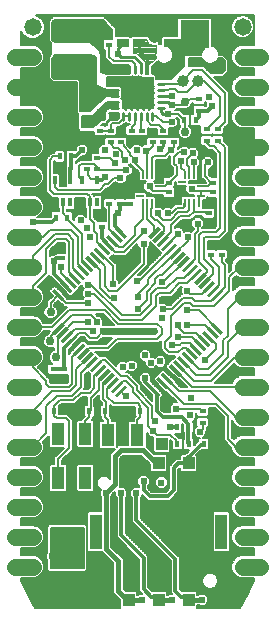
<source format=gbl>
G75*
%MOIN*%
%OFA0B0*%
%FSLAX25Y25*%
%IPPOS*%
%LPD*%
%AMOC8*
5,1,8,0,0,1.08239X$1,22.5*
%
%ADD10R,0.04000X0.04000*%
%ADD11R,0.02400X0.01800*%
%ADD12C,0.04331*%
%ADD13C,0.05800*%
%ADD14R,0.03937X0.04331*%
%ADD15R,0.03937X0.11811*%
%ADD16R,0.01378X0.03150*%
%ADD17R,0.01800X0.02400*%
%ADD18R,0.02559X0.00787*%
%ADD19R,0.02953X0.00787*%
%ADD20R,0.00787X0.02559*%
%ADD21R,0.04331X0.07480*%
%ADD22R,0.01181X0.04724*%
%ADD23C,0.01102*%
%ADD24R,0.10630X0.10630*%
%ADD25C,0.02781*%
%ADD26R,0.05000X0.03000*%
%ADD27R,0.09700X0.09200*%
%ADD28R,0.09055X0.06496*%
%ADD29R,0.04100X0.02800*%
%ADD30R,0.02800X0.04100*%
%ADD31C,0.03962*%
%ADD32C,0.05800*%
%ADD33C,0.03000*%
%ADD34R,0.10630X0.06299*%
%ADD35C,0.00800*%
%ADD36C,0.02381*%
%ADD37C,0.01200*%
%ADD38C,0.02400*%
%ADD39C,0.01000*%
%ADD40C,0.00600*%
%ADD41C,0.00700*%
%ADD42C,0.01600*%
%ADD43C,0.00400*%
D10*
X0085663Y0062186D03*
D11*
X0087063Y0071086D03*
X0087063Y0074886D03*
X0099363Y0073086D03*
X0099363Y0069286D03*
X0053163Y0083286D03*
X0049663Y0083286D03*
X0049663Y0087086D03*
X0053163Y0087086D03*
X0052363Y0123986D03*
X0052363Y0127786D03*
X0065663Y0134586D03*
X0065663Y0138386D03*
X0068263Y0142286D03*
X0071763Y0142286D03*
X0075263Y0142286D03*
X0075263Y0146086D03*
X0071763Y0146086D03*
X0068263Y0146086D03*
X0064263Y0153686D03*
X0060763Y0153686D03*
X0060763Y0157486D03*
X0064263Y0157486D03*
X0065163Y0162786D03*
X0068663Y0162786D03*
X0072163Y0162786D03*
X0075663Y0162786D03*
X0079163Y0162786D03*
X0082663Y0162786D03*
X0086163Y0162786D03*
X0089663Y0162786D03*
X0089663Y0166586D03*
X0086163Y0166586D03*
X0082663Y0166586D03*
X0079163Y0166586D03*
X0075663Y0166586D03*
X0072163Y0166586D03*
X0068663Y0166586D03*
X0065163Y0166586D03*
X0088163Y0153086D03*
X0088163Y0149286D03*
X0088163Y0146086D03*
X0088163Y0142286D03*
X0101363Y0139086D03*
X0102663Y0142286D03*
X0102663Y0146086D03*
X0102663Y0149286D03*
X0102663Y0153086D03*
X0104363Y0163286D03*
X0100663Y0163286D03*
X0100663Y0167086D03*
X0104363Y0167086D03*
X0098163Y0173286D03*
X0098163Y0177086D03*
X0068163Y0195286D03*
X0068163Y0199086D03*
X0101363Y0135286D03*
X0102163Y0129086D03*
X0105663Y0129086D03*
X0105663Y0125286D03*
X0102163Y0125286D03*
D12*
X0105089Y0198021D02*
X0105089Y0202352D01*
X0083238Y0202352D02*
X0083238Y0198021D01*
D13*
X0112663Y0191186D02*
X0118463Y0191186D01*
X0118463Y0181186D02*
X0112663Y0181186D01*
X0112663Y0171186D02*
X0118463Y0171186D01*
X0118463Y0161186D02*
X0112663Y0161186D01*
X0112663Y0151186D02*
X0118463Y0151186D01*
X0118463Y0141186D02*
X0112663Y0141186D01*
X0112663Y0131186D02*
X0118463Y0131186D01*
X0118463Y0121186D02*
X0112663Y0121186D01*
X0112663Y0111186D02*
X0118463Y0111186D01*
X0118463Y0101186D02*
X0112663Y0101186D01*
X0112663Y0091186D02*
X0118463Y0091186D01*
X0118463Y0081186D02*
X0112663Y0081186D01*
X0112663Y0071186D02*
X0118463Y0071186D01*
X0118463Y0061186D02*
X0112663Y0061186D01*
X0112663Y0051186D02*
X0118463Y0051186D01*
X0118463Y0041186D02*
X0112663Y0041186D01*
X0112663Y0031186D02*
X0118463Y0031186D01*
X0118463Y0021186D02*
X0112663Y0021186D01*
X0042663Y0021186D02*
X0036863Y0021186D01*
X0036863Y0031186D02*
X0042663Y0031186D01*
X0042663Y0041186D02*
X0036863Y0041186D01*
X0036863Y0051186D02*
X0042663Y0051186D01*
X0042663Y0061186D02*
X0036863Y0061186D01*
X0036863Y0071186D02*
X0042663Y0071186D01*
X0042663Y0081186D02*
X0036863Y0081186D01*
X0036863Y0091186D02*
X0042663Y0091186D01*
X0042663Y0101186D02*
X0036863Y0101186D01*
X0036863Y0111186D02*
X0042663Y0111186D01*
X0042663Y0121186D02*
X0036863Y0121186D01*
X0036863Y0131186D02*
X0042663Y0131186D01*
X0042663Y0141186D02*
X0036863Y0141186D01*
X0036863Y0151186D02*
X0042663Y0151186D01*
X0042663Y0161186D02*
X0036863Y0161186D01*
X0036863Y0171186D02*
X0042663Y0171186D01*
X0042663Y0181186D02*
X0036863Y0181186D01*
X0036863Y0191186D02*
X0042663Y0191186D01*
D14*
X0074663Y0055721D03*
X0084663Y0055721D03*
X0094663Y0055721D03*
X0094663Y0010052D03*
X0084663Y0010052D03*
X0074663Y0010052D03*
D15*
X0063797Y0032886D03*
X0105530Y0032886D03*
D16*
X0064223Y0142646D03*
X0061663Y0142646D03*
X0059104Y0142646D03*
X0055223Y0142646D03*
X0052663Y0142646D03*
X0050104Y0142646D03*
X0050104Y0150126D03*
X0055223Y0150126D03*
X0059104Y0150126D03*
X0064223Y0150126D03*
D17*
X0055463Y0154386D03*
X0051663Y0154386D03*
X0051663Y0157986D03*
X0055463Y0157986D03*
X0093263Y0170086D03*
X0097063Y0170086D03*
X0054263Y0137586D03*
X0050463Y0137586D03*
X0049763Y0073186D03*
X0053563Y0073186D03*
X0057763Y0073186D03*
X0061563Y0073186D03*
X0066763Y0073186D03*
X0070563Y0073186D03*
X0074763Y0073186D03*
X0078563Y0073186D03*
X0090763Y0067686D03*
X0094563Y0067686D03*
X0094663Y0062086D03*
X0090863Y0062086D03*
X0099663Y0062086D03*
X0103463Y0062086D03*
D18*
X0098734Y0144824D03*
X0098734Y0146399D03*
X0098734Y0147974D03*
X0092593Y0147974D03*
X0092593Y0149549D03*
X0092593Y0146399D03*
X0092593Y0144824D03*
X0084734Y0144824D03*
X0084734Y0146399D03*
X0084734Y0147974D03*
X0078593Y0147974D03*
X0078593Y0149549D03*
X0078593Y0146399D03*
X0078593Y0144824D03*
D19*
X0084537Y0149549D03*
X0098537Y0149549D03*
D20*
X0098026Y0151832D03*
X0096451Y0151832D03*
X0094876Y0151832D03*
X0093301Y0151832D03*
X0084026Y0151832D03*
X0082451Y0151832D03*
X0080876Y0151832D03*
X0079301Y0151832D03*
X0079301Y0142541D03*
X0080876Y0142541D03*
X0082451Y0142541D03*
X0084026Y0142541D03*
X0093301Y0142541D03*
X0094876Y0142541D03*
X0096451Y0142541D03*
X0098026Y0142541D03*
D21*
X0077585Y0065186D03*
X0067742Y0065186D03*
X0060191Y0065470D03*
X0051136Y0065470D03*
X0051136Y0050903D03*
X0060191Y0050903D03*
D22*
G36*
X0070844Y0077652D02*
X0070009Y0078487D01*
X0073348Y0081826D01*
X0074183Y0080991D01*
X0070844Y0077652D01*
G37*
G36*
X0069452Y0079044D02*
X0068617Y0079879D01*
X0071956Y0083218D01*
X0072791Y0082383D01*
X0069452Y0079044D01*
G37*
G36*
X0068060Y0080436D02*
X0067225Y0081271D01*
X0070564Y0084610D01*
X0071399Y0083775D01*
X0068060Y0080436D01*
G37*
G36*
X0066668Y0081828D02*
X0065833Y0082663D01*
X0069172Y0086002D01*
X0070007Y0085167D01*
X0066668Y0081828D01*
G37*
G36*
X0065276Y0083220D02*
X0064441Y0084055D01*
X0067780Y0087394D01*
X0068615Y0086559D01*
X0065276Y0083220D01*
G37*
G36*
X0063884Y0084612D02*
X0063049Y0085447D01*
X0066388Y0088786D01*
X0067223Y0087951D01*
X0063884Y0084612D01*
G37*
G36*
X0062492Y0086004D02*
X0061657Y0086839D01*
X0064996Y0090178D01*
X0065831Y0089343D01*
X0062492Y0086004D01*
G37*
G36*
X0061100Y0087396D02*
X0060265Y0088231D01*
X0063604Y0091570D01*
X0064439Y0090735D01*
X0061100Y0087396D01*
G37*
G36*
X0059708Y0088788D02*
X0058873Y0089623D01*
X0062212Y0092962D01*
X0063047Y0092127D01*
X0059708Y0088788D01*
G37*
G36*
X0058316Y0090180D02*
X0057481Y0091015D01*
X0060820Y0094354D01*
X0061655Y0093519D01*
X0058316Y0090180D01*
G37*
G36*
X0056924Y0091572D02*
X0056089Y0092407D01*
X0059428Y0095746D01*
X0060263Y0094911D01*
X0056924Y0091572D01*
G37*
G36*
X0055532Y0092964D02*
X0054697Y0093799D01*
X0058036Y0097138D01*
X0058871Y0096303D01*
X0055532Y0092964D01*
G37*
G36*
X0054140Y0094356D02*
X0053305Y0095191D01*
X0056644Y0098530D01*
X0057479Y0097695D01*
X0054140Y0094356D01*
G37*
G36*
X0052748Y0095748D02*
X0051913Y0096583D01*
X0055252Y0099922D01*
X0056087Y0099087D01*
X0052748Y0095748D01*
G37*
G36*
X0051357Y0097140D02*
X0050522Y0097975D01*
X0053861Y0101314D01*
X0054696Y0100479D01*
X0051357Y0097140D01*
G37*
G36*
X0049965Y0098532D02*
X0049130Y0099367D01*
X0052469Y0102706D01*
X0053304Y0101871D01*
X0049965Y0098532D01*
G37*
G36*
X0049130Y0113006D02*
X0049965Y0113841D01*
X0053304Y0110502D01*
X0052469Y0109667D01*
X0049130Y0113006D01*
G37*
G36*
X0054696Y0111894D02*
X0053861Y0111059D01*
X0050522Y0114398D01*
X0051357Y0115233D01*
X0054696Y0111894D01*
G37*
G36*
X0056087Y0113286D02*
X0055252Y0112451D01*
X0051913Y0115790D01*
X0052748Y0116625D01*
X0056087Y0113286D01*
G37*
G36*
X0057479Y0114678D02*
X0056644Y0113843D01*
X0053305Y0117182D01*
X0054140Y0118017D01*
X0057479Y0114678D01*
G37*
G36*
X0058871Y0116070D02*
X0058036Y0115235D01*
X0054697Y0118574D01*
X0055532Y0119409D01*
X0058871Y0116070D01*
G37*
G36*
X0060263Y0117462D02*
X0059428Y0116627D01*
X0056089Y0119966D01*
X0056924Y0120801D01*
X0060263Y0117462D01*
G37*
G36*
X0061655Y0118854D02*
X0060820Y0118019D01*
X0057481Y0121358D01*
X0058316Y0122193D01*
X0061655Y0118854D01*
G37*
G36*
X0063047Y0120246D02*
X0062212Y0119411D01*
X0058873Y0122750D01*
X0059708Y0123585D01*
X0063047Y0120246D01*
G37*
G36*
X0064439Y0121638D02*
X0063604Y0120803D01*
X0060265Y0124142D01*
X0061100Y0124977D01*
X0064439Y0121638D01*
G37*
G36*
X0065831Y0123030D02*
X0064996Y0122195D01*
X0061657Y0125534D01*
X0062492Y0126369D01*
X0065831Y0123030D01*
G37*
G36*
X0067223Y0124422D02*
X0066388Y0123587D01*
X0063049Y0126926D01*
X0063884Y0127761D01*
X0067223Y0124422D01*
G37*
G36*
X0068615Y0125813D02*
X0067780Y0124978D01*
X0064441Y0128317D01*
X0065276Y0129152D01*
X0068615Y0125813D01*
G37*
G36*
X0070007Y0127205D02*
X0069172Y0126370D01*
X0065833Y0129709D01*
X0066668Y0130544D01*
X0070007Y0127205D01*
G37*
G36*
X0071399Y0128597D02*
X0070564Y0127762D01*
X0067225Y0131101D01*
X0068060Y0131936D01*
X0071399Y0128597D01*
G37*
G36*
X0072791Y0129989D02*
X0071956Y0129154D01*
X0068617Y0132493D01*
X0069452Y0133328D01*
X0072791Y0129989D01*
G37*
G36*
X0074183Y0131381D02*
X0073348Y0130546D01*
X0070009Y0133885D01*
X0070844Y0134720D01*
X0074183Y0131381D01*
G37*
G36*
X0084483Y0134720D02*
X0085318Y0133885D01*
X0081979Y0130546D01*
X0081144Y0131381D01*
X0084483Y0134720D01*
G37*
G36*
X0085875Y0133328D02*
X0086710Y0132493D01*
X0083371Y0129154D01*
X0082536Y0129989D01*
X0085875Y0133328D01*
G37*
G36*
X0087267Y0131936D02*
X0088102Y0131101D01*
X0084763Y0127762D01*
X0083928Y0128597D01*
X0087267Y0131936D01*
G37*
G36*
X0088659Y0130544D02*
X0089494Y0129709D01*
X0086155Y0126370D01*
X0085320Y0127205D01*
X0088659Y0130544D01*
G37*
G36*
X0090051Y0129152D02*
X0090886Y0128317D01*
X0087547Y0124978D01*
X0086712Y0125813D01*
X0090051Y0129152D01*
G37*
G36*
X0091443Y0127761D02*
X0092278Y0126926D01*
X0088939Y0123587D01*
X0088104Y0124422D01*
X0091443Y0127761D01*
G37*
G36*
X0092835Y0126369D02*
X0093670Y0125534D01*
X0090331Y0122195D01*
X0089496Y0123030D01*
X0092835Y0126369D01*
G37*
G36*
X0094227Y0124977D02*
X0095062Y0124142D01*
X0091723Y0120803D01*
X0090888Y0121638D01*
X0094227Y0124977D01*
G37*
G36*
X0095619Y0123585D02*
X0096454Y0122750D01*
X0093115Y0119411D01*
X0092280Y0120246D01*
X0095619Y0123585D01*
G37*
G36*
X0097011Y0122193D02*
X0097846Y0121358D01*
X0094507Y0118019D01*
X0093672Y0118854D01*
X0097011Y0122193D01*
G37*
G36*
X0098403Y0120801D02*
X0099238Y0119966D01*
X0095899Y0116627D01*
X0095064Y0117462D01*
X0098403Y0120801D01*
G37*
G36*
X0099795Y0119409D02*
X0100630Y0118574D01*
X0097291Y0115235D01*
X0096456Y0116070D01*
X0099795Y0119409D01*
G37*
G36*
X0101187Y0118017D02*
X0102022Y0117182D01*
X0098683Y0113843D01*
X0097848Y0114678D01*
X0101187Y0118017D01*
G37*
G36*
X0102579Y0116625D02*
X0103414Y0115790D01*
X0100075Y0112451D01*
X0099240Y0113286D01*
X0102579Y0116625D01*
G37*
G36*
X0103970Y0115233D02*
X0104805Y0114398D01*
X0101466Y0111059D01*
X0100631Y0111894D01*
X0103970Y0115233D01*
G37*
G36*
X0105362Y0113841D02*
X0106197Y0113006D01*
X0102858Y0109667D01*
X0102023Y0110502D01*
X0105362Y0113841D01*
G37*
G36*
X0106197Y0099367D02*
X0105362Y0098532D01*
X0102023Y0101871D01*
X0102858Y0102706D01*
X0106197Y0099367D01*
G37*
G36*
X0104805Y0097975D02*
X0103970Y0097140D01*
X0100631Y0100479D01*
X0101466Y0101314D01*
X0104805Y0097975D01*
G37*
G36*
X0103414Y0096583D02*
X0102579Y0095748D01*
X0099240Y0099087D01*
X0100075Y0099922D01*
X0103414Y0096583D01*
G37*
G36*
X0102022Y0095191D02*
X0101187Y0094356D01*
X0097848Y0097695D01*
X0098683Y0098530D01*
X0102022Y0095191D01*
G37*
G36*
X0100630Y0093799D02*
X0099795Y0092964D01*
X0096456Y0096303D01*
X0097291Y0097138D01*
X0100630Y0093799D01*
G37*
G36*
X0099238Y0092407D02*
X0098403Y0091572D01*
X0095064Y0094911D01*
X0095899Y0095746D01*
X0099238Y0092407D01*
G37*
G36*
X0097846Y0091015D02*
X0097011Y0090180D01*
X0093672Y0093519D01*
X0094507Y0094354D01*
X0097846Y0091015D01*
G37*
G36*
X0096454Y0089623D02*
X0095619Y0088788D01*
X0092280Y0092127D01*
X0093115Y0092962D01*
X0096454Y0089623D01*
G37*
G36*
X0095062Y0088231D02*
X0094227Y0087396D01*
X0090888Y0090735D01*
X0091723Y0091570D01*
X0095062Y0088231D01*
G37*
G36*
X0093670Y0086839D02*
X0092835Y0086004D01*
X0089496Y0089343D01*
X0090331Y0090178D01*
X0093670Y0086839D01*
G37*
G36*
X0092278Y0085447D02*
X0091443Y0084612D01*
X0088104Y0087951D01*
X0088939Y0088786D01*
X0092278Y0085447D01*
G37*
G36*
X0090886Y0084055D02*
X0090051Y0083220D01*
X0086712Y0086559D01*
X0087547Y0087394D01*
X0090886Y0084055D01*
G37*
G36*
X0089494Y0082663D02*
X0088659Y0081828D01*
X0085320Y0085167D01*
X0086155Y0086002D01*
X0089494Y0082663D01*
G37*
G36*
X0088102Y0081271D02*
X0087267Y0080436D01*
X0083928Y0083775D01*
X0084763Y0084610D01*
X0088102Y0081271D01*
G37*
G36*
X0086710Y0079879D02*
X0085875Y0079044D01*
X0082536Y0082383D01*
X0083371Y0083218D01*
X0086710Y0079879D01*
G37*
G36*
X0085318Y0078487D02*
X0084483Y0077652D01*
X0081144Y0080991D01*
X0081979Y0081826D01*
X0085318Y0078487D01*
G37*
D23*
X0082585Y0170289D02*
X0082585Y0172533D01*
X0080616Y0172533D02*
X0080616Y0170289D01*
X0078648Y0170289D02*
X0078648Y0172533D01*
X0076679Y0172533D02*
X0076679Y0170289D01*
X0074711Y0170289D02*
X0074711Y0172533D01*
X0072742Y0172533D02*
X0072742Y0170289D01*
X0071010Y0174265D02*
X0068766Y0174265D01*
X0068766Y0176234D02*
X0071010Y0176234D01*
X0071010Y0178202D02*
X0068766Y0178202D01*
X0068766Y0180171D02*
X0071010Y0180171D01*
X0071010Y0182139D02*
X0068766Y0182139D01*
X0068766Y0184108D02*
X0071010Y0184108D01*
X0072742Y0185840D02*
X0072742Y0188084D01*
X0074711Y0188084D02*
X0074711Y0185840D01*
X0076679Y0185840D02*
X0076679Y0188084D01*
X0078648Y0188084D02*
X0078648Y0185840D01*
X0080616Y0185840D02*
X0080616Y0188084D01*
X0082585Y0188084D02*
X0082585Y0185840D01*
X0084317Y0184108D02*
X0086561Y0184108D01*
X0086561Y0182139D02*
X0084317Y0182139D01*
X0084317Y0180171D02*
X0086561Y0180171D01*
X0086561Y0178202D02*
X0084317Y0178202D01*
X0084317Y0176234D02*
X0086561Y0176234D01*
X0086561Y0174265D02*
X0084317Y0174265D01*
D24*
X0077663Y0179186D03*
D25*
X0077663Y0179186D03*
X0074120Y0179186D03*
X0074120Y0182730D03*
X0077663Y0182730D03*
X0081207Y0182730D03*
X0081207Y0179186D03*
X0081207Y0175643D03*
X0077663Y0175643D03*
X0074120Y0175643D03*
D26*
X0096663Y0189536D03*
D27*
X0096663Y0198786D03*
D28*
X0057163Y0200182D03*
X0057163Y0187190D03*
D29*
X0072663Y0195736D03*
X0078163Y0195736D03*
X0088463Y0195736D03*
X0088463Y0201636D03*
X0078163Y0201636D03*
X0072663Y0201636D03*
D30*
X0061113Y0180686D03*
X0055213Y0180686D03*
X0055213Y0175186D03*
X0061113Y0175186D03*
X0061113Y0169686D03*
X0055213Y0169686D03*
D31*
X0092663Y0183186D03*
X0097663Y0183186D03*
D32*
X0112663Y0201186D03*
X0042663Y0201186D03*
D33*
X0093463Y0176186D03*
X0093463Y0166186D03*
X0048663Y0106086D03*
X0048563Y0096386D03*
X0050363Y0090986D03*
D34*
X0054163Y0042198D03*
X0054163Y0031175D03*
X0054163Y0023698D03*
X0054163Y0012675D03*
D35*
X0051136Y0050903D02*
X0051163Y0050930D01*
X0051163Y0057186D01*
X0054663Y0060686D01*
X0054663Y0069686D01*
X0053663Y0070686D01*
X0050663Y0070686D01*
X0049763Y0071586D01*
X0049763Y0073186D01*
X0049763Y0074786D01*
X0051663Y0076686D01*
X0056163Y0076686D01*
X0058663Y0079186D01*
X0061663Y0079186D01*
X0063163Y0080686D01*
X0063163Y0084727D01*
X0065136Y0086699D01*
X0066528Y0085307D02*
X0064663Y0083443D01*
X0064663Y0080186D01*
X0061963Y0077486D01*
X0061963Y0073586D01*
X0061563Y0073186D01*
X0061563Y0071086D01*
X0060163Y0069686D01*
X0060163Y0065497D01*
X0060191Y0065470D01*
X0067742Y0065186D02*
X0067742Y0070108D01*
X0066763Y0071086D01*
X0066763Y0073186D01*
X0067163Y0073586D01*
X0067163Y0076186D01*
X0066163Y0077186D01*
X0066163Y0082159D01*
X0067920Y0083915D01*
X0069312Y0082523D02*
X0067563Y0080775D01*
X0067563Y0077786D01*
X0069663Y0075686D01*
X0077663Y0075686D01*
X0078563Y0074786D01*
X0078563Y0073186D01*
X0078563Y0071086D01*
X0077585Y0070108D01*
X0077585Y0065186D01*
X0081063Y0067986D02*
X0081063Y0074286D01*
X0075963Y0079386D01*
X0075963Y0080886D01*
X0073663Y0083186D01*
X0072759Y0083186D01*
X0070704Y0081131D01*
X0072096Y0079739D02*
X0073249Y0078586D01*
X0073263Y0078586D01*
X0073763Y0078086D01*
X0077363Y0079986D02*
X0082463Y0074886D01*
X0082463Y0070886D01*
X0083463Y0069886D01*
X0081063Y0067986D02*
X0082463Y0066586D01*
X0082663Y0066586D01*
X0083963Y0065286D01*
X0088563Y0065286D01*
X0090863Y0062986D01*
X0090863Y0062086D01*
X0094363Y0062386D02*
X0094663Y0062086D01*
X0098463Y0066186D02*
X0099363Y0067086D01*
X0099363Y0069286D01*
X0099363Y0073086D02*
X0098563Y0073886D01*
X0090463Y0073886D01*
X0093152Y0075386D02*
X0103863Y0075386D01*
X0107663Y0071586D01*
X0107663Y0063886D01*
X0110363Y0061186D01*
X0112663Y0061186D01*
X0110363Y0061186D02*
X0110163Y0061186D01*
X0110163Y0071186D02*
X0110163Y0071386D01*
X0101763Y0079786D01*
X0091536Y0079786D01*
X0087407Y0083915D01*
X0086015Y0082523D02*
X0093152Y0075386D01*
X0083863Y0078986D02*
X0083231Y0079619D01*
X0083231Y0079739D01*
X0084623Y0081131D02*
X0084623Y0081227D01*
X0082663Y0083186D01*
X0082663Y0084186D01*
X0085663Y0087186D01*
X0086920Y0087186D01*
X0088799Y0085307D01*
X0090191Y0086699D02*
X0095704Y0081186D01*
X0112663Y0081186D01*
X0110163Y0091186D02*
X0102163Y0083186D01*
X0096488Y0083186D01*
X0091583Y0088091D01*
X0092975Y0089483D02*
X0097272Y0085186D01*
X0101663Y0085186D01*
X0107663Y0091186D01*
X0107663Y0096186D01*
X0112663Y0101186D01*
X0107663Y0098186D02*
X0106163Y0096686D01*
X0106163Y0092186D01*
X0101163Y0087186D01*
X0098055Y0087186D01*
X0094367Y0090875D01*
X0095759Y0092267D02*
X0093839Y0094186D01*
X0092663Y0094186D01*
X0091163Y0092686D01*
X0088163Y0092686D01*
X0086663Y0094186D01*
X0086663Y0096186D01*
X0088663Y0098186D01*
X0088663Y0104686D01*
X0093163Y0109186D01*
X0095163Y0109186D01*
X0096163Y0108186D01*
X0103163Y0108186D01*
X0108163Y0113186D01*
X0108163Y0117686D01*
X0111663Y0121186D01*
X0112663Y0121186D01*
X0106663Y0121686D02*
X0106663Y0114307D01*
X0104110Y0111754D01*
X0102043Y0109686D01*
X0096663Y0109686D01*
X0095663Y0110686D01*
X0092663Y0110686D01*
X0089063Y0107086D01*
X0085963Y0107086D01*
X0083663Y0108086D02*
X0083663Y0111386D01*
X0084863Y0112586D01*
X0088463Y0112586D01*
X0091563Y0115686D01*
X0094123Y0115686D01*
X0097151Y0118714D01*
X0098543Y0117322D02*
X0100663Y0119443D01*
X0100663Y0120186D01*
X0098163Y0122686D01*
X0098163Y0131686D01*
X0099163Y0132686D01*
X0103663Y0132686D01*
X0105163Y0134186D01*
X0105163Y0159286D01*
X0103063Y0161386D01*
X0101763Y0161386D01*
X0100663Y0162486D01*
X0100663Y0163286D01*
X0104363Y0163286D02*
X0106663Y0160986D01*
X0106663Y0133186D01*
X0104663Y0131186D01*
X0100163Y0131186D01*
X0099663Y0130686D01*
X0099663Y0123686D01*
X0102663Y0120686D01*
X0102663Y0118659D01*
X0099935Y0115930D01*
X0101327Y0114538D02*
X0098975Y0112186D01*
X0095163Y0112186D01*
X0094163Y0113186D01*
X0090763Y0117586D02*
X0087163Y0113986D01*
X0084063Y0113986D01*
X0082263Y0112186D01*
X0082263Y0108686D01*
X0078563Y0104986D01*
X0072363Y0104986D01*
X0062163Y0115186D01*
X0061163Y0115186D01*
X0065163Y0114186D02*
X0068463Y0110886D01*
X0069763Y0110886D01*
X0070663Y0113186D02*
X0079663Y0122186D01*
X0079663Y0128886D01*
X0079863Y0132886D02*
X0073163Y0126186D01*
X0070191Y0126186D01*
X0067920Y0128457D01*
X0067892Y0128457D01*
X0066528Y0127065D02*
X0064063Y0129530D01*
X0064063Y0132086D01*
X0063163Y0132986D01*
X0063163Y0135786D01*
X0061663Y0137286D01*
X0061663Y0142646D01*
X0061663Y0144686D01*
X0060863Y0145486D01*
X0049663Y0145486D01*
X0048363Y0146786D01*
X0048363Y0156786D01*
X0049563Y0157986D01*
X0051663Y0157986D01*
X0058163Y0154886D02*
X0058863Y0155586D01*
X0063263Y0155586D01*
X0064263Y0154586D01*
X0064263Y0153686D01*
X0064265Y0153652D01*
X0064271Y0153619D01*
X0064280Y0153587D01*
X0064293Y0153556D01*
X0064309Y0153526D01*
X0064328Y0153499D01*
X0064351Y0153474D01*
X0064376Y0153451D01*
X0064403Y0153432D01*
X0064433Y0153416D01*
X0064464Y0153403D01*
X0064496Y0153394D01*
X0064529Y0153388D01*
X0064563Y0153386D01*
X0073863Y0153386D01*
X0073463Y0156786D02*
X0072563Y0157686D01*
X0072563Y0159586D01*
X0071263Y0160886D01*
X0069763Y0160886D01*
X0068663Y0161986D01*
X0068663Y0162786D01*
X0072163Y0162786D02*
X0072963Y0161986D01*
X0072963Y0161386D01*
X0075163Y0159186D01*
X0075163Y0158586D01*
X0076663Y0157086D01*
X0076663Y0156786D01*
X0076663Y0155886D01*
X0079301Y0153249D01*
X0079301Y0151832D01*
X0080863Y0151845D02*
X0080863Y0159486D01*
X0080463Y0159886D01*
X0081163Y0159886D01*
X0082663Y0161386D01*
X0082663Y0162786D01*
X0086763Y0158186D02*
X0088663Y0160086D01*
X0089663Y0161086D01*
X0089663Y0162786D01*
X0089663Y0162686D01*
X0093463Y0166186D02*
X0093463Y0169886D01*
X0093263Y0170086D01*
X0093463Y0170086D01*
X0093263Y0170086D02*
X0091163Y0172186D01*
X0087863Y0172186D01*
X0089063Y0169386D02*
X0085963Y0169386D01*
X0083939Y0171411D01*
X0082585Y0171411D01*
X0080616Y0171411D02*
X0080616Y0170034D01*
X0082063Y0168586D01*
X0084763Y0168586D01*
X0086163Y0167186D01*
X0086163Y0166586D01*
X0079163Y0166586D02*
X0078648Y0167102D01*
X0078648Y0171411D01*
X0076663Y0171395D02*
X0076663Y0168686D01*
X0075663Y0167686D01*
X0075663Y0166586D01*
X0072742Y0170365D02*
X0071363Y0168986D01*
X0069063Y0168986D01*
X0068663Y0168586D01*
X0068663Y0166586D01*
X0065163Y0166586D01*
X0068663Y0166586D02*
X0068663Y0166486D01*
X0072742Y0170365D02*
X0072742Y0171411D01*
X0072742Y0170665D01*
X0072742Y0171411D02*
X0074711Y0171411D01*
X0088963Y0175186D02*
X0093163Y0175186D01*
X0093208Y0175213D01*
X0093252Y0175243D01*
X0093293Y0175275D01*
X0093332Y0175311D01*
X0093368Y0175349D01*
X0093401Y0175390D01*
X0093431Y0175433D01*
X0093459Y0175479D01*
X0093483Y0175525D01*
X0093503Y0175574D01*
X0093520Y0175624D01*
X0093533Y0175675D01*
X0093543Y0175727D01*
X0093549Y0175779D01*
X0093551Y0175832D01*
X0093549Y0175884D01*
X0093544Y0175937D01*
X0093535Y0175989D01*
X0093522Y0176040D01*
X0093506Y0176090D01*
X0093486Y0176139D01*
X0093463Y0176186D01*
X0094163Y0176186D01*
X0095063Y0177086D01*
X0098163Y0177086D01*
X0093963Y0179486D02*
X0097663Y0183186D01*
X0099663Y0183186D01*
X0105163Y0177686D01*
X0105163Y0171586D01*
X0100663Y0167086D01*
X0104363Y0167086D02*
X0106663Y0169386D01*
X0106663Y0179186D01*
X0099163Y0186686D01*
X0096163Y0186686D01*
X0092663Y0183186D01*
X0091616Y0182139D01*
X0085439Y0182139D01*
X0085439Y0180171D02*
X0087848Y0180171D01*
X0088063Y0180386D01*
X0090163Y0180386D01*
X0091063Y0179486D01*
X0093963Y0179486D01*
X0076679Y0186962D02*
X0076679Y0188671D01*
X0075663Y0189686D01*
X0069663Y0189686D01*
X0068163Y0191186D01*
X0068163Y0194286D01*
X0067663Y0194786D01*
X0068163Y0195286D01*
X0108163Y0157186D02*
X0112163Y0161186D01*
X0108163Y0157186D02*
X0108163Y0132686D01*
X0105663Y0130186D01*
X0105663Y0129086D01*
X0105663Y0125286D02*
X0105663Y0122686D01*
X0106663Y0121686D01*
X0104663Y0121186D02*
X0102163Y0123686D01*
X0102163Y0125286D01*
X0096663Y0123794D02*
X0096663Y0132286D01*
X0097663Y0133286D01*
X0097663Y0135586D01*
X0094863Y0137986D02*
X0091863Y0137986D01*
X0088863Y0134986D01*
X0088863Y0132886D01*
X0086015Y0130038D01*
X0086015Y0129849D01*
X0086326Y0129849D01*
X0087407Y0128457D02*
X0091163Y0132214D01*
X0091163Y0132286D01*
X0094463Y0130986D02*
X0094463Y0129946D01*
X0090191Y0125674D01*
X0088704Y0124186D01*
X0088363Y0124186D01*
X0081263Y0117086D01*
X0081263Y0115586D01*
X0077663Y0111986D01*
X0077663Y0110986D01*
X0080763Y0110286D02*
X0077663Y0107186D01*
X0079163Y0103586D02*
X0083663Y0108086D01*
X0080763Y0110286D02*
X0080763Y0112886D01*
X0083563Y0115686D01*
X0083563Y0117086D01*
X0084863Y0118386D01*
X0085688Y0118386D01*
X0091583Y0124282D01*
X0092975Y0122890D02*
X0086272Y0116186D01*
X0085863Y0116186D01*
X0090763Y0117586D02*
X0093239Y0117586D01*
X0095759Y0120106D01*
X0094367Y0121498D02*
X0096663Y0123794D01*
X0104663Y0121186D02*
X0104663Y0115091D01*
X0102718Y0113146D01*
X0107663Y0107186D02*
X0111663Y0111186D01*
X0112663Y0111186D01*
X0107663Y0107186D02*
X0107663Y0098186D01*
X0104110Y0100619D02*
X0098043Y0106686D01*
X0094163Y0106686D01*
X0094163Y0101686D02*
X0100259Y0101686D01*
X0102718Y0099227D01*
X0101327Y0097835D02*
X0103663Y0095498D01*
X0103663Y0093686D01*
X0100163Y0090186D01*
X0097151Y0093659D02*
X0095123Y0095686D01*
X0092163Y0095686D01*
X0091663Y0095186D01*
X0089163Y0095186D01*
X0091163Y0097686D02*
X0095907Y0097686D01*
X0098543Y0095051D01*
X0099935Y0096443D02*
X0097191Y0099186D01*
X0093163Y0099186D01*
X0091163Y0101186D01*
X0091163Y0101686D01*
X0085663Y0100686D02*
X0085663Y0098686D01*
X0084163Y0097186D01*
X0070663Y0097186D01*
X0067663Y0094186D01*
X0061488Y0094186D01*
X0059568Y0092267D01*
X0058176Y0093659D02*
X0055663Y0091146D01*
X0055663Y0082186D01*
X0054663Y0081186D01*
X0048163Y0081186D01*
X0047163Y0082186D01*
X0047163Y0083186D01*
X0042663Y0087686D01*
X0042663Y0091186D01*
X0052609Y0099227D02*
X0056068Y0102686D01*
X0061163Y0102686D01*
X0061863Y0100486D02*
X0056652Y0100486D01*
X0054000Y0097835D01*
X0055392Y0096443D02*
X0058036Y0099086D01*
X0060163Y0099086D01*
X0061763Y0097486D01*
X0063963Y0097486D01*
X0066163Y0099686D01*
X0062663Y0099686D02*
X0061863Y0100486D01*
X0064163Y0102686D02*
X0064163Y0103186D01*
X0062163Y0105186D01*
X0055784Y0105186D01*
X0051217Y0100619D01*
X0049163Y0101186D02*
X0054663Y0106686D01*
X0066663Y0106686D01*
X0071163Y0102186D01*
X0084163Y0102186D01*
X0085663Y0100686D01*
X0079163Y0103586D02*
X0071763Y0103586D01*
X0063163Y0112186D01*
X0061163Y0112186D01*
X0061163Y0109186D02*
X0053784Y0109186D01*
X0051217Y0111754D01*
X0055392Y0115930D02*
X0052163Y0119159D01*
X0052163Y0121186D01*
X0054663Y0119443D02*
X0054663Y0129586D01*
X0053663Y0130586D01*
X0050563Y0130586D01*
X0047163Y0127186D01*
X0047163Y0119186D01*
X0042663Y0114686D01*
X0042663Y0111186D01*
X0054663Y0119443D02*
X0056784Y0117322D01*
X0058176Y0118714D02*
X0056163Y0120727D01*
X0056163Y0130286D01*
X0054463Y0131986D01*
X0049963Y0131986D01*
X0042663Y0124686D01*
X0042663Y0121186D01*
X0057663Y0122010D02*
X0057663Y0131086D01*
X0055363Y0133386D01*
X0048363Y0133386D01*
X0046163Y0131186D01*
X0042663Y0131186D01*
X0052663Y0139186D02*
X0054263Y0137586D01*
X0054263Y0137186D01*
X0059163Y0132286D01*
X0059163Y0123294D01*
X0060960Y0121498D01*
X0062352Y0122890D02*
X0065163Y0120078D01*
X0065163Y0114186D01*
X0066663Y0114686D02*
X0068163Y0113186D01*
X0070663Y0113186D01*
X0069363Y0115586D02*
X0069363Y0121446D01*
X0065136Y0125674D01*
X0063744Y0124282D02*
X0066663Y0121362D01*
X0066663Y0114686D01*
X0059568Y0120106D02*
X0057663Y0122010D01*
X0069312Y0129849D02*
X0071475Y0127686D01*
X0072663Y0127686D01*
X0076763Y0131786D01*
X0076763Y0134486D01*
X0079301Y0137024D01*
X0079301Y0142541D01*
X0080876Y0142541D02*
X0080876Y0141099D01*
X0080863Y0141086D01*
X0080863Y0137186D01*
X0083231Y0134819D01*
X0083231Y0132633D01*
X0083231Y0133419D01*
X0084623Y0131241D02*
X0084718Y0131241D01*
X0086463Y0132986D01*
X0086463Y0134386D01*
X0083963Y0136886D01*
X0083463Y0136886D01*
X0082263Y0138086D01*
X0082263Y0140686D01*
X0082451Y0140874D01*
X0082451Y0142541D01*
X0082463Y0142528D01*
X0084026Y0142541D02*
X0084026Y0144824D01*
X0084734Y0144824D01*
X0084734Y0146399D02*
X0082851Y0146399D01*
X0081663Y0147586D01*
X0081663Y0147986D01*
X0078593Y0147974D02*
X0078593Y0146399D01*
X0084734Y0146399D02*
X0088163Y0146399D01*
X0088163Y0146086D01*
X0093263Y0142503D02*
X0093263Y0141186D01*
X0092863Y0140786D01*
X0090663Y0140786D01*
X0089063Y0139186D01*
X0087663Y0139186D01*
X0088763Y0136886D02*
X0091263Y0139386D01*
X0094263Y0139386D01*
X0094863Y0139986D01*
X0094863Y0140886D01*
X0094876Y0140899D01*
X0094876Y0142541D01*
X0093301Y0142541D02*
X0093263Y0142503D01*
X0096451Y0142541D02*
X0096451Y0139574D01*
X0100876Y0139574D01*
X0100876Y0139573D02*
X0100918Y0139571D01*
X0100961Y0139566D01*
X0101002Y0139556D01*
X0101043Y0139544D01*
X0101082Y0139527D01*
X0101120Y0139508D01*
X0101155Y0139485D01*
X0101189Y0139459D01*
X0101220Y0139430D01*
X0101249Y0139399D01*
X0101275Y0139365D01*
X0101298Y0139330D01*
X0101317Y0139292D01*
X0101334Y0139253D01*
X0101346Y0139212D01*
X0101356Y0139171D01*
X0101361Y0139128D01*
X0101363Y0139086D01*
X0100563Y0139086D01*
X0096451Y0139574D02*
X0094863Y0137986D01*
X0088763Y0136886D02*
X0086163Y0136886D01*
X0084463Y0138586D01*
X0084463Y0139186D01*
X0084463Y0138986D01*
X0079863Y0133286D02*
X0079863Y0132886D01*
X0070704Y0131241D02*
X0068263Y0133682D01*
X0068263Y0142286D01*
X0065063Y0146886D02*
X0050963Y0146886D01*
X0050104Y0147745D01*
X0050104Y0150126D01*
X0058163Y0151067D02*
X0059104Y0150126D01*
X0058163Y0151067D02*
X0058163Y0154886D01*
X0060763Y0153686D02*
X0060963Y0153686D01*
X0060963Y0151687D01*
X0062163Y0150486D01*
X0063863Y0150486D01*
X0064223Y0150126D01*
X0066863Y0148686D02*
X0067663Y0148686D01*
X0069763Y0150786D01*
X0071863Y0150786D01*
X0066863Y0148686D02*
X0065063Y0146886D01*
X0052663Y0142646D02*
X0052663Y0139186D01*
X0080863Y0151845D02*
X0080876Y0151832D01*
X0082451Y0151832D02*
X0082451Y0157374D01*
X0083263Y0158186D01*
X0086763Y0158186D01*
X0089863Y0157686D02*
X0091563Y0159386D01*
X0093163Y0159386D01*
X0094263Y0157086D02*
X0096163Y0158986D01*
X0094263Y0157086D02*
X0094263Y0154986D01*
X0094876Y0154374D01*
X0094876Y0151832D01*
X0093301Y0151832D02*
X0093301Y0153149D01*
X0092263Y0154186D01*
X0092263Y0156386D01*
X0092063Y0156586D01*
X0090663Y0154786D02*
X0089863Y0155586D01*
X0089863Y0157686D01*
X0090663Y0154786D02*
X0090663Y0151686D01*
X0088263Y0149286D01*
X0088163Y0149286D01*
X0095663Y0147186D02*
X0096451Y0146399D01*
X0098734Y0146399D01*
X0098734Y0144824D01*
X0098026Y0144824D01*
X0098026Y0142541D01*
X0096463Y0142528D02*
X0096451Y0142541D01*
X0098734Y0146399D02*
X0102663Y0146399D01*
X0102663Y0146086D01*
X0100951Y0147974D02*
X0098734Y0147974D01*
X0100951Y0147974D02*
X0102263Y0149286D01*
X0100163Y0151386D01*
X0100163Y0155186D01*
X0100963Y0155986D01*
X0096463Y0155986D02*
X0096451Y0155974D01*
X0096451Y0151832D01*
X0102263Y0149286D02*
X0102663Y0149286D01*
X0070263Y0155686D02*
X0068463Y0157486D01*
X0064263Y0157486D01*
X0088799Y0127065D02*
X0078220Y0116486D01*
X0077563Y0116486D01*
X0049163Y0101186D02*
X0042663Y0101186D01*
X0057163Y0087078D02*
X0060960Y0090875D01*
X0062352Y0089483D02*
X0058663Y0085794D01*
X0058663Y0081186D01*
X0055663Y0078186D01*
X0050663Y0078186D01*
X0047163Y0074686D01*
X0047163Y0065686D01*
X0042663Y0061186D01*
X0042663Y0071186D02*
X0042663Y0073186D01*
X0049163Y0079686D01*
X0055163Y0079686D01*
X0057163Y0081686D01*
X0057163Y0087078D01*
X0063744Y0088091D02*
X0065839Y0090186D01*
X0066663Y0090186D01*
X0072163Y0084686D01*
X0074163Y0084686D01*
X0077363Y0081486D01*
X0077363Y0079986D01*
X0074763Y0073186D02*
X0070563Y0073186D01*
X0057763Y0073186D02*
X0053563Y0073186D01*
X0110163Y0071186D02*
X0112663Y0071186D01*
X0112663Y0091186D02*
X0110163Y0091186D01*
D36*
X0100163Y0090186D03*
X0110663Y0086186D03*
X0095363Y0077586D03*
X0090463Y0073886D03*
X0087863Y0077386D03*
X0095163Y0071686D03*
X0088363Y0067686D03*
X0083463Y0069886D03*
X0082663Y0066586D03*
X0081663Y0062786D03*
X0086463Y0061386D03*
X0088863Y0058186D03*
X0099163Y0058186D03*
X0099163Y0053186D03*
X0085563Y0049286D03*
X0079663Y0049686D03*
X0077163Y0045686D03*
X0072163Y0045686D03*
X0067163Y0045686D03*
X0061163Y0044686D03*
X0061163Y0041186D03*
X0045163Y0046186D03*
X0059163Y0057686D03*
X0066163Y0058686D03*
X0073463Y0070086D03*
X0059163Y0076186D03*
X0060963Y0084086D03*
X0072663Y0087686D03*
X0075663Y0088186D03*
X0080163Y0091686D03*
X0082163Y0089186D03*
X0085163Y0089686D03*
X0084163Y0094686D03*
X0089163Y0095186D03*
X0091163Y0097686D03*
X0091163Y0101686D03*
X0094163Y0101686D03*
X0085863Y0103986D03*
X0085963Y0107086D03*
X0085963Y0110086D03*
X0094163Y0106686D03*
X0094163Y0113186D03*
X0085863Y0116186D03*
X0077563Y0116486D03*
X0077663Y0110986D03*
X0077663Y0107186D03*
X0069763Y0110886D03*
X0069363Y0115586D03*
X0061163Y0115186D03*
X0061163Y0112186D03*
X0061163Y0109186D03*
X0061163Y0102686D03*
X0064163Y0102686D03*
X0067163Y0102686D03*
X0066163Y0099686D03*
X0062663Y0099686D03*
X0066663Y0096686D03*
X0083163Y0099686D03*
X0110663Y0116186D03*
X0110663Y0126286D03*
X0097663Y0135586D03*
X0092663Y0135686D03*
X0091163Y0132286D03*
X0094463Y0130986D03*
X0083163Y0125986D03*
X0079663Y0128886D03*
X0076163Y0125986D03*
X0079863Y0133286D03*
X0084463Y0139186D03*
X0087663Y0139186D03*
X0081663Y0147986D03*
X0076363Y0151186D03*
X0073863Y0153386D03*
X0073463Y0156786D03*
X0076663Y0156786D03*
X0084763Y0155986D03*
X0085163Y0160386D03*
X0088663Y0160086D03*
X0093163Y0159386D03*
X0092063Y0156586D03*
X0096463Y0155986D03*
X0096163Y0158986D03*
X0100963Y0155986D03*
X0102363Y0158786D03*
X0095663Y0147186D03*
X0080463Y0159886D03*
X0077363Y0160086D03*
X0070363Y0158686D03*
X0070263Y0155686D03*
X0066663Y0159986D03*
X0059163Y0160186D03*
X0047663Y0167186D03*
X0047663Y0170186D03*
X0047663Y0173186D03*
X0063863Y0171286D03*
X0064963Y0172786D03*
X0066063Y0171286D03*
X0069263Y0171186D03*
X0087863Y0172186D03*
X0089063Y0169386D03*
X0088963Y0175186D03*
X0088963Y0178186D03*
X0101463Y0177786D03*
X0102463Y0174686D03*
X0108863Y0177286D03*
X0104663Y0187186D03*
X0102163Y0187186D03*
X0086063Y0186286D03*
X0084963Y0187686D03*
X0071163Y0192186D03*
X0054763Y0185886D03*
X0053163Y0184786D03*
X0051563Y0185886D03*
X0053163Y0186986D03*
X0045463Y0155286D03*
X0066663Y0151086D03*
X0071863Y0150786D03*
X0070963Y0139286D03*
X0060663Y0134186D03*
X0058663Y0136686D03*
X0059063Y0139686D03*
X0061763Y0130986D03*
X0049363Y0126186D03*
X0049663Y0123186D03*
X0052163Y0121186D03*
X0044663Y0106186D03*
X0044663Y0096186D03*
X0073763Y0078086D03*
X0080163Y0084086D03*
X0098463Y0066186D03*
X0110663Y0066186D03*
X0094163Y0040686D03*
X0094163Y0033686D03*
X0085963Y0033686D03*
X0077663Y0032186D03*
X0076163Y0021686D03*
X0068663Y0021686D03*
X0068663Y0018686D03*
X0073863Y0017686D03*
X0073863Y0014686D03*
X0079163Y0010186D03*
X0089163Y0010186D03*
X0099163Y0010186D03*
X0111163Y0009186D03*
X0113163Y0013186D03*
X0109963Y0016186D03*
X0104163Y0021686D03*
X0098663Y0021686D03*
X0093663Y0021686D03*
X0087163Y0021686D03*
X0082663Y0021686D03*
X0085663Y0018186D03*
X0093663Y0018186D03*
X0061763Y0022186D03*
X0060663Y0018686D03*
X0058163Y0017686D03*
X0055363Y0017686D03*
X0055363Y0014686D03*
X0055363Y0011686D03*
X0055363Y0008686D03*
X0045663Y0009186D03*
X0045663Y0012686D03*
X0045663Y0016186D03*
X0050163Y0023186D03*
X0049163Y0024686D03*
X0050163Y0026186D03*
X0051163Y0024686D03*
X0042763Y0136186D03*
D37*
X0049063Y0136186D01*
X0050463Y0137586D01*
X0065663Y0134586D02*
X0065663Y0130686D01*
X0067892Y0128457D01*
X0072096Y0132754D02*
X0070163Y0134686D01*
X0070163Y0138486D01*
X0070963Y0139286D01*
X0071763Y0140086D01*
X0071763Y0142286D01*
X0075263Y0142286D01*
X0066663Y0151086D02*
X0065704Y0150126D01*
X0064223Y0150126D01*
X0055223Y0150126D02*
X0055223Y0154145D01*
X0055463Y0154386D01*
X0055463Y0157986D01*
X0056963Y0157986D01*
X0059163Y0160186D01*
X0097063Y0170086D02*
X0098163Y0171186D01*
X0098163Y0173286D01*
X0101063Y0173286D01*
X0102463Y0174686D01*
X0102163Y0129086D02*
X0105663Y0129086D01*
X0052363Y0123986D02*
X0050463Y0123986D01*
X0049663Y0123186D01*
X0049663Y0118875D01*
X0054000Y0114538D01*
X0055392Y0096443D02*
X0053163Y0094214D01*
X0053163Y0087086D01*
X0049663Y0087086D01*
X0080163Y0084086D02*
X0080163Y0082807D01*
X0083231Y0079739D01*
X0083863Y0078986D02*
X0084063Y0078786D01*
X0084063Y0072986D01*
X0085963Y0071086D01*
X0087063Y0071086D01*
X0092363Y0071086D01*
X0094563Y0068886D01*
X0094563Y0067686D01*
X0094563Y0062386D01*
X0094363Y0062386D01*
X0094563Y0057786D02*
X0094563Y0055821D01*
X0094663Y0055721D02*
X0094629Y0055686D01*
X0091163Y0055686D01*
X0089663Y0054186D01*
X0089663Y0046686D01*
X0087663Y0044686D01*
X0081663Y0044686D01*
X0079663Y0046686D01*
X0079663Y0049686D01*
X0077163Y0045686D02*
X0077163Y0036686D01*
X0090163Y0023686D01*
X0090163Y0013186D01*
X0092163Y0011186D01*
X0093529Y0011186D01*
X0094663Y0010052D01*
X0094529Y0010186D01*
X0084663Y0010052D02*
X0083529Y0011186D01*
X0082163Y0011186D01*
X0079663Y0013686D01*
X0079663Y0024186D01*
X0072163Y0031686D01*
X0072163Y0045686D01*
X0088363Y0067686D02*
X0090763Y0067686D01*
X0084529Y0010186D02*
X0084663Y0010052D01*
D38*
X0083163Y0099686D02*
X0066163Y0099686D01*
D39*
X0072096Y0132633D02*
X0072096Y0132754D01*
X0071063Y0139286D02*
X0070963Y0139286D01*
X0085163Y0160386D02*
X0086163Y0161386D01*
X0086163Y0162786D01*
X0086163Y0172186D02*
X0087863Y0172186D01*
X0086163Y0172186D02*
X0085439Y0172911D01*
X0085439Y0174265D01*
X0085439Y0176234D02*
X0087616Y0176234D01*
X0088663Y0175186D01*
X0088963Y0175186D01*
X0088963Y0178186D02*
X0088948Y0178202D01*
X0085439Y0178202D01*
X0085455Y0178186D01*
X0076679Y0171411D02*
X0076663Y0171395D01*
X0068663Y0162786D02*
X0068663Y0162486D01*
X0078648Y0186962D02*
X0078648Y0189102D01*
X0076563Y0191186D01*
X0072163Y0191186D01*
X0071163Y0192186D01*
X0071163Y0194236D01*
X0072663Y0195736D01*
X0078163Y0195736D02*
X0078163Y0193186D01*
X0080616Y0190734D01*
X0080616Y0186962D01*
X0098863Y0062086D02*
X0099663Y0062086D01*
X0098863Y0062086D02*
X0094563Y0057786D01*
D40*
X0038863Y0017386D02*
X0038863Y0016470D01*
X0043405Y0007386D01*
X0071922Y0007386D01*
X0071795Y0007514D01*
X0071795Y0010151D01*
X0070559Y0011386D01*
X0069563Y0012382D01*
X0069563Y0022382D01*
X0065865Y0026081D01*
X0061456Y0026081D01*
X0060929Y0026608D01*
X0060929Y0039165D01*
X0061456Y0039692D01*
X0065463Y0039692D01*
X0065463Y0044430D01*
X0065073Y0044820D01*
X0065073Y0046552D01*
X0065468Y0046947D01*
X0065413Y0046947D01*
X0064078Y0048281D01*
X0064078Y0050168D01*
X0065413Y0051503D01*
X0067300Y0051503D01*
X0068463Y0050339D01*
X0068463Y0058890D01*
X0069459Y0059886D01*
X0070119Y0060546D01*
X0065204Y0060546D01*
X0064677Y0061073D01*
X0064677Y0069299D01*
X0065204Y0069826D01*
X0066185Y0069826D01*
X0065463Y0070548D01*
X0065463Y0071114D01*
X0064963Y0071614D01*
X0064963Y0074759D01*
X0065491Y0075286D01*
X0065863Y0075286D01*
X0065863Y0075648D01*
X0064863Y0076648D01*
X0064863Y0078548D01*
X0063263Y0076948D01*
X0063263Y0074859D01*
X0063363Y0074759D01*
X0063363Y0071614D01*
X0062863Y0071114D01*
X0062863Y0070548D01*
X0062426Y0070110D01*
X0062729Y0070110D01*
X0063256Y0069583D01*
X0063256Y0061357D01*
X0062729Y0060830D01*
X0057653Y0060830D01*
X0057126Y0061357D01*
X0057126Y0069583D01*
X0057653Y0070110D01*
X0058863Y0070110D01*
X0058863Y0070225D01*
X0059625Y0070986D01*
X0060008Y0071369D01*
X0059763Y0071614D01*
X0059763Y0074759D01*
X0060291Y0075286D01*
X0060663Y0075286D01*
X0060663Y0077886D01*
X0059202Y0077886D01*
X0056702Y0075386D01*
X0052202Y0075386D01*
X0051563Y0074748D01*
X0051563Y0071986D01*
X0054202Y0071986D01*
X0055202Y0070986D01*
X0055963Y0070225D01*
X0055963Y0060148D01*
X0052463Y0056648D01*
X0052463Y0055543D01*
X0053674Y0055543D01*
X0054201Y0055016D01*
X0054201Y0046790D01*
X0053674Y0046263D01*
X0048598Y0046263D01*
X0048071Y0046790D01*
X0048071Y0055016D01*
X0048598Y0055543D01*
X0049863Y0055543D01*
X0049863Y0057725D01*
X0050625Y0058486D01*
X0052968Y0060830D01*
X0048598Y0060830D01*
X0048071Y0061357D01*
X0048071Y0064755D01*
X0046110Y0062795D01*
X0046463Y0061942D01*
X0046463Y0060430D01*
X0045885Y0059034D01*
X0044816Y0057965D01*
X0043419Y0057386D01*
X0038863Y0057386D01*
X0038863Y0054986D01*
X0043419Y0054986D01*
X0044816Y0054408D01*
X0045885Y0053339D01*
X0046463Y0051942D01*
X0046463Y0050430D01*
X0045885Y0049034D01*
X0044816Y0047965D01*
X0043419Y0047386D01*
X0038863Y0047386D01*
X0038863Y0044986D01*
X0043419Y0044986D01*
X0044816Y0044408D01*
X0045885Y0043339D01*
X0046463Y0041942D01*
X0046463Y0040430D01*
X0045885Y0039034D01*
X0044816Y0037965D01*
X0043419Y0037386D01*
X0038863Y0037386D01*
X0038863Y0034986D01*
X0043419Y0034986D01*
X0044816Y0034408D01*
X0045885Y0033339D01*
X0046463Y0031942D01*
X0046463Y0030430D01*
X0045885Y0029034D01*
X0044816Y0027965D01*
X0043419Y0027386D01*
X0038863Y0027386D01*
X0038863Y0024986D01*
X0043419Y0024986D01*
X0044816Y0024408D01*
X0045885Y0023339D01*
X0046463Y0021942D01*
X0046463Y0020430D01*
X0045885Y0019034D01*
X0044816Y0017965D01*
X0043419Y0017386D01*
X0038863Y0017386D01*
X0038863Y0016960D02*
X0069563Y0016960D01*
X0069563Y0017558D02*
X0043834Y0017558D01*
X0045008Y0018157D02*
X0069563Y0018157D01*
X0069563Y0018755D02*
X0045606Y0018755D01*
X0046017Y0019354D02*
X0069563Y0019354D01*
X0069563Y0019952D02*
X0060626Y0019952D01*
X0060863Y0020189D02*
X0060863Y0034683D01*
X0060161Y0035386D01*
X0048166Y0035386D01*
X0047463Y0034683D01*
X0047463Y0025943D01*
X0047073Y0025552D01*
X0047073Y0023820D01*
X0047463Y0023430D01*
X0047463Y0020189D01*
X0048166Y0019486D01*
X0049161Y0019486D01*
X0060161Y0019486D01*
X0060863Y0020189D01*
X0060863Y0020551D02*
X0069563Y0020551D01*
X0069563Y0021149D02*
X0060863Y0021149D01*
X0060863Y0021748D02*
X0069563Y0021748D01*
X0069563Y0022346D02*
X0060863Y0022346D01*
X0060863Y0022945D02*
X0069001Y0022945D01*
X0068402Y0023543D02*
X0060863Y0023543D01*
X0060863Y0024142D02*
X0067804Y0024142D01*
X0067205Y0024740D02*
X0060863Y0024740D01*
X0060863Y0025339D02*
X0066607Y0025339D01*
X0066008Y0025937D02*
X0060863Y0025937D01*
X0060863Y0026536D02*
X0061001Y0026536D01*
X0060929Y0027134D02*
X0060863Y0027134D01*
X0060863Y0027733D02*
X0060929Y0027733D01*
X0060929Y0028331D02*
X0060863Y0028331D01*
X0060863Y0028930D02*
X0060929Y0028930D01*
X0060929Y0029528D02*
X0060863Y0029528D01*
X0060863Y0030127D02*
X0060929Y0030127D01*
X0060929Y0030725D02*
X0060863Y0030725D01*
X0060863Y0031324D02*
X0060929Y0031324D01*
X0060929Y0031922D02*
X0060863Y0031922D01*
X0060863Y0032521D02*
X0060929Y0032521D01*
X0060929Y0033119D02*
X0060863Y0033119D01*
X0060863Y0033718D02*
X0060929Y0033718D01*
X0060929Y0034316D02*
X0060863Y0034316D01*
X0060929Y0034915D02*
X0060632Y0034915D01*
X0060929Y0035513D02*
X0038863Y0035513D01*
X0038863Y0036112D02*
X0060929Y0036112D01*
X0060929Y0036710D02*
X0038863Y0036710D01*
X0038863Y0037309D02*
X0060929Y0037309D01*
X0060929Y0037907D02*
X0044677Y0037907D01*
X0045357Y0038506D02*
X0060929Y0038506D01*
X0060929Y0039104D02*
X0045914Y0039104D01*
X0046162Y0039703D02*
X0065463Y0039703D01*
X0065463Y0040301D02*
X0046410Y0040301D01*
X0046463Y0040900D02*
X0065463Y0040900D01*
X0065463Y0041498D02*
X0046463Y0041498D01*
X0046399Y0042097D02*
X0065463Y0042097D01*
X0065463Y0042696D02*
X0046151Y0042696D01*
X0045904Y0043294D02*
X0065463Y0043294D01*
X0065463Y0043893D02*
X0045331Y0043893D01*
X0044615Y0044491D02*
X0065402Y0044491D01*
X0065073Y0045090D02*
X0038863Y0045090D01*
X0038863Y0045688D02*
X0065073Y0045688D01*
X0065073Y0046287D02*
X0062753Y0046287D01*
X0062729Y0046263D02*
X0063256Y0046790D01*
X0063256Y0055016D01*
X0062729Y0055543D01*
X0057653Y0055543D01*
X0057126Y0055016D01*
X0057126Y0046790D01*
X0057653Y0046263D01*
X0062729Y0046263D01*
X0063256Y0046885D02*
X0065406Y0046885D01*
X0064876Y0047484D02*
X0063256Y0047484D01*
X0063256Y0048082D02*
X0064278Y0048082D01*
X0064078Y0048681D02*
X0063256Y0048681D01*
X0063256Y0049279D02*
X0064078Y0049279D01*
X0064078Y0049878D02*
X0063256Y0049878D01*
X0063256Y0050476D02*
X0064386Y0050476D01*
X0064985Y0051075D02*
X0063256Y0051075D01*
X0063256Y0051673D02*
X0068463Y0051673D01*
X0068463Y0051075D02*
X0067728Y0051075D01*
X0068327Y0050476D02*
X0068463Y0050476D01*
X0068463Y0052272D02*
X0063256Y0052272D01*
X0063256Y0052870D02*
X0068463Y0052870D01*
X0068463Y0053469D02*
X0063256Y0053469D01*
X0063256Y0054067D02*
X0068463Y0054067D01*
X0068463Y0054666D02*
X0063256Y0054666D01*
X0063008Y0055264D02*
X0068463Y0055264D01*
X0068463Y0055863D02*
X0052463Y0055863D01*
X0052463Y0056461D02*
X0068463Y0056461D01*
X0068463Y0057060D02*
X0052875Y0057060D01*
X0053474Y0057658D02*
X0068463Y0057658D01*
X0068463Y0058257D02*
X0054072Y0058257D01*
X0054671Y0058855D02*
X0068463Y0058855D01*
X0069027Y0059454D02*
X0055269Y0059454D01*
X0055868Y0060052D02*
X0069625Y0060052D01*
X0070808Y0061235D02*
X0070808Y0069299D01*
X0070280Y0069826D01*
X0069042Y0069826D01*
X0069042Y0070646D01*
X0068319Y0071369D01*
X0068563Y0071614D01*
X0068563Y0074759D01*
X0068463Y0074859D01*
X0068463Y0075048D01*
X0069125Y0074386D01*
X0076763Y0074386D01*
X0076763Y0071614D01*
X0077008Y0071369D01*
X0076285Y0070646D01*
X0076285Y0069826D01*
X0075047Y0069826D01*
X0074519Y0069299D01*
X0074519Y0061686D01*
X0071259Y0061686D01*
X0070808Y0061235D01*
X0070808Y0061249D02*
X0070822Y0061249D01*
X0070808Y0061848D02*
X0074519Y0061848D01*
X0074519Y0062446D02*
X0070808Y0062446D01*
X0070808Y0063045D02*
X0074519Y0063045D01*
X0074519Y0063643D02*
X0070808Y0063643D01*
X0070808Y0064242D02*
X0074519Y0064242D01*
X0074519Y0064840D02*
X0070808Y0064840D01*
X0070808Y0065439D02*
X0074519Y0065439D01*
X0074519Y0066037D02*
X0070808Y0066037D01*
X0070808Y0066636D02*
X0074519Y0066636D01*
X0074519Y0067234D02*
X0070808Y0067234D01*
X0070808Y0067833D02*
X0074519Y0067833D01*
X0074519Y0068432D02*
X0070808Y0068432D01*
X0070808Y0069030D02*
X0074519Y0069030D01*
X0074849Y0069629D02*
X0070478Y0069629D01*
X0069042Y0070227D02*
X0076285Y0070227D01*
X0076464Y0070826D02*
X0068863Y0070826D01*
X0068374Y0071424D02*
X0076953Y0071424D01*
X0076763Y0072023D02*
X0068563Y0072023D01*
X0068563Y0072621D02*
X0076763Y0072621D01*
X0076763Y0073220D02*
X0068563Y0073220D01*
X0068563Y0073818D02*
X0076763Y0073818D01*
X0081779Y0077409D02*
X0082563Y0077409D01*
X0082563Y0076811D02*
X0082378Y0076811D01*
X0082563Y0076625D02*
X0078663Y0080525D01*
X0078663Y0082025D01*
X0077902Y0082786D01*
X0074702Y0085986D01*
X0073920Y0085986D01*
X0074413Y0086480D01*
X0074798Y0086096D01*
X0076529Y0086096D01*
X0077754Y0087320D01*
X0077754Y0089052D01*
X0076529Y0090277D01*
X0074798Y0090277D01*
X0073913Y0089393D01*
X0073529Y0089777D01*
X0071798Y0089777D01*
X0070573Y0088552D01*
X0070573Y0088115D01*
X0067202Y0091486D01*
X0065301Y0091486D01*
X0065132Y0091317D01*
X0063978Y0092471D01*
X0063948Y0092471D01*
X0063948Y0092500D01*
X0063562Y0092886D01*
X0068202Y0092886D01*
X0071202Y0095886D01*
X0084702Y0095886D01*
X0085363Y0096548D01*
X0085363Y0093648D01*
X0086125Y0092886D01*
X0087625Y0091386D01*
X0090265Y0091386D01*
X0089987Y0091109D01*
X0089987Y0091079D01*
X0089957Y0091079D01*
X0088595Y0089717D01*
X0088595Y0089687D01*
X0088565Y0089687D01*
X0087203Y0088325D01*
X0087203Y0087579D01*
X0091071Y0083711D01*
X0091340Y0083711D01*
X0093965Y0081086D01*
X0092074Y0081086D01*
X0090395Y0082766D01*
X0090395Y0083035D01*
X0086527Y0086903D01*
X0085782Y0086903D01*
X0084419Y0085541D01*
X0084419Y0085511D01*
X0084390Y0085511D01*
X0083027Y0084149D01*
X0083027Y0083403D01*
X0086895Y0079535D01*
X0087165Y0079535D01*
X0090723Y0075977D01*
X0089598Y0075977D01*
X0088373Y0074752D01*
X0088373Y0073020D01*
X0088507Y0072886D01*
X0086285Y0072886D01*
X0085563Y0073608D01*
X0085563Y0077458D01*
X0086219Y0078114D01*
X0086219Y0078859D01*
X0084731Y0080347D01*
X0084731Y0080361D01*
X0082063Y0083029D01*
X0082254Y0083220D01*
X0082254Y0084952D01*
X0081029Y0086177D01*
X0079298Y0086177D01*
X0078073Y0084952D01*
X0078073Y0083220D01*
X0078663Y0082630D01*
X0078663Y0082186D01*
X0079542Y0081307D01*
X0082363Y0078486D01*
X0082363Y0078365D01*
X0082563Y0078165D01*
X0082563Y0076625D01*
X0082563Y0078008D02*
X0081181Y0078008D01*
X0080582Y0078606D02*
X0082243Y0078606D01*
X0081645Y0079205D02*
X0079984Y0079205D01*
X0079385Y0079803D02*
X0081046Y0079803D01*
X0080448Y0080402D02*
X0078787Y0080402D01*
X0078663Y0081000D02*
X0079849Y0081000D01*
X0079251Y0081599D02*
X0078663Y0081599D01*
X0078663Y0082197D02*
X0078491Y0082197D01*
X0078498Y0082796D02*
X0077892Y0082796D01*
X0078073Y0083394D02*
X0077294Y0083394D01*
X0076695Y0083993D02*
X0078073Y0083993D01*
X0078073Y0084591D02*
X0076097Y0084591D01*
X0075498Y0085190D02*
X0078310Y0085190D01*
X0078909Y0085788D02*
X0074900Y0085788D01*
X0074506Y0086387D02*
X0074320Y0086387D01*
X0076820Y0086387D02*
X0085265Y0086387D01*
X0084667Y0085788D02*
X0081418Y0085788D01*
X0082016Y0085190D02*
X0084068Y0085190D01*
X0083470Y0084591D02*
X0082254Y0084591D01*
X0082254Y0083993D02*
X0083027Y0083993D01*
X0083036Y0083394D02*
X0082254Y0083394D01*
X0082296Y0082796D02*
X0083635Y0082796D01*
X0084233Y0082197D02*
X0082895Y0082197D01*
X0083493Y0081599D02*
X0084832Y0081599D01*
X0085430Y0081000D02*
X0084092Y0081000D01*
X0084690Y0080402D02*
X0086029Y0080402D01*
X0086627Y0079803D02*
X0085275Y0079803D01*
X0085874Y0079205D02*
X0087495Y0079205D01*
X0088094Y0078606D02*
X0086219Y0078606D01*
X0086113Y0078008D02*
X0088692Y0078008D01*
X0089291Y0077409D02*
X0085563Y0077409D01*
X0085563Y0076811D02*
X0089889Y0076811D01*
X0090488Y0076212D02*
X0085563Y0076212D01*
X0085563Y0075614D02*
X0089234Y0075614D01*
X0088636Y0075015D02*
X0085563Y0075015D01*
X0085563Y0074417D02*
X0088373Y0074417D01*
X0088373Y0073818D02*
X0085563Y0073818D01*
X0085952Y0073220D02*
X0088373Y0073220D01*
X0092563Y0068765D02*
X0092763Y0068565D01*
X0092763Y0066114D01*
X0093063Y0065814D01*
X0093063Y0063859D01*
X0092863Y0063659D01*
X0092863Y0060514D01*
X0093391Y0059986D01*
X0094784Y0059986D01*
X0094084Y0059286D01*
X0093942Y0059286D01*
X0093442Y0058786D01*
X0092322Y0058786D01*
X0091795Y0058259D01*
X0091795Y0057186D01*
X0090542Y0057186D01*
X0089663Y0056308D01*
X0088163Y0054808D01*
X0088163Y0047308D01*
X0087042Y0046186D01*
X0082285Y0046186D01*
X0081163Y0047308D01*
X0081163Y0048230D01*
X0081754Y0048820D01*
X0081754Y0050552D01*
X0080529Y0051777D01*
X0078798Y0051777D01*
X0077573Y0050552D01*
X0077573Y0048820D01*
X0078163Y0048230D01*
X0078163Y0047643D01*
X0078029Y0047777D01*
X0076298Y0047777D01*
X0075073Y0046552D01*
X0075073Y0044820D01*
X0075663Y0044230D01*
X0075663Y0036065D01*
X0088663Y0023065D01*
X0088663Y0012565D01*
X0088952Y0012277D01*
X0088298Y0012277D01*
X0087772Y0011752D01*
X0087532Y0011752D01*
X0087532Y0012590D01*
X0087005Y0013117D01*
X0082354Y0013117D01*
X0081163Y0014308D01*
X0081163Y0024808D01*
X0080285Y0025686D01*
X0073663Y0032308D01*
X0073663Y0044230D01*
X0074254Y0044820D01*
X0074254Y0046552D01*
X0073029Y0047777D01*
X0071658Y0047777D01*
X0071863Y0047982D01*
X0071863Y0057482D01*
X0072668Y0058286D01*
X0078859Y0058286D01*
X0081795Y0055351D01*
X0081795Y0053183D01*
X0082322Y0052656D01*
X0087005Y0052656D01*
X0087532Y0053183D01*
X0087532Y0058259D01*
X0087005Y0058786D01*
X0083168Y0058786D01*
X0081263Y0060690D01*
X0080650Y0061304D01*
X0080650Y0065643D01*
X0081798Y0064496D01*
X0082763Y0064496D01*
X0082763Y0059814D01*
X0083291Y0059286D01*
X0088036Y0059286D01*
X0088563Y0059814D01*
X0088563Y0063448D01*
X0089063Y0062948D01*
X0089063Y0060514D01*
X0089591Y0059986D01*
X0092136Y0059986D01*
X0092663Y0060514D01*
X0092663Y0063659D01*
X0092136Y0064186D01*
X0091502Y0064186D01*
X0090102Y0065586D01*
X0092036Y0065586D01*
X0092563Y0066114D01*
X0092563Y0068765D01*
X0092563Y0068432D02*
X0092763Y0068432D01*
X0092763Y0067833D02*
X0092563Y0067833D01*
X0092563Y0067234D02*
X0092763Y0067234D01*
X0092763Y0066636D02*
X0092563Y0066636D01*
X0092487Y0066037D02*
X0092840Y0066037D01*
X0093063Y0065439D02*
X0090249Y0065439D01*
X0090848Y0064840D02*
X0093063Y0064840D01*
X0093063Y0064242D02*
X0091446Y0064242D01*
X0092663Y0063643D02*
X0092863Y0063643D01*
X0092863Y0063045D02*
X0092663Y0063045D01*
X0092663Y0062446D02*
X0092863Y0062446D01*
X0092863Y0061848D02*
X0092663Y0061848D01*
X0092663Y0061249D02*
X0092863Y0061249D01*
X0092863Y0060651D02*
X0092663Y0060651D01*
X0092202Y0060052D02*
X0093325Y0060052D01*
X0094251Y0059454D02*
X0088204Y0059454D01*
X0088563Y0060052D02*
X0089525Y0060052D01*
X0089063Y0060651D02*
X0088563Y0060651D01*
X0088563Y0061249D02*
X0089063Y0061249D01*
X0089063Y0061848D02*
X0088563Y0061848D01*
X0088563Y0062446D02*
X0089063Y0062446D01*
X0088966Y0063045D02*
X0088563Y0063045D01*
X0082763Y0063045D02*
X0080650Y0063045D01*
X0080650Y0063643D02*
X0082763Y0063643D01*
X0082763Y0064242D02*
X0080650Y0064242D01*
X0080650Y0064840D02*
X0081453Y0064840D01*
X0080854Y0065439D02*
X0080650Y0065439D01*
X0080650Y0062446D02*
X0082763Y0062446D01*
X0082763Y0061848D02*
X0080650Y0061848D01*
X0080705Y0061249D02*
X0082763Y0061249D01*
X0082763Y0060651D02*
X0081303Y0060651D01*
X0081902Y0060052D02*
X0082763Y0060052D01*
X0082500Y0059454D02*
X0083123Y0059454D01*
X0083099Y0058855D02*
X0093511Y0058855D01*
X0091795Y0058257D02*
X0087532Y0058257D01*
X0087532Y0057658D02*
X0091795Y0057658D01*
X0090416Y0057060D02*
X0087532Y0057060D01*
X0087532Y0056461D02*
X0089817Y0056461D01*
X0089663Y0056308D02*
X0089663Y0056308D01*
X0089219Y0055863D02*
X0087532Y0055863D01*
X0087532Y0055264D02*
X0088620Y0055264D01*
X0088163Y0054666D02*
X0087532Y0054666D01*
X0087532Y0054067D02*
X0088163Y0054067D01*
X0088163Y0053469D02*
X0087532Y0053469D01*
X0087219Y0052870D02*
X0088163Y0052870D01*
X0088163Y0052272D02*
X0071863Y0052272D01*
X0071863Y0052870D02*
X0082108Y0052870D01*
X0081795Y0053469D02*
X0071863Y0053469D01*
X0071863Y0054067D02*
X0081795Y0054067D01*
X0081795Y0054666D02*
X0071863Y0054666D01*
X0071863Y0055264D02*
X0081795Y0055264D01*
X0081283Y0055863D02*
X0071863Y0055863D01*
X0071863Y0056461D02*
X0080684Y0056461D01*
X0080086Y0057060D02*
X0071863Y0057060D01*
X0072040Y0057658D02*
X0079487Y0057658D01*
X0078889Y0058257D02*
X0072638Y0058257D01*
X0065099Y0060651D02*
X0055963Y0060651D01*
X0055963Y0061249D02*
X0057233Y0061249D01*
X0057126Y0061848D02*
X0055963Y0061848D01*
X0055963Y0062446D02*
X0057126Y0062446D01*
X0057126Y0063045D02*
X0055963Y0063045D01*
X0055963Y0063643D02*
X0057126Y0063643D01*
X0057126Y0064242D02*
X0055963Y0064242D01*
X0055963Y0064840D02*
X0057126Y0064840D01*
X0057126Y0065439D02*
X0055963Y0065439D01*
X0055963Y0066037D02*
X0057126Y0066037D01*
X0057126Y0066636D02*
X0055963Y0066636D01*
X0055963Y0067234D02*
X0057126Y0067234D01*
X0057126Y0067833D02*
X0055963Y0067833D01*
X0055963Y0068432D02*
X0057126Y0068432D01*
X0057126Y0069030D02*
X0055963Y0069030D01*
X0055963Y0069629D02*
X0057171Y0069629D01*
X0055961Y0070227D02*
X0058866Y0070227D01*
X0059464Y0070826D02*
X0055363Y0070826D01*
X0054764Y0071424D02*
X0059953Y0071424D01*
X0059763Y0072023D02*
X0051563Y0072023D01*
X0051563Y0072621D02*
X0059763Y0072621D01*
X0059763Y0073220D02*
X0051563Y0073220D01*
X0051563Y0073818D02*
X0059763Y0073818D01*
X0059763Y0074417D02*
X0051563Y0074417D01*
X0051831Y0075015D02*
X0060019Y0075015D01*
X0060663Y0075614D02*
X0056929Y0075614D01*
X0057528Y0076212D02*
X0060663Y0076212D01*
X0060663Y0076811D02*
X0058126Y0076811D01*
X0058725Y0077409D02*
X0060663Y0077409D01*
X0063263Y0076811D02*
X0064863Y0076811D01*
X0064863Y0077409D02*
X0063725Y0077409D01*
X0064323Y0078008D02*
X0064863Y0078008D01*
X0065299Y0076212D02*
X0063263Y0076212D01*
X0063263Y0075614D02*
X0065863Y0075614D01*
X0065219Y0075015D02*
X0063263Y0075015D01*
X0063363Y0074417D02*
X0064963Y0074417D01*
X0064963Y0073818D02*
X0063363Y0073818D01*
X0063363Y0073220D02*
X0064963Y0073220D01*
X0064963Y0072621D02*
X0063363Y0072621D01*
X0063363Y0072023D02*
X0064963Y0072023D01*
X0065153Y0071424D02*
X0063174Y0071424D01*
X0062863Y0070826D02*
X0065463Y0070826D01*
X0065784Y0070227D02*
X0062543Y0070227D01*
X0063211Y0069629D02*
X0065006Y0069629D01*
X0064677Y0069030D02*
X0063256Y0069030D01*
X0063256Y0068432D02*
X0064677Y0068432D01*
X0064677Y0067833D02*
X0063256Y0067833D01*
X0063256Y0067234D02*
X0064677Y0067234D01*
X0064677Y0066636D02*
X0063256Y0066636D01*
X0063256Y0066037D02*
X0064677Y0066037D01*
X0064677Y0065439D02*
X0063256Y0065439D01*
X0063256Y0064840D02*
X0064677Y0064840D01*
X0064677Y0064242D02*
X0063256Y0064242D01*
X0063256Y0063643D02*
X0064677Y0063643D01*
X0064677Y0063045D02*
X0063256Y0063045D01*
X0063256Y0062446D02*
X0064677Y0062446D01*
X0064677Y0061848D02*
X0063256Y0061848D01*
X0063149Y0061249D02*
X0064677Y0061249D01*
X0057374Y0055264D02*
X0053953Y0055264D01*
X0054201Y0054666D02*
X0057126Y0054666D01*
X0057126Y0054067D02*
X0054201Y0054067D01*
X0054201Y0053469D02*
X0057126Y0053469D01*
X0057126Y0052870D02*
X0054201Y0052870D01*
X0054201Y0052272D02*
X0057126Y0052272D01*
X0057126Y0051673D02*
X0054201Y0051673D01*
X0054201Y0051075D02*
X0057126Y0051075D01*
X0057126Y0050476D02*
X0054201Y0050476D01*
X0054201Y0049878D02*
X0057126Y0049878D01*
X0057126Y0049279D02*
X0054201Y0049279D01*
X0054201Y0048681D02*
X0057126Y0048681D01*
X0057126Y0048082D02*
X0054201Y0048082D01*
X0054201Y0047484D02*
X0057126Y0047484D01*
X0057126Y0046885D02*
X0054201Y0046885D01*
X0053698Y0046287D02*
X0057629Y0046287D01*
X0048574Y0046287D02*
X0038863Y0046287D01*
X0038863Y0046885D02*
X0048071Y0046885D01*
X0048071Y0047484D02*
X0043654Y0047484D01*
X0044933Y0048082D02*
X0048071Y0048082D01*
X0048071Y0048681D02*
X0045532Y0048681D01*
X0045987Y0049279D02*
X0048071Y0049279D01*
X0048071Y0049878D02*
X0046234Y0049878D01*
X0046463Y0050476D02*
X0048071Y0050476D01*
X0048071Y0051075D02*
X0046463Y0051075D01*
X0046463Y0051673D02*
X0048071Y0051673D01*
X0048071Y0052272D02*
X0046327Y0052272D01*
X0046079Y0052870D02*
X0048071Y0052870D01*
X0048071Y0053469D02*
X0045755Y0053469D01*
X0045157Y0054067D02*
X0048071Y0054067D01*
X0048071Y0054666D02*
X0044193Y0054666D01*
X0044076Y0057658D02*
X0049863Y0057658D01*
X0049863Y0057060D02*
X0038863Y0057060D01*
X0038863Y0056461D02*
X0049863Y0056461D01*
X0049863Y0055863D02*
X0038863Y0055863D01*
X0038863Y0055264D02*
X0048319Y0055264D01*
X0050395Y0058257D02*
X0045108Y0058257D01*
X0045706Y0058855D02*
X0050994Y0058855D01*
X0051593Y0059454D02*
X0046059Y0059454D01*
X0046307Y0060052D02*
X0052191Y0060052D01*
X0052790Y0060651D02*
X0046463Y0060651D01*
X0046463Y0061249D02*
X0048178Y0061249D01*
X0048071Y0061848D02*
X0046463Y0061848D01*
X0046255Y0062446D02*
X0048071Y0062446D01*
X0048071Y0063045D02*
X0046361Y0063045D01*
X0046959Y0063643D02*
X0048071Y0063643D01*
X0048071Y0064242D02*
X0047558Y0064242D01*
X0068563Y0074417D02*
X0069095Y0074417D01*
X0068496Y0075015D02*
X0068463Y0075015D01*
X0061863Y0081225D02*
X0061125Y0080486D01*
X0059802Y0080486D01*
X0059963Y0080648D01*
X0059963Y0085256D01*
X0060965Y0086257D01*
X0061910Y0085312D01*
X0061863Y0085265D01*
X0061863Y0081225D01*
X0061639Y0081000D02*
X0059963Y0081000D01*
X0059963Y0081599D02*
X0061863Y0081599D01*
X0061863Y0082197D02*
X0059963Y0082197D01*
X0059963Y0082796D02*
X0061863Y0082796D01*
X0061863Y0083394D02*
X0059963Y0083394D01*
X0059963Y0083993D02*
X0061863Y0083993D01*
X0061863Y0084591D02*
X0059963Y0084591D01*
X0059963Y0085190D02*
X0061863Y0085190D01*
X0061433Y0085788D02*
X0060496Y0085788D01*
X0054363Y0085286D02*
X0054363Y0082725D01*
X0054125Y0082486D01*
X0048702Y0082486D01*
X0048463Y0082725D01*
X0048463Y0083725D01*
X0047702Y0084486D01*
X0044397Y0087791D01*
X0044816Y0087965D01*
X0045885Y0089034D01*
X0046463Y0090430D01*
X0046463Y0091942D01*
X0045885Y0093339D01*
X0044816Y0094408D01*
X0043419Y0094986D01*
X0038863Y0094986D01*
X0038863Y0097386D01*
X0043419Y0097386D01*
X0044816Y0097965D01*
X0045885Y0099034D01*
X0046238Y0099886D01*
X0048376Y0099886D01*
X0048229Y0099739D01*
X0048229Y0099328D01*
X0048166Y0099265D01*
X0047463Y0098562D01*
X0047463Y0098528D01*
X0047204Y0098421D01*
X0046529Y0097746D01*
X0046163Y0096864D01*
X0046163Y0095909D01*
X0046529Y0095027D01*
X0047204Y0094352D01*
X0048086Y0093986D01*
X0049041Y0093986D01*
X0049763Y0094286D01*
X0049763Y0093336D01*
X0049004Y0093021D01*
X0048329Y0092346D01*
X0047963Y0091464D01*
X0047963Y0090509D01*
X0048329Y0089627D01*
X0049004Y0088952D01*
X0049162Y0088886D01*
X0048091Y0088886D01*
X0047563Y0088359D01*
X0047563Y0085814D01*
X0048091Y0085286D01*
X0051236Y0085286D01*
X0051413Y0085464D01*
X0051591Y0085286D01*
X0054363Y0085286D01*
X0054363Y0085190D02*
X0046998Y0085190D01*
X0047589Y0085788D02*
X0046400Y0085788D01*
X0045801Y0086387D02*
X0047563Y0086387D01*
X0047563Y0086985D02*
X0045203Y0086985D01*
X0044604Y0087584D02*
X0047563Y0087584D01*
X0047563Y0088182D02*
X0045034Y0088182D01*
X0045632Y0088781D02*
X0047985Y0088781D01*
X0048576Y0089379D02*
X0046028Y0089379D01*
X0046276Y0089978D02*
X0048183Y0089978D01*
X0047963Y0090576D02*
X0046463Y0090576D01*
X0046463Y0091175D02*
X0047963Y0091175D01*
X0048092Y0091773D02*
X0046463Y0091773D01*
X0046285Y0092372D02*
X0048355Y0092372D01*
X0048954Y0092970D02*
X0046038Y0092970D01*
X0045655Y0093569D02*
X0049763Y0093569D01*
X0049763Y0094167D02*
X0049478Y0094167D01*
X0047649Y0094167D02*
X0045056Y0094167D01*
X0043951Y0094766D02*
X0046790Y0094766D01*
X0046389Y0095365D02*
X0038863Y0095365D01*
X0038863Y0095963D02*
X0046163Y0095963D01*
X0046163Y0096562D02*
X0038863Y0096562D01*
X0038863Y0097160D02*
X0046286Y0097160D01*
X0046542Y0097759D02*
X0044318Y0097759D01*
X0045208Y0098357D02*
X0047140Y0098357D01*
X0047857Y0098956D02*
X0045807Y0098956D01*
X0046100Y0099554D02*
X0048229Y0099554D01*
X0048663Y0098065D02*
X0048663Y0096486D01*
X0048563Y0096386D01*
X0048663Y0098065D02*
X0051217Y0100619D01*
X0052609Y0099227D02*
X0050963Y0097582D01*
X0050963Y0091586D01*
X0050363Y0091586D01*
X0050363Y0090986D01*
X0054663Y0091984D02*
X0054663Y0093592D01*
X0056892Y0095821D01*
X0056892Y0095835D01*
X0058380Y0097323D01*
X0058380Y0097592D01*
X0058574Y0097786D01*
X0059625Y0097786D01*
X0061225Y0096186D01*
X0064502Y0096186D01*
X0065902Y0097586D01*
X0069225Y0097586D01*
X0067125Y0095486D01*
X0060962Y0095486D01*
X0059802Y0096647D01*
X0059056Y0096647D01*
X0055188Y0092779D01*
X0055188Y0092509D01*
X0055125Y0092446D01*
X0054663Y0091984D01*
X0054663Y0092372D02*
X0055051Y0092372D01*
X0055380Y0092970D02*
X0054663Y0092970D01*
X0054663Y0093569D02*
X0055978Y0093569D01*
X0056577Y0094167D02*
X0055238Y0094167D01*
X0055837Y0094766D02*
X0057175Y0094766D01*
X0057774Y0095365D02*
X0056436Y0095365D01*
X0057021Y0095963D02*
X0058373Y0095963D01*
X0058971Y0096562D02*
X0057619Y0096562D01*
X0058218Y0097160D02*
X0060251Y0097160D01*
X0059887Y0096562D02*
X0060850Y0096562D01*
X0060486Y0095963D02*
X0067602Y0095963D01*
X0068200Y0096562D02*
X0064877Y0096562D01*
X0065476Y0097160D02*
X0068799Y0097160D01*
X0070680Y0095365D02*
X0085363Y0095365D01*
X0085363Y0095963D02*
X0084779Y0095963D01*
X0085363Y0094766D02*
X0070082Y0094766D01*
X0069483Y0094167D02*
X0085363Y0094167D01*
X0085442Y0093569D02*
X0081237Y0093569D01*
X0081029Y0093777D02*
X0082254Y0092552D01*
X0082254Y0091277D01*
X0083029Y0091277D01*
X0083413Y0090893D01*
X0084298Y0091777D01*
X0086029Y0091777D01*
X0087254Y0090552D01*
X0087254Y0088820D01*
X0086029Y0087596D01*
X0084298Y0087596D01*
X0083913Y0087980D01*
X0083029Y0087096D01*
X0081298Y0087096D01*
X0080073Y0088320D01*
X0080073Y0089596D01*
X0079298Y0089596D01*
X0078073Y0090820D01*
X0078073Y0092552D01*
X0079298Y0093777D01*
X0081029Y0093777D01*
X0081836Y0092970D02*
X0086041Y0092970D01*
X0086125Y0092886D02*
X0086125Y0092886D01*
X0086639Y0092372D02*
X0082254Y0092372D01*
X0082254Y0091773D02*
X0084294Y0091773D01*
X0083696Y0091175D02*
X0083131Y0091175D01*
X0086033Y0091773D02*
X0087238Y0091773D01*
X0086631Y0091175D02*
X0090053Y0091175D01*
X0089455Y0090576D02*
X0087230Y0090576D01*
X0087254Y0089978D02*
X0088856Y0089978D01*
X0088258Y0089379D02*
X0087254Y0089379D01*
X0087215Y0088781D02*
X0087659Y0088781D01*
X0087203Y0088182D02*
X0086616Y0088182D01*
X0087203Y0087584D02*
X0083517Y0087584D01*
X0080809Y0087584D02*
X0077754Y0087584D01*
X0077754Y0088182D02*
X0080211Y0088182D01*
X0080073Y0088781D02*
X0077754Y0088781D01*
X0077427Y0089379D02*
X0080073Y0089379D01*
X0078915Y0089978D02*
X0076828Y0089978D01*
X0078317Y0090576D02*
X0068112Y0090576D01*
X0068710Y0089978D02*
X0074499Y0089978D01*
X0071400Y0089379D02*
X0069309Y0089379D01*
X0069907Y0088781D02*
X0070802Y0088781D01*
X0070573Y0088182D02*
X0070506Y0088182D01*
X0067513Y0091175D02*
X0078073Y0091175D01*
X0078073Y0091773D02*
X0064675Y0091773D01*
X0064077Y0092372D02*
X0078073Y0092372D01*
X0078491Y0092970D02*
X0068286Y0092970D01*
X0068885Y0093569D02*
X0079090Y0093569D01*
X0077419Y0086985D02*
X0087797Y0086985D01*
X0088395Y0086387D02*
X0087043Y0086387D01*
X0087642Y0085788D02*
X0088994Y0085788D01*
X0089592Y0085190D02*
X0088240Y0085190D01*
X0088839Y0084591D02*
X0090191Y0084591D01*
X0090789Y0083993D02*
X0089437Y0083993D01*
X0090036Y0083394D02*
X0091657Y0083394D01*
X0092256Y0082796D02*
X0090395Y0082796D01*
X0090964Y0082197D02*
X0092854Y0082197D01*
X0093453Y0081599D02*
X0091562Y0081599D01*
X0103302Y0082486D02*
X0109646Y0088830D01*
X0110511Y0087965D01*
X0111908Y0087386D01*
X0116463Y0087386D01*
X0116463Y0084986D01*
X0111908Y0084986D01*
X0110511Y0084408D01*
X0109442Y0083339D01*
X0109089Y0082486D01*
X0103302Y0082486D01*
X0103611Y0082796D02*
X0109217Y0082796D01*
X0109497Y0083394D02*
X0104210Y0083394D01*
X0104808Y0083993D02*
X0110096Y0083993D01*
X0110954Y0084591D02*
X0105407Y0084591D01*
X0106005Y0085190D02*
X0116463Y0085190D01*
X0116463Y0085788D02*
X0106604Y0085788D01*
X0107202Y0086387D02*
X0116463Y0086387D01*
X0116463Y0086985D02*
X0107801Y0086985D01*
X0108399Y0087584D02*
X0111431Y0087584D01*
X0110293Y0088182D02*
X0108998Y0088182D01*
X0109596Y0088781D02*
X0109695Y0088781D01*
X0103325Y0074086D02*
X0106363Y0071048D01*
X0106363Y0063348D01*
X0108863Y0060848D01*
X0108863Y0060430D01*
X0109442Y0059034D01*
X0110511Y0057965D01*
X0111908Y0057386D01*
X0116463Y0057386D01*
X0116463Y0054986D01*
X0111908Y0054986D01*
X0110511Y0054408D01*
X0109442Y0053339D01*
X0108863Y0051942D01*
X0108863Y0050430D01*
X0109442Y0049034D01*
X0110511Y0047965D01*
X0111908Y0047386D01*
X0116463Y0047386D01*
X0116463Y0044986D01*
X0111908Y0044986D01*
X0110511Y0044408D01*
X0109442Y0043339D01*
X0108863Y0041942D01*
X0108863Y0040430D01*
X0109442Y0039034D01*
X0110511Y0037965D01*
X0111908Y0037386D01*
X0116463Y0037386D01*
X0116463Y0034986D01*
X0111908Y0034986D01*
X0110511Y0034408D01*
X0109442Y0033339D01*
X0108863Y0031942D01*
X0108863Y0030430D01*
X0109442Y0029034D01*
X0110511Y0027965D01*
X0111908Y0027386D01*
X0116463Y0027386D01*
X0116463Y0024986D01*
X0111908Y0024986D01*
X0110511Y0024408D01*
X0109442Y0023339D01*
X0108863Y0021942D01*
X0108863Y0020430D01*
X0109442Y0019034D01*
X0110511Y0017965D01*
X0111908Y0017386D01*
X0116463Y0017386D01*
X0116463Y0016470D01*
X0111922Y0007386D01*
X0097405Y0007386D01*
X0097532Y0007514D01*
X0097532Y0008352D01*
X0098042Y0008352D01*
X0098298Y0008096D01*
X0100029Y0008096D01*
X0101254Y0009320D01*
X0101254Y0011052D01*
X0100029Y0012277D01*
X0098298Y0012277D01*
X0097772Y0011752D01*
X0097532Y0011752D01*
X0097532Y0012590D01*
X0097005Y0013117D01*
X0092354Y0013117D01*
X0091663Y0013808D01*
X0091663Y0024308D01*
X0090785Y0025186D01*
X0078663Y0037308D01*
X0078663Y0044230D01*
X0079254Y0044820D01*
X0079254Y0044974D01*
X0080163Y0044065D01*
X0081042Y0043186D01*
X0088285Y0043186D01*
X0091163Y0046065D01*
X0091163Y0053565D01*
X0091785Y0054186D01*
X0091795Y0054186D01*
X0091795Y0053183D01*
X0092322Y0052656D01*
X0097005Y0052656D01*
X0097532Y0053183D01*
X0097532Y0058259D01*
X0097274Y0058517D01*
X0098743Y0059986D01*
X0100936Y0059986D01*
X0101463Y0060514D01*
X0101463Y0063659D01*
X0100936Y0064186D01*
X0099420Y0064186D01*
X0100554Y0065320D01*
X0100554Y0066438D01*
X0100663Y0066548D01*
X0100663Y0067486D01*
X0100936Y0067486D01*
X0101463Y0068014D01*
X0101463Y0070559D01*
X0100936Y0071086D01*
X0097791Y0071086D01*
X0097263Y0070559D01*
X0097263Y0068014D01*
X0097299Y0067978D01*
X0096373Y0067052D01*
X0096373Y0065320D01*
X0097598Y0064096D01*
X0098300Y0064096D01*
X0097863Y0063659D01*
X0097863Y0063066D01*
X0097463Y0062666D01*
X0096463Y0061666D01*
X0096463Y0063659D01*
X0096063Y0064059D01*
X0096063Y0065814D01*
X0096363Y0066114D01*
X0096363Y0069259D01*
X0096027Y0069596D01*
X0096029Y0069596D01*
X0097254Y0070820D01*
X0097254Y0072552D01*
X0097220Y0072586D01*
X0097263Y0072586D01*
X0097263Y0071814D01*
X0097791Y0071286D01*
X0100936Y0071286D01*
X0101463Y0071814D01*
X0101463Y0074086D01*
X0103325Y0074086D01*
X0103593Y0073818D02*
X0101463Y0073818D01*
X0101463Y0073220D02*
X0104192Y0073220D01*
X0104790Y0072621D02*
X0101463Y0072621D01*
X0101463Y0072023D02*
X0105389Y0072023D01*
X0105987Y0071424D02*
X0101074Y0071424D01*
X0101197Y0070826D02*
X0106363Y0070826D01*
X0106363Y0070227D02*
X0101463Y0070227D01*
X0101463Y0069629D02*
X0106363Y0069629D01*
X0106363Y0069030D02*
X0101463Y0069030D01*
X0101463Y0068432D02*
X0106363Y0068432D01*
X0106363Y0067833D02*
X0101283Y0067833D01*
X0100663Y0067234D02*
X0106363Y0067234D01*
X0106363Y0066636D02*
X0100663Y0066636D01*
X0100554Y0066037D02*
X0106363Y0066037D01*
X0106363Y0065439D02*
X0100554Y0065439D01*
X0100074Y0064840D02*
X0106363Y0064840D01*
X0106363Y0064242D02*
X0099476Y0064242D01*
X0097863Y0063643D02*
X0096463Y0063643D01*
X0096463Y0063045D02*
X0097842Y0063045D01*
X0097244Y0062446D02*
X0096463Y0062446D01*
X0096463Y0061848D02*
X0096645Y0061848D01*
X0096063Y0064242D02*
X0097451Y0064242D01*
X0096853Y0064840D02*
X0096063Y0064840D01*
X0096063Y0065439D02*
X0096373Y0065439D01*
X0096373Y0066037D02*
X0096287Y0066037D01*
X0096363Y0066636D02*
X0096373Y0066636D01*
X0096363Y0067234D02*
X0096555Y0067234D01*
X0096363Y0067833D02*
X0097154Y0067833D01*
X0097263Y0068432D02*
X0096363Y0068432D01*
X0096363Y0069030D02*
X0097263Y0069030D01*
X0097263Y0069629D02*
X0096062Y0069629D01*
X0096661Y0070227D02*
X0097263Y0070227D01*
X0097254Y0070826D02*
X0097530Y0070826D01*
X0097653Y0071424D02*
X0097254Y0071424D01*
X0097254Y0072023D02*
X0097263Y0072023D01*
X0108963Y0070189D02*
X0109442Y0069034D01*
X0110511Y0067965D01*
X0111908Y0067386D01*
X0116463Y0067386D01*
X0116463Y0064986D01*
X0111908Y0064986D01*
X0110511Y0064408D01*
X0109746Y0063643D01*
X0108963Y0064425D01*
X0108963Y0070189D01*
X0108963Y0069629D02*
X0109196Y0069629D01*
X0108963Y0069030D02*
X0109446Y0069030D01*
X0108963Y0068432D02*
X0110044Y0068432D01*
X0110829Y0067833D02*
X0108963Y0067833D01*
X0108963Y0067234D02*
X0116463Y0067234D01*
X0116463Y0066636D02*
X0108963Y0066636D01*
X0108963Y0066037D02*
X0116463Y0066037D01*
X0116463Y0065439D02*
X0108963Y0065439D01*
X0108963Y0064840D02*
X0111555Y0064840D01*
X0110345Y0064242D02*
X0109146Y0064242D01*
X0109745Y0063643D02*
X0109747Y0063643D01*
X0107863Y0061848D02*
X0101463Y0061848D01*
X0101463Y0062446D02*
X0107265Y0062446D01*
X0106666Y0063045D02*
X0101463Y0063045D01*
X0101463Y0063643D02*
X0106363Y0063643D01*
X0108462Y0061249D02*
X0101463Y0061249D01*
X0101463Y0060651D02*
X0108863Y0060651D01*
X0109020Y0060052D02*
X0101002Y0060052D01*
X0098211Y0059454D02*
X0109268Y0059454D01*
X0109620Y0058855D02*
X0097612Y0058855D01*
X0097532Y0058257D02*
X0110219Y0058257D01*
X0111251Y0057658D02*
X0097532Y0057658D01*
X0097532Y0057060D02*
X0116463Y0057060D01*
X0116463Y0056461D02*
X0097532Y0056461D01*
X0097532Y0055863D02*
X0116463Y0055863D01*
X0116463Y0055264D02*
X0097532Y0055264D01*
X0097532Y0054666D02*
X0111134Y0054666D01*
X0110170Y0054067D02*
X0097532Y0054067D01*
X0097532Y0053469D02*
X0109572Y0053469D01*
X0109248Y0052870D02*
X0097219Y0052870D01*
X0092108Y0052870D02*
X0091163Y0052870D01*
X0091163Y0052272D02*
X0109000Y0052272D01*
X0108863Y0051673D02*
X0091163Y0051673D01*
X0091163Y0051075D02*
X0108863Y0051075D01*
X0108863Y0050476D02*
X0091163Y0050476D01*
X0091163Y0049878D02*
X0109092Y0049878D01*
X0109340Y0049279D02*
X0091163Y0049279D01*
X0091163Y0048681D02*
X0109795Y0048681D01*
X0110394Y0048082D02*
X0091163Y0048082D01*
X0091163Y0047484D02*
X0111673Y0047484D01*
X0110712Y0044491D02*
X0089590Y0044491D01*
X0090188Y0045090D02*
X0116463Y0045090D01*
X0116463Y0045688D02*
X0090787Y0045688D01*
X0091163Y0046287D02*
X0116463Y0046287D01*
X0116463Y0046885D02*
X0091163Y0046885D01*
X0088163Y0047484D02*
X0086717Y0047484D01*
X0086429Y0047196D02*
X0087654Y0048420D01*
X0087654Y0050152D01*
X0086429Y0051377D01*
X0084698Y0051377D01*
X0083473Y0050152D01*
X0083473Y0048420D01*
X0084698Y0047196D01*
X0086429Y0047196D01*
X0087142Y0046287D02*
X0082185Y0046287D01*
X0081586Y0046885D02*
X0087741Y0046885D01*
X0088163Y0048082D02*
X0087316Y0048082D01*
X0087654Y0048681D02*
X0088163Y0048681D01*
X0088163Y0049279D02*
X0087654Y0049279D01*
X0087654Y0049878D02*
X0088163Y0049878D01*
X0088163Y0050476D02*
X0087330Y0050476D01*
X0086732Y0051075D02*
X0088163Y0051075D01*
X0088163Y0051673D02*
X0080633Y0051673D01*
X0081232Y0051075D02*
X0084395Y0051075D01*
X0083797Y0050476D02*
X0081754Y0050476D01*
X0081754Y0049878D02*
X0083473Y0049878D01*
X0083473Y0049279D02*
X0081754Y0049279D01*
X0081614Y0048681D02*
X0083473Y0048681D01*
X0083811Y0048082D02*
X0081163Y0048082D01*
X0081163Y0047484D02*
X0084410Y0047484D01*
X0080336Y0043893D02*
X0078663Y0043893D01*
X0078663Y0043294D02*
X0080934Y0043294D01*
X0079737Y0044491D02*
X0078925Y0044491D01*
X0078663Y0042696D02*
X0109176Y0042696D01*
X0109423Y0043294D02*
X0088392Y0043294D01*
X0088991Y0043893D02*
X0109996Y0043893D01*
X0108928Y0042097D02*
X0078663Y0042097D01*
X0078663Y0041498D02*
X0108863Y0041498D01*
X0108863Y0040900D02*
X0078663Y0040900D01*
X0078663Y0040301D02*
X0108917Y0040301D01*
X0109165Y0039703D02*
X0078663Y0039703D01*
X0078663Y0039104D02*
X0102661Y0039104D01*
X0102661Y0039165D02*
X0103188Y0039692D01*
X0107871Y0039692D01*
X0108398Y0039165D01*
X0108398Y0026608D01*
X0107871Y0026081D01*
X0103188Y0026081D01*
X0102661Y0026608D01*
X0102661Y0039165D01*
X0102661Y0038506D02*
X0078663Y0038506D01*
X0078663Y0037907D02*
X0102661Y0037907D01*
X0102661Y0037309D02*
X0078663Y0037309D01*
X0079261Y0036710D02*
X0102661Y0036710D01*
X0102661Y0036112D02*
X0079859Y0036112D01*
X0080458Y0035513D02*
X0102661Y0035513D01*
X0102661Y0034915D02*
X0081056Y0034915D01*
X0081655Y0034316D02*
X0102661Y0034316D01*
X0102661Y0033718D02*
X0082253Y0033718D01*
X0082852Y0033119D02*
X0102661Y0033119D01*
X0102661Y0032521D02*
X0083450Y0032521D01*
X0084049Y0031922D02*
X0102661Y0031922D01*
X0102661Y0031324D02*
X0084647Y0031324D01*
X0085246Y0030725D02*
X0102661Y0030725D01*
X0102661Y0030127D02*
X0085844Y0030127D01*
X0086443Y0029528D02*
X0102661Y0029528D01*
X0102661Y0028930D02*
X0087041Y0028930D01*
X0087640Y0028331D02*
X0102661Y0028331D01*
X0102661Y0027733D02*
X0088238Y0027733D01*
X0088837Y0027134D02*
X0102661Y0027134D01*
X0102733Y0026536D02*
X0089435Y0026536D01*
X0090034Y0025937D02*
X0116463Y0025937D01*
X0116463Y0025339D02*
X0090632Y0025339D01*
X0091231Y0024740D02*
X0111313Y0024740D01*
X0110245Y0024142D02*
X0091663Y0024142D01*
X0091663Y0023543D02*
X0109646Y0023543D01*
X0109279Y0022945D02*
X0091663Y0022945D01*
X0091663Y0022346D02*
X0109031Y0022346D01*
X0108863Y0021748D02*
X0091663Y0021748D01*
X0091663Y0021149D02*
X0108863Y0021149D01*
X0108863Y0020551D02*
X0091663Y0020551D01*
X0091663Y0019952D02*
X0109062Y0019952D01*
X0109310Y0019354D02*
X0091663Y0019354D01*
X0091663Y0018755D02*
X0100218Y0018755D01*
X0100276Y0018813D02*
X0099525Y0018061D01*
X0099118Y0017079D01*
X0099118Y0016016D01*
X0099525Y0015034D01*
X0100276Y0014283D01*
X0101258Y0013876D01*
X0102321Y0013876D01*
X0103303Y0014283D01*
X0104054Y0015034D01*
X0104461Y0016016D01*
X0104461Y0017079D01*
X0104054Y0018061D01*
X0103303Y0018813D01*
X0102321Y0019219D01*
X0101258Y0019219D01*
X0100276Y0018813D01*
X0099620Y0018157D02*
X0091663Y0018157D01*
X0091663Y0017558D02*
X0099316Y0017558D01*
X0099118Y0016960D02*
X0091663Y0016960D01*
X0091663Y0016361D02*
X0099118Y0016361D01*
X0099223Y0015763D02*
X0091663Y0015763D01*
X0091663Y0015164D02*
X0099471Y0015164D01*
X0099993Y0014565D02*
X0091663Y0014565D01*
X0091663Y0013967D02*
X0101039Y0013967D01*
X0102540Y0013967D02*
X0115212Y0013967D01*
X0114913Y0013368D02*
X0092103Y0013368D01*
X0088663Y0013368D02*
X0082103Y0013368D01*
X0081504Y0013967D02*
X0088663Y0013967D01*
X0088663Y0014565D02*
X0081163Y0014565D01*
X0081163Y0015164D02*
X0088663Y0015164D01*
X0088663Y0015763D02*
X0081163Y0015763D01*
X0081163Y0016361D02*
X0088663Y0016361D01*
X0088663Y0016960D02*
X0081163Y0016960D01*
X0081163Y0017558D02*
X0088663Y0017558D01*
X0088663Y0018157D02*
X0081163Y0018157D01*
X0081163Y0018755D02*
X0088663Y0018755D01*
X0088663Y0019354D02*
X0081163Y0019354D01*
X0081163Y0019952D02*
X0088663Y0019952D01*
X0088663Y0020551D02*
X0081163Y0020551D01*
X0081163Y0021149D02*
X0088663Y0021149D01*
X0088663Y0021748D02*
X0081163Y0021748D01*
X0081163Y0022346D02*
X0088663Y0022346D01*
X0088663Y0022945D02*
X0081163Y0022945D01*
X0081163Y0023543D02*
X0088185Y0023543D01*
X0087587Y0024142D02*
X0081163Y0024142D01*
X0081163Y0024740D02*
X0086988Y0024740D01*
X0086390Y0025339D02*
X0080632Y0025339D01*
X0080034Y0025937D02*
X0085791Y0025937D01*
X0085193Y0026536D02*
X0079435Y0026536D01*
X0078837Y0027134D02*
X0084594Y0027134D01*
X0083996Y0027733D02*
X0078238Y0027733D01*
X0077640Y0028331D02*
X0083397Y0028331D01*
X0082799Y0028930D02*
X0077041Y0028930D01*
X0076443Y0029528D02*
X0082200Y0029528D01*
X0081602Y0030127D02*
X0075844Y0030127D01*
X0075246Y0030725D02*
X0081003Y0030725D01*
X0080405Y0031324D02*
X0074647Y0031324D01*
X0074049Y0031922D02*
X0079806Y0031922D01*
X0079208Y0032521D02*
X0073663Y0032521D01*
X0073663Y0033119D02*
X0078609Y0033119D01*
X0078011Y0033718D02*
X0073663Y0033718D01*
X0073663Y0034316D02*
X0077412Y0034316D01*
X0076814Y0034915D02*
X0073663Y0034915D01*
X0073663Y0035513D02*
X0076215Y0035513D01*
X0075663Y0036112D02*
X0073663Y0036112D01*
X0073663Y0036710D02*
X0075663Y0036710D01*
X0075663Y0037309D02*
X0073663Y0037309D01*
X0073663Y0037907D02*
X0075663Y0037907D01*
X0075663Y0038506D02*
X0073663Y0038506D01*
X0073663Y0039104D02*
X0075663Y0039104D01*
X0075663Y0039703D02*
X0073663Y0039703D01*
X0073663Y0040301D02*
X0075663Y0040301D01*
X0075663Y0040900D02*
X0073663Y0040900D01*
X0073663Y0041498D02*
X0075663Y0041498D01*
X0075663Y0042097D02*
X0073663Y0042097D01*
X0073663Y0042696D02*
X0075663Y0042696D01*
X0075663Y0043294D02*
X0073663Y0043294D01*
X0073663Y0043893D02*
X0075663Y0043893D01*
X0075402Y0044491D02*
X0073925Y0044491D01*
X0074254Y0045090D02*
X0075073Y0045090D01*
X0075073Y0045688D02*
X0074254Y0045688D01*
X0074254Y0046287D02*
X0075073Y0046287D01*
X0075406Y0046885D02*
X0073921Y0046885D01*
X0073323Y0047484D02*
X0076004Y0047484D01*
X0077713Y0048681D02*
X0071863Y0048681D01*
X0071863Y0049279D02*
X0077573Y0049279D01*
X0077573Y0049878D02*
X0071863Y0049878D01*
X0071863Y0050476D02*
X0077573Y0050476D01*
X0078095Y0051075D02*
X0071863Y0051075D01*
X0071863Y0051673D02*
X0078694Y0051673D01*
X0078163Y0048082D02*
X0071863Y0048082D01*
X0070073Y0046192D02*
X0070073Y0044820D01*
X0070663Y0044230D01*
X0070663Y0031065D01*
X0078163Y0023565D01*
X0078163Y0013065D01*
X0078952Y0012277D01*
X0078298Y0012277D01*
X0077772Y0011752D01*
X0077532Y0011752D01*
X0077532Y0012590D01*
X0077005Y0013117D01*
X0073637Y0013117D01*
X0072963Y0013790D01*
X0072963Y0023790D01*
X0068863Y0027890D01*
X0068863Y0044430D01*
X0069254Y0044820D01*
X0069254Y0045373D01*
X0070073Y0046192D01*
X0070073Y0045688D02*
X0069569Y0045688D01*
X0069254Y0045090D02*
X0070073Y0045090D01*
X0070402Y0044491D02*
X0068925Y0044491D01*
X0068863Y0043893D02*
X0070663Y0043893D01*
X0070663Y0043294D02*
X0068863Y0043294D01*
X0068863Y0042696D02*
X0070663Y0042696D01*
X0070663Y0042097D02*
X0068863Y0042097D01*
X0068863Y0041498D02*
X0070663Y0041498D01*
X0070663Y0040900D02*
X0068863Y0040900D01*
X0068863Y0040301D02*
X0070663Y0040301D01*
X0070663Y0039703D02*
X0068863Y0039703D01*
X0068863Y0039104D02*
X0070663Y0039104D01*
X0070663Y0038506D02*
X0068863Y0038506D01*
X0068863Y0037907D02*
X0070663Y0037907D01*
X0070663Y0037309D02*
X0068863Y0037309D01*
X0068863Y0036710D02*
X0070663Y0036710D01*
X0070663Y0036112D02*
X0068863Y0036112D01*
X0068863Y0035513D02*
X0070663Y0035513D01*
X0070663Y0034915D02*
X0068863Y0034915D01*
X0068863Y0034316D02*
X0070663Y0034316D01*
X0070663Y0033718D02*
X0068863Y0033718D01*
X0068863Y0033119D02*
X0070663Y0033119D01*
X0070663Y0032521D02*
X0068863Y0032521D01*
X0068863Y0031922D02*
X0070663Y0031922D01*
X0070663Y0031324D02*
X0068863Y0031324D01*
X0068863Y0030725D02*
X0071003Y0030725D01*
X0071602Y0030127D02*
X0068863Y0030127D01*
X0068863Y0029528D02*
X0072200Y0029528D01*
X0072799Y0028930D02*
X0068863Y0028930D01*
X0068863Y0028331D02*
X0073397Y0028331D01*
X0073996Y0027733D02*
X0069021Y0027733D01*
X0069620Y0027134D02*
X0074594Y0027134D01*
X0075193Y0026536D02*
X0070218Y0026536D01*
X0070817Y0025937D02*
X0075791Y0025937D01*
X0076390Y0025339D02*
X0071415Y0025339D01*
X0072014Y0024740D02*
X0076988Y0024740D01*
X0077587Y0024142D02*
X0072612Y0024142D01*
X0072963Y0023543D02*
X0078163Y0023543D01*
X0078163Y0022945D02*
X0072963Y0022945D01*
X0072963Y0022346D02*
X0078163Y0022346D01*
X0078163Y0021748D02*
X0072963Y0021748D01*
X0072963Y0021149D02*
X0078163Y0021149D01*
X0078163Y0020551D02*
X0072963Y0020551D01*
X0072963Y0019952D02*
X0078163Y0019952D01*
X0078163Y0019354D02*
X0072963Y0019354D01*
X0072963Y0018755D02*
X0078163Y0018755D01*
X0078163Y0018157D02*
X0072963Y0018157D01*
X0072963Y0017558D02*
X0078163Y0017558D01*
X0078163Y0016960D02*
X0072963Y0016960D01*
X0072963Y0016361D02*
X0078163Y0016361D01*
X0078163Y0015763D02*
X0072963Y0015763D01*
X0072963Y0015164D02*
X0078163Y0015164D01*
X0078163Y0014565D02*
X0072963Y0014565D01*
X0072963Y0013967D02*
X0078163Y0013967D01*
X0078163Y0013368D02*
X0073385Y0013368D01*
X0070971Y0010974D02*
X0041611Y0010974D01*
X0041910Y0010376D02*
X0071570Y0010376D01*
X0071795Y0009777D02*
X0042210Y0009777D01*
X0042509Y0009179D02*
X0071795Y0009179D01*
X0071795Y0008580D02*
X0042808Y0008580D01*
X0043107Y0007982D02*
X0071795Y0007982D01*
X0070373Y0011573D02*
X0041312Y0011573D01*
X0041013Y0012171D02*
X0069774Y0012171D01*
X0069563Y0012770D02*
X0040713Y0012770D01*
X0040414Y0013368D02*
X0069563Y0013368D01*
X0069563Y0013967D02*
X0040115Y0013967D01*
X0039816Y0014565D02*
X0069563Y0014565D01*
X0069563Y0015164D02*
X0039516Y0015164D01*
X0039217Y0015763D02*
X0069563Y0015763D01*
X0069563Y0016361D02*
X0038918Y0016361D01*
X0046265Y0019952D02*
X0047701Y0019952D01*
X0047463Y0020551D02*
X0046463Y0020551D01*
X0046463Y0021149D02*
X0047463Y0021149D01*
X0047463Y0021748D02*
X0046463Y0021748D01*
X0046296Y0022346D02*
X0047463Y0022346D01*
X0047463Y0022945D02*
X0046048Y0022945D01*
X0045681Y0023543D02*
X0047350Y0023543D01*
X0047073Y0024142D02*
X0045082Y0024142D01*
X0044014Y0024740D02*
X0047073Y0024740D01*
X0047073Y0025339D02*
X0038863Y0025339D01*
X0038863Y0025937D02*
X0047458Y0025937D01*
X0047463Y0026536D02*
X0038863Y0026536D01*
X0038863Y0027134D02*
X0047463Y0027134D01*
X0047463Y0027733D02*
X0044256Y0027733D01*
X0045182Y0028331D02*
X0047463Y0028331D01*
X0047463Y0028930D02*
X0045781Y0028930D01*
X0046090Y0029528D02*
X0047463Y0029528D01*
X0047463Y0030127D02*
X0046338Y0030127D01*
X0046463Y0030725D02*
X0047463Y0030725D01*
X0047463Y0031324D02*
X0046463Y0031324D01*
X0046463Y0031922D02*
X0047463Y0031922D01*
X0047463Y0032521D02*
X0046224Y0032521D01*
X0045976Y0033119D02*
X0047463Y0033119D01*
X0047463Y0033718D02*
X0045506Y0033718D01*
X0044907Y0034316D02*
X0047463Y0034316D01*
X0047695Y0034915D02*
X0043592Y0034915D01*
X0048663Y0034186D02*
X0059663Y0034186D01*
X0059663Y0020686D01*
X0048663Y0020686D01*
X0048663Y0034186D01*
X0048663Y0033718D02*
X0059663Y0033718D01*
X0059663Y0033119D02*
X0048663Y0033119D01*
X0048663Y0032521D02*
X0059663Y0032521D01*
X0059663Y0031922D02*
X0048663Y0031922D01*
X0048663Y0031324D02*
X0059663Y0031324D01*
X0059663Y0030725D02*
X0048663Y0030725D01*
X0048663Y0030127D02*
X0059663Y0030127D01*
X0059663Y0029528D02*
X0048663Y0029528D01*
X0048663Y0028930D02*
X0059663Y0028930D01*
X0059663Y0028331D02*
X0048663Y0028331D01*
X0048663Y0027733D02*
X0059663Y0027733D01*
X0059663Y0027134D02*
X0048663Y0027134D01*
X0048663Y0026536D02*
X0059663Y0026536D01*
X0059663Y0025937D02*
X0048663Y0025937D01*
X0048663Y0025339D02*
X0059663Y0025339D01*
X0059663Y0024740D02*
X0048663Y0024740D01*
X0048663Y0024142D02*
X0059663Y0024142D01*
X0059663Y0023543D02*
X0048663Y0023543D01*
X0048663Y0022945D02*
X0059663Y0022945D01*
X0059663Y0022346D02*
X0048663Y0022346D01*
X0048663Y0021748D02*
X0059663Y0021748D01*
X0059663Y0021149D02*
X0048663Y0021149D01*
X0077352Y0012770D02*
X0078459Y0012770D01*
X0078192Y0012171D02*
X0077532Y0012171D01*
X0087352Y0012770D02*
X0088663Y0012770D01*
X0088192Y0012171D02*
X0087532Y0012171D01*
X0097352Y0012770D02*
X0114614Y0012770D01*
X0114314Y0012171D02*
X0100135Y0012171D01*
X0100733Y0011573D02*
X0114015Y0011573D01*
X0113716Y0010974D02*
X0101254Y0010974D01*
X0101254Y0010376D02*
X0113417Y0010376D01*
X0113117Y0009777D02*
X0101254Y0009777D01*
X0101113Y0009179D02*
X0112818Y0009179D01*
X0112519Y0008580D02*
X0100514Y0008580D01*
X0097532Y0007982D02*
X0112220Y0007982D01*
X0115511Y0014565D02*
X0103585Y0014565D01*
X0104108Y0015164D02*
X0115811Y0015164D01*
X0116110Y0015763D02*
X0104356Y0015763D01*
X0104461Y0016361D02*
X0116409Y0016361D01*
X0116463Y0016960D02*
X0104461Y0016960D01*
X0104263Y0017558D02*
X0111493Y0017558D01*
X0110319Y0018157D02*
X0103959Y0018157D01*
X0103360Y0018755D02*
X0109721Y0018755D01*
X0098192Y0012171D02*
X0097532Y0012171D01*
X0108326Y0026536D02*
X0116463Y0026536D01*
X0116463Y0027134D02*
X0108398Y0027134D01*
X0108398Y0027733D02*
X0111071Y0027733D01*
X0110145Y0028331D02*
X0108398Y0028331D01*
X0108398Y0028930D02*
X0109546Y0028930D01*
X0109237Y0029528D02*
X0108398Y0029528D01*
X0108398Y0030127D02*
X0108989Y0030127D01*
X0108863Y0030725D02*
X0108398Y0030725D01*
X0108398Y0031324D02*
X0108863Y0031324D01*
X0108863Y0031922D02*
X0108398Y0031922D01*
X0108398Y0032521D02*
X0109103Y0032521D01*
X0109351Y0033119D02*
X0108398Y0033119D01*
X0108398Y0033718D02*
X0109821Y0033718D01*
X0110420Y0034316D02*
X0108398Y0034316D01*
X0108398Y0034915D02*
X0111735Y0034915D01*
X0110650Y0037907D02*
X0108398Y0037907D01*
X0108398Y0037309D02*
X0116463Y0037309D01*
X0116463Y0036710D02*
X0108398Y0036710D01*
X0108398Y0036112D02*
X0116463Y0036112D01*
X0116463Y0035513D02*
X0108398Y0035513D01*
X0108398Y0038506D02*
X0109970Y0038506D01*
X0109413Y0039104D02*
X0108398Y0039104D01*
X0091795Y0053469D02*
X0091163Y0053469D01*
X0091666Y0054067D02*
X0091795Y0054067D01*
X0054363Y0082796D02*
X0048463Y0082796D01*
X0048463Y0083394D02*
X0054363Y0083394D01*
X0054363Y0083993D02*
X0048195Y0083993D01*
X0047597Y0084591D02*
X0054363Y0084591D01*
X0058547Y0097759D02*
X0059653Y0097759D01*
X0066220Y0101786D02*
X0069725Y0101786D01*
X0066125Y0105386D01*
X0063802Y0105386D01*
X0064411Y0104777D01*
X0065029Y0104777D01*
X0066254Y0103552D01*
X0066254Y0101820D01*
X0066220Y0101786D01*
X0066254Y0101948D02*
X0069563Y0101948D01*
X0068965Y0102547D02*
X0066254Y0102547D01*
X0066254Y0103145D02*
X0068366Y0103145D01*
X0067768Y0103744D02*
X0066063Y0103744D01*
X0065464Y0104342D02*
X0067169Y0104342D01*
X0066571Y0104941D02*
X0064248Y0104941D01*
X0054025Y0107886D02*
X0053363Y0107225D01*
X0048625Y0102486D01*
X0046238Y0102486D01*
X0045885Y0103339D01*
X0044816Y0104408D01*
X0043419Y0104986D01*
X0038863Y0104986D01*
X0038863Y0107386D01*
X0043419Y0107386D01*
X0044816Y0107965D01*
X0045885Y0109034D01*
X0046463Y0110430D01*
X0046463Y0111942D01*
X0045885Y0113339D01*
X0044816Y0114408D01*
X0044397Y0114581D01*
X0047702Y0117886D01*
X0048163Y0118348D01*
X0048163Y0118254D01*
X0049042Y0117375D01*
X0053379Y0113038D01*
X0053392Y0113038D01*
X0054880Y0111550D01*
X0055626Y0111550D01*
X0056988Y0112912D01*
X0056988Y0112942D01*
X0057018Y0112942D01*
X0058380Y0114304D01*
X0058380Y0114334D01*
X0058410Y0114334D01*
X0059073Y0114997D01*
X0059073Y0114320D01*
X0059707Y0113686D01*
X0059073Y0113052D01*
X0059073Y0111320D01*
X0059707Y0110686D01*
X0059507Y0110486D01*
X0054323Y0110486D01*
X0054204Y0110605D01*
X0054204Y0110874D01*
X0050337Y0114742D01*
X0049591Y0114742D01*
X0048229Y0113380D01*
X0048229Y0112634D01*
X0049314Y0111549D01*
X0048166Y0110401D01*
X0047463Y0109698D01*
X0047463Y0108187D01*
X0047304Y0108121D01*
X0046629Y0107446D01*
X0046263Y0106564D01*
X0046263Y0105609D01*
X0046629Y0104727D01*
X0047304Y0104052D01*
X0048186Y0103686D01*
X0049141Y0103686D01*
X0050023Y0104052D01*
X0050698Y0104727D01*
X0051063Y0105609D01*
X0051063Y0106564D01*
X0050698Y0107446D01*
X0050023Y0108121D01*
X0049863Y0108187D01*
X0049863Y0108704D01*
X0051011Y0109852D01*
X0052097Y0108766D01*
X0052366Y0108766D01*
X0052484Y0108648D01*
X0053246Y0107886D01*
X0054025Y0107886D01*
X0053473Y0107335D02*
X0050744Y0107335D01*
X0050992Y0106736D02*
X0052875Y0106736D01*
X0053363Y0107225D02*
X0053363Y0107225D01*
X0053199Y0107933D02*
X0050211Y0107933D01*
X0049863Y0108532D02*
X0052600Y0108532D01*
X0051732Y0109130D02*
X0050290Y0109130D01*
X0050888Y0109729D02*
X0051134Y0109729D01*
X0051217Y0111754D02*
X0048663Y0109201D01*
X0048663Y0106086D01*
X0046263Y0106138D02*
X0038863Y0106138D01*
X0038863Y0106736D02*
X0046335Y0106736D01*
X0046583Y0107335D02*
X0038863Y0107335D01*
X0038863Y0105539D02*
X0046292Y0105539D01*
X0046540Y0104941D02*
X0043529Y0104941D01*
X0044882Y0104342D02*
X0047013Y0104342D01*
X0048048Y0103744D02*
X0045480Y0103744D01*
X0045965Y0103145D02*
X0049284Y0103145D01*
X0049279Y0103744D02*
X0049882Y0103744D01*
X0050313Y0104342D02*
X0050481Y0104342D01*
X0050787Y0104941D02*
X0051079Y0104941D01*
X0051035Y0105539D02*
X0051678Y0105539D01*
X0052276Y0106138D02*
X0051063Y0106138D01*
X0047463Y0108532D02*
X0045383Y0108532D01*
X0045925Y0109130D02*
X0047463Y0109130D01*
X0047494Y0109729D02*
X0046173Y0109729D01*
X0046421Y0110327D02*
X0048093Y0110327D01*
X0048691Y0110926D02*
X0046463Y0110926D01*
X0046463Y0111524D02*
X0049290Y0111524D01*
X0048740Y0112123D02*
X0046389Y0112123D01*
X0046141Y0112721D02*
X0048229Y0112721D01*
X0048229Y0113320D02*
X0045893Y0113320D01*
X0045305Y0113918D02*
X0048767Y0113918D01*
X0049366Y0114517D02*
X0044553Y0114517D01*
X0044931Y0115115D02*
X0051302Y0115115D01*
X0051900Y0114517D02*
X0050562Y0114517D01*
X0051160Y0113918D02*
X0052499Y0113918D01*
X0053097Y0113320D02*
X0051759Y0113320D01*
X0052357Y0112721D02*
X0053709Y0112721D01*
X0054308Y0112123D02*
X0052956Y0112123D01*
X0053554Y0111524D02*
X0059073Y0111524D01*
X0059073Y0112123D02*
X0056199Y0112123D01*
X0056797Y0112721D02*
X0059073Y0112721D01*
X0059341Y0113320D02*
X0057396Y0113320D01*
X0057994Y0113918D02*
X0059475Y0113918D01*
X0059073Y0114517D02*
X0058593Y0114517D01*
X0059467Y0110926D02*
X0054153Y0110926D01*
X0050703Y0115714D02*
X0045530Y0115714D01*
X0046128Y0116312D02*
X0050105Y0116312D01*
X0049506Y0116911D02*
X0046727Y0116911D01*
X0047325Y0117509D02*
X0048908Y0117509D01*
X0048309Y0118108D02*
X0047924Y0118108D01*
X0048463Y0124943D02*
X0048463Y0126648D01*
X0051102Y0129286D01*
X0053125Y0129286D01*
X0053363Y0129048D01*
X0053363Y0125786D01*
X0050791Y0125786D01*
X0050491Y0125486D01*
X0049842Y0125486D01*
X0049633Y0125277D01*
X0048798Y0125277D01*
X0048463Y0124943D01*
X0048463Y0125290D02*
X0049646Y0125290D01*
X0048463Y0125889D02*
X0053363Y0125889D01*
X0053363Y0126487D02*
X0048463Y0126487D01*
X0048901Y0127086D02*
X0053363Y0127086D01*
X0053363Y0127684D02*
X0049500Y0127684D01*
X0050098Y0128283D02*
X0053363Y0128283D01*
X0053363Y0128881D02*
X0050697Y0128881D01*
X0048442Y0137686D02*
X0044220Y0137686D01*
X0044198Y0137709D01*
X0044816Y0137965D01*
X0045885Y0139034D01*
X0046463Y0140430D01*
X0046463Y0141942D01*
X0045885Y0143339D01*
X0044816Y0144408D01*
X0043419Y0144986D01*
X0038863Y0144986D01*
X0038863Y0147386D01*
X0043419Y0147386D01*
X0044816Y0147965D01*
X0045885Y0149034D01*
X0046463Y0150430D01*
X0046463Y0151942D01*
X0045885Y0153339D01*
X0044816Y0154408D01*
X0043419Y0154986D01*
X0038863Y0154986D01*
X0038863Y0157386D01*
X0043419Y0157386D01*
X0044816Y0157965D01*
X0045885Y0159034D01*
X0046463Y0160430D01*
X0046463Y0161942D01*
X0045885Y0163339D01*
X0044816Y0164408D01*
X0043419Y0164986D01*
X0038863Y0164986D01*
X0038863Y0167386D01*
X0043419Y0167386D01*
X0044816Y0167965D01*
X0045885Y0169034D01*
X0046463Y0170430D01*
X0046463Y0171942D01*
X0045885Y0173339D01*
X0044816Y0174408D01*
X0043419Y0174986D01*
X0038863Y0174986D01*
X0038863Y0187386D01*
X0043419Y0187386D01*
X0044816Y0187965D01*
X0045885Y0189034D01*
X0046463Y0190430D01*
X0046463Y0191942D01*
X0045885Y0193339D01*
X0044816Y0194408D01*
X0043419Y0194986D01*
X0038863Y0194986D01*
X0038863Y0199908D01*
X0039272Y0198921D01*
X0040398Y0197795D01*
X0041868Y0197186D01*
X0043459Y0197186D01*
X0044929Y0197795D01*
X0046055Y0198921D01*
X0046663Y0200391D01*
X0046663Y0201982D01*
X0046055Y0203452D01*
X0044929Y0204577D01*
X0043942Y0204986D01*
X0116463Y0204986D01*
X0116463Y0194986D01*
X0111908Y0194986D01*
X0110511Y0194408D01*
X0109442Y0193339D01*
X0108863Y0191942D01*
X0108863Y0190430D01*
X0109442Y0189034D01*
X0110511Y0187965D01*
X0111908Y0187386D01*
X0116463Y0187386D01*
X0116463Y0184986D01*
X0111908Y0184986D01*
X0110511Y0184408D01*
X0109442Y0183339D01*
X0108863Y0181942D01*
X0108863Y0180430D01*
X0109442Y0179034D01*
X0110511Y0177965D01*
X0111908Y0177386D01*
X0116463Y0177386D01*
X0116463Y0174986D01*
X0111908Y0174986D01*
X0110511Y0174408D01*
X0109442Y0173339D01*
X0108863Y0171942D01*
X0108863Y0170430D01*
X0109442Y0169034D01*
X0110511Y0167965D01*
X0111908Y0167386D01*
X0116463Y0167386D01*
X0116463Y0154986D01*
X0111908Y0154986D01*
X0110511Y0154408D01*
X0109442Y0153339D01*
X0108863Y0151942D01*
X0108863Y0150430D01*
X0109442Y0149034D01*
X0110511Y0147965D01*
X0111908Y0147386D01*
X0116463Y0147386D01*
X0116463Y0144986D01*
X0111908Y0144986D01*
X0110511Y0144408D01*
X0109442Y0143339D01*
X0108863Y0141942D01*
X0108863Y0140430D01*
X0109442Y0139034D01*
X0110511Y0137965D01*
X0111908Y0137386D01*
X0116463Y0137386D01*
X0116463Y0134986D01*
X0111908Y0134986D01*
X0110511Y0134408D01*
X0109442Y0133339D01*
X0108863Y0131942D01*
X0108863Y0130430D01*
X0109442Y0129034D01*
X0110511Y0127965D01*
X0111908Y0127386D01*
X0116463Y0127386D01*
X0116463Y0124986D01*
X0111908Y0124986D01*
X0110511Y0124408D01*
X0109442Y0123339D01*
X0108863Y0121942D01*
X0108863Y0120430D01*
X0108924Y0120285D01*
X0107963Y0119325D01*
X0107963Y0122225D01*
X0107202Y0122986D01*
X0106963Y0123225D01*
X0106963Y0123486D01*
X0107236Y0123486D01*
X0107763Y0124014D01*
X0107763Y0126559D01*
X0107236Y0127086D01*
X0104091Y0127086D01*
X0103913Y0126909D01*
X0103736Y0127086D01*
X0100963Y0127086D01*
X0100963Y0129886D01*
X0105202Y0129886D01*
X0107963Y0132648D01*
X0107963Y0161525D01*
X0106463Y0163025D01*
X0106463Y0164559D01*
X0105936Y0165086D01*
X0102791Y0165086D01*
X0102513Y0164809D01*
X0102236Y0165086D01*
X0099091Y0165086D01*
X0098563Y0164559D01*
X0098563Y0162014D01*
X0099091Y0161486D01*
X0099825Y0161486D01*
X0100125Y0161186D01*
X0101225Y0160086D01*
X0102525Y0160086D01*
X0103863Y0158748D01*
X0103863Y0151086D01*
X0102302Y0151086D01*
X0101463Y0151925D01*
X0101463Y0153896D01*
X0101829Y0153896D01*
X0103054Y0155120D01*
X0103054Y0156852D01*
X0101829Y0158077D01*
X0100098Y0158077D01*
X0098873Y0156852D01*
X0098873Y0155734D01*
X0098863Y0155725D01*
X0098863Y0150848D01*
X0099625Y0150086D01*
X0100425Y0149286D01*
X0100412Y0149274D01*
X0098196Y0149274D01*
X0098190Y0149267D01*
X0097082Y0149267D01*
X0096810Y0148996D01*
X0096529Y0149277D01*
X0094798Y0149277D01*
X0094772Y0149251D01*
X0094772Y0149652D01*
X0095643Y0149652D01*
X0095663Y0149673D01*
X0095684Y0149652D01*
X0097217Y0149652D01*
X0097745Y0150180D01*
X0097745Y0151287D01*
X0097751Y0151294D01*
X0097751Y0154317D01*
X0098554Y0155120D01*
X0098554Y0156852D01*
X0097770Y0157636D01*
X0098254Y0158120D01*
X0098254Y0159852D01*
X0097029Y0161077D01*
X0095298Y0161077D01*
X0094863Y0160643D01*
X0094029Y0161477D01*
X0092298Y0161477D01*
X0091507Y0160686D01*
X0091025Y0160686D01*
X0090963Y0160625D01*
X0090963Y0160986D01*
X0091236Y0160986D01*
X0091763Y0161514D01*
X0091763Y0164059D01*
X0091236Y0164586D01*
X0088091Y0164586D01*
X0087913Y0164409D01*
X0087736Y0164586D01*
X0084591Y0164586D01*
X0084413Y0164409D01*
X0084236Y0164586D01*
X0081091Y0164586D01*
X0080563Y0164059D01*
X0080563Y0161977D01*
X0079598Y0161977D01*
X0079013Y0161393D01*
X0078229Y0162177D01*
X0076498Y0162177D01*
X0075273Y0160952D01*
X0075273Y0160915D01*
X0074263Y0161925D01*
X0074263Y0164059D01*
X0073736Y0164586D01*
X0070591Y0164586D01*
X0070413Y0164409D01*
X0070236Y0164586D01*
X0067091Y0164586D01*
X0066563Y0164059D01*
X0066563Y0162077D01*
X0065798Y0162077D01*
X0064573Y0160852D01*
X0064573Y0159286D01*
X0062691Y0159286D01*
X0062163Y0158759D01*
X0062163Y0156886D01*
X0058325Y0156886D01*
X0057263Y0155825D01*
X0057263Y0155959D01*
X0057036Y0156186D01*
X0057263Y0156414D01*
X0057263Y0156486D01*
X0057585Y0156486D01*
X0059194Y0158096D01*
X0060029Y0158096D01*
X0061254Y0159320D01*
X0061254Y0161052D01*
X0060029Y0162277D01*
X0058298Y0162277D01*
X0057073Y0161052D01*
X0057073Y0160217D01*
X0056839Y0159983D01*
X0056736Y0160086D01*
X0054191Y0160086D01*
X0053663Y0159559D01*
X0053663Y0156414D01*
X0053891Y0156186D01*
X0053663Y0155959D01*
X0053663Y0152814D01*
X0053723Y0152754D01*
X0053723Y0152163D01*
X0053634Y0152074D01*
X0053634Y0148186D01*
X0051693Y0148186D01*
X0051693Y0152074D01*
X0051166Y0152601D01*
X0049663Y0152601D01*
X0049663Y0156248D01*
X0049863Y0156448D01*
X0049863Y0156414D01*
X0050391Y0155886D01*
X0052936Y0155886D01*
X0053463Y0156414D01*
X0053463Y0159559D01*
X0052936Y0160086D01*
X0050391Y0160086D01*
X0049863Y0159559D01*
X0049863Y0159286D01*
X0049025Y0159286D01*
X0048263Y0158525D01*
X0047063Y0157325D01*
X0047063Y0146248D01*
X0047825Y0145486D01*
X0049125Y0144186D01*
X0051074Y0144186D01*
X0051074Y0140699D01*
X0051363Y0140410D01*
X0051363Y0139686D01*
X0049191Y0139686D01*
X0048663Y0139159D01*
X0048663Y0137908D01*
X0048442Y0137686D01*
X0048615Y0137859D02*
X0044560Y0137859D01*
X0045308Y0138457D02*
X0048663Y0138457D01*
X0048663Y0139056D02*
X0045894Y0139056D01*
X0046142Y0139654D02*
X0049159Y0139654D01*
X0051074Y0140851D02*
X0046463Y0140851D01*
X0046463Y0141450D02*
X0051074Y0141450D01*
X0051074Y0142048D02*
X0046419Y0142048D01*
X0046172Y0142647D02*
X0051074Y0142647D01*
X0051074Y0143245D02*
X0045924Y0143245D01*
X0045380Y0143844D02*
X0051074Y0143844D01*
X0048869Y0144442D02*
X0044732Y0144442D01*
X0047073Y0146238D02*
X0038863Y0146238D01*
X0038863Y0146836D02*
X0047063Y0146836D01*
X0047063Y0147435D02*
X0043537Y0147435D01*
X0044885Y0148034D02*
X0047063Y0148034D01*
X0047063Y0148632D02*
X0045483Y0148632D01*
X0045966Y0149231D02*
X0047063Y0149231D01*
X0047063Y0149829D02*
X0046214Y0149829D01*
X0046462Y0150428D02*
X0047063Y0150428D01*
X0047063Y0151026D02*
X0046463Y0151026D01*
X0046463Y0151625D02*
X0047063Y0151625D01*
X0047063Y0152223D02*
X0046347Y0152223D01*
X0046099Y0152822D02*
X0047063Y0152822D01*
X0047063Y0153420D02*
X0045804Y0153420D01*
X0045205Y0154019D02*
X0047063Y0154019D01*
X0047063Y0154617D02*
X0044311Y0154617D01*
X0047063Y0155216D02*
X0038863Y0155216D01*
X0038863Y0155814D02*
X0047063Y0155814D01*
X0047063Y0156413D02*
X0038863Y0156413D01*
X0038863Y0157011D02*
X0047063Y0157011D01*
X0047348Y0157610D02*
X0043959Y0157610D01*
X0045059Y0158208D02*
X0047947Y0158208D01*
X0048545Y0158807D02*
X0045658Y0158807D01*
X0046039Y0159405D02*
X0049863Y0159405D01*
X0050308Y0160004D02*
X0046287Y0160004D01*
X0046463Y0160602D02*
X0057073Y0160602D01*
X0057221Y0161201D02*
X0046463Y0161201D01*
X0046463Y0161799D02*
X0057820Y0161799D01*
X0056860Y0160004D02*
X0056819Y0160004D01*
X0054108Y0160004D02*
X0053019Y0160004D01*
X0053463Y0159405D02*
X0053663Y0159405D01*
X0053663Y0158807D02*
X0053463Y0158807D01*
X0053463Y0158208D02*
X0053663Y0158208D01*
X0053663Y0157610D02*
X0053463Y0157610D01*
X0053463Y0157011D02*
X0053663Y0157011D01*
X0053664Y0156413D02*
X0053463Y0156413D01*
X0053663Y0155814D02*
X0049663Y0155814D01*
X0049663Y0155216D02*
X0053663Y0155216D01*
X0053663Y0154617D02*
X0049663Y0154617D01*
X0049663Y0154019D02*
X0053663Y0154019D01*
X0053663Y0153420D02*
X0049663Y0153420D01*
X0049663Y0152822D02*
X0053663Y0152822D01*
X0053723Y0152223D02*
X0051544Y0152223D01*
X0051693Y0151625D02*
X0053634Y0151625D01*
X0053634Y0151026D02*
X0051693Y0151026D01*
X0051693Y0150428D02*
X0053634Y0150428D01*
X0053634Y0149829D02*
X0051693Y0149829D01*
X0051693Y0149231D02*
X0053634Y0149231D01*
X0053634Y0148632D02*
X0051693Y0148632D01*
X0048270Y0145041D02*
X0038863Y0145041D01*
X0038863Y0145639D02*
X0047672Y0145639D01*
X0053963Y0140369D02*
X0054161Y0140171D01*
X0056284Y0140171D01*
X0056811Y0140699D01*
X0056811Y0144186D01*
X0060074Y0144186D01*
X0060074Y0140699D01*
X0060363Y0140410D01*
X0060363Y0137943D01*
X0059529Y0138777D01*
X0057798Y0138777D01*
X0056573Y0137552D01*
X0056573Y0136715D01*
X0056063Y0137225D01*
X0056063Y0139159D01*
X0055536Y0139686D01*
X0054002Y0139686D01*
X0053963Y0139725D01*
X0053963Y0140369D01*
X0053963Y0140253D02*
X0054079Y0140253D01*
X0055568Y0139654D02*
X0060363Y0139654D01*
X0060363Y0139056D02*
X0056063Y0139056D01*
X0056063Y0138457D02*
X0057478Y0138457D01*
X0056879Y0137859D02*
X0056063Y0137859D01*
X0056063Y0137260D02*
X0056573Y0137260D01*
X0056366Y0140253D02*
X0060363Y0140253D01*
X0060074Y0140851D02*
X0056811Y0140851D01*
X0056811Y0141450D02*
X0060074Y0141450D01*
X0060074Y0142048D02*
X0056811Y0142048D01*
X0056811Y0142647D02*
X0060074Y0142647D01*
X0060074Y0143245D02*
X0056811Y0143245D01*
X0056811Y0143844D02*
X0060074Y0143844D01*
X0062602Y0145586D02*
X0065602Y0145586D01*
X0067402Y0147386D01*
X0068202Y0147386D01*
X0070254Y0149439D01*
X0070998Y0148696D01*
X0072729Y0148696D01*
X0073954Y0149920D01*
X0073954Y0151296D01*
X0074729Y0151296D01*
X0075954Y0152520D01*
X0075954Y0154252D01*
X0074920Y0155286D01*
X0075063Y0155430D01*
X0075798Y0154696D01*
X0076016Y0154696D01*
X0076125Y0154586D01*
X0078001Y0152710D01*
X0078001Y0151294D01*
X0078008Y0151287D01*
X0078008Y0150180D01*
X0078535Y0149652D01*
X0080068Y0149652D01*
X0080089Y0149673D01*
X0080110Y0149652D01*
X0080373Y0149652D01*
X0079573Y0148852D01*
X0079573Y0147120D01*
X0080798Y0145896D01*
X0081516Y0145896D01*
X0082312Y0145099D01*
X0086063Y0145099D01*
X0086063Y0144814D01*
X0086591Y0144286D01*
X0089736Y0144286D01*
X0090263Y0144814D01*
X0090263Y0147359D01*
X0089936Y0147686D01*
X0090263Y0148014D01*
X0090263Y0149448D01*
X0090413Y0149597D01*
X0090413Y0148782D01*
X0090940Y0148255D01*
X0093776Y0148255D01*
X0093573Y0148052D01*
X0093573Y0146320D01*
X0094798Y0145096D01*
X0096529Y0145096D01*
X0096533Y0145099D01*
X0096555Y0145099D01*
X0096555Y0144720D01*
X0095684Y0144720D01*
X0095663Y0144699D01*
X0095643Y0144720D01*
X0094110Y0144720D01*
X0094089Y0144699D01*
X0094068Y0144720D01*
X0092535Y0144720D01*
X0092008Y0144193D01*
X0092008Y0143085D01*
X0091963Y0143041D01*
X0091963Y0142086D01*
X0090125Y0142086D01*
X0088922Y0140884D01*
X0088529Y0141277D01*
X0086798Y0141277D01*
X0086063Y0140543D01*
X0085329Y0141277D01*
X0083751Y0141277D01*
X0083751Y0141977D01*
X0083763Y0141990D01*
X0083763Y0143067D01*
X0083751Y0143079D01*
X0083745Y0143085D01*
X0083745Y0144193D01*
X0083217Y0144720D01*
X0081684Y0144720D01*
X0081663Y0144699D01*
X0081643Y0144720D01*
X0080772Y0144720D01*
X0080772Y0145591D01*
X0080245Y0146118D01*
X0076940Y0146118D01*
X0076413Y0145591D01*
X0076413Y0144086D01*
X0073691Y0144086D01*
X0073513Y0143909D01*
X0073336Y0144086D01*
X0070191Y0144086D01*
X0070013Y0143909D01*
X0069836Y0144086D01*
X0066691Y0144086D01*
X0066163Y0143559D01*
X0066163Y0141014D01*
X0066691Y0140486D01*
X0066963Y0140486D01*
X0066963Y0136386D01*
X0064402Y0136386D01*
X0062963Y0137825D01*
X0062963Y0140369D01*
X0063161Y0140171D01*
X0065284Y0140171D01*
X0065811Y0140699D01*
X0065811Y0144594D01*
X0065284Y0145121D01*
X0063161Y0145121D01*
X0062963Y0144924D01*
X0062963Y0145225D01*
X0062602Y0145586D01*
X0062963Y0145041D02*
X0063081Y0145041D01*
X0065364Y0145041D02*
X0076413Y0145041D01*
X0076413Y0144442D02*
X0065811Y0144442D01*
X0065811Y0143844D02*
X0066448Y0143844D01*
X0066163Y0143245D02*
X0065811Y0143245D01*
X0065811Y0142647D02*
X0066163Y0142647D01*
X0066163Y0142048D02*
X0065811Y0142048D01*
X0065811Y0141450D02*
X0066163Y0141450D01*
X0066326Y0140851D02*
X0065811Y0140851D01*
X0065366Y0140253D02*
X0066963Y0140253D01*
X0066963Y0139654D02*
X0062963Y0139654D01*
X0062963Y0139056D02*
X0066963Y0139056D01*
X0066963Y0138457D02*
X0062963Y0138457D01*
X0062963Y0137859D02*
X0066963Y0137859D01*
X0066963Y0137260D02*
X0063528Y0137260D01*
X0064126Y0136662D02*
X0066963Y0136662D01*
X0063079Y0140253D02*
X0062963Y0140253D01*
X0060363Y0138457D02*
X0059849Y0138457D01*
X0051363Y0140253D02*
X0046390Y0140253D01*
X0065655Y0145639D02*
X0076462Y0145639D01*
X0079573Y0147435D02*
X0068251Y0147435D01*
X0068849Y0148034D02*
X0079573Y0148034D01*
X0079573Y0148632D02*
X0069448Y0148632D01*
X0070046Y0149231D02*
X0070463Y0149231D01*
X0073264Y0149231D02*
X0079951Y0149231D01*
X0078358Y0149829D02*
X0073863Y0149829D01*
X0073954Y0150428D02*
X0078008Y0150428D01*
X0078008Y0151026D02*
X0073954Y0151026D01*
X0075058Y0151625D02*
X0078001Y0151625D01*
X0078001Y0152223D02*
X0075657Y0152223D01*
X0075954Y0152822D02*
X0077890Y0152822D01*
X0077291Y0153420D02*
X0075954Y0153420D01*
X0075954Y0154019D02*
X0076693Y0154019D01*
X0076125Y0154586D02*
X0076125Y0154586D01*
X0076094Y0154617D02*
X0075589Y0154617D01*
X0075278Y0155216D02*
X0074991Y0155216D01*
X0083751Y0155216D02*
X0088563Y0155216D01*
X0088563Y0155048D02*
X0089363Y0154248D01*
X0089363Y0152225D01*
X0088225Y0151086D01*
X0086591Y0151086D01*
X0086063Y0150559D01*
X0086063Y0149267D01*
X0083339Y0149267D01*
X0082954Y0149652D01*
X0083217Y0149652D01*
X0083745Y0150180D01*
X0083745Y0151287D01*
X0083751Y0151294D01*
X0083751Y0156835D01*
X0083802Y0156886D01*
X0087302Y0156886D01*
X0088411Y0157996D01*
X0088563Y0157996D01*
X0088563Y0155048D01*
X0088994Y0154617D02*
X0083751Y0154617D01*
X0083751Y0154019D02*
X0089363Y0154019D01*
X0089363Y0153420D02*
X0083751Y0153420D01*
X0083751Y0152822D02*
X0089363Y0152822D01*
X0089362Y0152223D02*
X0083751Y0152223D01*
X0083751Y0151625D02*
X0088763Y0151625D01*
X0086530Y0151026D02*
X0083745Y0151026D01*
X0083745Y0150428D02*
X0086063Y0150428D01*
X0086063Y0149829D02*
X0083394Y0149829D01*
X0084734Y0147974D02*
X0086851Y0147974D01*
X0088163Y0149286D01*
X0090263Y0149231D02*
X0090413Y0149231D01*
X0090263Y0148632D02*
X0090563Y0148632D01*
X0090263Y0148034D02*
X0093573Y0148034D01*
X0093573Y0147435D02*
X0090188Y0147435D01*
X0090263Y0146836D02*
X0093573Y0146836D01*
X0093655Y0146238D02*
X0090263Y0146238D01*
X0090263Y0145639D02*
X0094254Y0145639D01*
X0092257Y0144442D02*
X0089892Y0144442D01*
X0090263Y0145041D02*
X0096555Y0145041D01*
X0099326Y0143530D02*
X0100387Y0143530D01*
X0100914Y0144058D01*
X0100914Y0144463D01*
X0101091Y0144286D01*
X0103863Y0144286D01*
X0103863Y0134725D01*
X0103125Y0133986D01*
X0099020Y0133986D01*
X0099754Y0134720D01*
X0099754Y0136452D01*
X0098529Y0137677D01*
X0096798Y0137677D01*
X0095573Y0136452D01*
X0095573Y0134720D01*
X0096363Y0133930D01*
X0096363Y0133825D01*
X0095472Y0132934D01*
X0095329Y0133077D01*
X0093598Y0133077D01*
X0093254Y0132733D01*
X0093254Y0133152D01*
X0092029Y0134377D01*
X0090298Y0134377D01*
X0090163Y0134243D01*
X0090163Y0134448D01*
X0092402Y0136686D01*
X0095402Y0136686D01*
X0096989Y0138274D01*
X0099263Y0138274D01*
X0099263Y0137814D01*
X0099791Y0137286D01*
X0102936Y0137286D01*
X0103463Y0137814D01*
X0103463Y0140359D01*
X0102936Y0140886D01*
X0099791Y0140886D01*
X0099778Y0140874D01*
X0099305Y0140874D01*
X0099319Y0140888D01*
X0099319Y0141996D01*
X0099326Y0142002D01*
X0099326Y0143530D01*
X0099326Y0143245D02*
X0103863Y0143245D01*
X0103863Y0142647D02*
X0099326Y0142647D01*
X0099326Y0142048D02*
X0103863Y0142048D01*
X0103863Y0141450D02*
X0099319Y0141450D01*
X0100700Y0143844D02*
X0103863Y0143844D01*
X0100935Y0144442D02*
X0100914Y0144442D01*
X0102971Y0140851D02*
X0103863Y0140851D01*
X0103863Y0140253D02*
X0103463Y0140253D01*
X0103463Y0139654D02*
X0103863Y0139654D01*
X0103863Y0139056D02*
X0103463Y0139056D01*
X0103463Y0138457D02*
X0103863Y0138457D01*
X0103863Y0137859D02*
X0103463Y0137859D01*
X0103863Y0137260D02*
X0098946Y0137260D01*
X0099263Y0137859D02*
X0096574Y0137859D01*
X0096381Y0137260D02*
X0095976Y0137260D01*
X0095782Y0136662D02*
X0092377Y0136662D01*
X0091779Y0136063D02*
X0095573Y0136063D01*
X0095573Y0135465D02*
X0091180Y0135465D01*
X0090582Y0134866D02*
X0095573Y0134866D01*
X0096026Y0134268D02*
X0092139Y0134268D01*
X0092737Y0133669D02*
X0096208Y0133669D01*
X0095609Y0133071D02*
X0095336Y0133071D01*
X0093591Y0133071D02*
X0093254Y0133071D01*
X0090188Y0134268D02*
X0090163Y0134268D01*
X0099301Y0134268D02*
X0103406Y0134268D01*
X0103863Y0134866D02*
X0099754Y0134866D01*
X0099754Y0135465D02*
X0103863Y0135465D01*
X0103863Y0136063D02*
X0099754Y0136063D01*
X0099544Y0136662D02*
X0103863Y0136662D01*
X0107963Y0136662D02*
X0116463Y0136662D01*
X0116463Y0137260D02*
X0107963Y0137260D01*
X0107963Y0137859D02*
X0110767Y0137859D01*
X0110018Y0138457D02*
X0107963Y0138457D01*
X0107963Y0139056D02*
X0109433Y0139056D01*
X0109185Y0139654D02*
X0107963Y0139654D01*
X0107963Y0140253D02*
X0108937Y0140253D01*
X0108863Y0140851D02*
X0107963Y0140851D01*
X0107963Y0141450D02*
X0108863Y0141450D01*
X0108907Y0142048D02*
X0107963Y0142048D01*
X0107963Y0142647D02*
X0109155Y0142647D01*
X0109403Y0143245D02*
X0107963Y0143245D01*
X0107963Y0143844D02*
X0109947Y0143844D01*
X0110595Y0144442D02*
X0107963Y0144442D01*
X0107963Y0145041D02*
X0116463Y0145041D01*
X0116463Y0145639D02*
X0107963Y0145639D01*
X0107963Y0146238D02*
X0116463Y0146238D01*
X0116463Y0146836D02*
X0107963Y0146836D01*
X0107963Y0147435D02*
X0111790Y0147435D01*
X0110442Y0148034D02*
X0107963Y0148034D01*
X0107963Y0148632D02*
X0109844Y0148632D01*
X0109360Y0149231D02*
X0107963Y0149231D01*
X0107963Y0149829D02*
X0109113Y0149829D01*
X0108865Y0150428D02*
X0107963Y0150428D01*
X0107963Y0151026D02*
X0108863Y0151026D01*
X0108863Y0151625D02*
X0107963Y0151625D01*
X0107963Y0152223D02*
X0108980Y0152223D01*
X0109228Y0152822D02*
X0107963Y0152822D01*
X0107963Y0153420D02*
X0109523Y0153420D01*
X0110122Y0154019D02*
X0107963Y0154019D01*
X0107963Y0154617D02*
X0111016Y0154617D01*
X0107963Y0155216D02*
X0116463Y0155216D01*
X0116463Y0155814D02*
X0107963Y0155814D01*
X0107963Y0156413D02*
X0116463Y0156413D01*
X0116463Y0157011D02*
X0107963Y0157011D01*
X0107963Y0157610D02*
X0116463Y0157610D01*
X0116463Y0158208D02*
X0107963Y0158208D01*
X0107963Y0158807D02*
X0116463Y0158807D01*
X0116463Y0159405D02*
X0107963Y0159405D01*
X0107963Y0160004D02*
X0116463Y0160004D01*
X0116463Y0160602D02*
X0107963Y0160602D01*
X0107963Y0161201D02*
X0116463Y0161201D01*
X0116463Y0161799D02*
X0107689Y0161799D01*
X0107090Y0162398D02*
X0116463Y0162398D01*
X0116463Y0162996D02*
X0106492Y0162996D01*
X0106463Y0163595D02*
X0116463Y0163595D01*
X0116463Y0164193D02*
X0106463Y0164193D01*
X0106231Y0164792D02*
X0116463Y0164792D01*
X0116463Y0165390D02*
X0106040Y0165390D01*
X0105936Y0165286D02*
X0106463Y0165814D01*
X0106463Y0167348D01*
X0107963Y0168848D01*
X0107963Y0179725D01*
X0107202Y0180486D01*
X0103202Y0184486D01*
X0106161Y0184486D01*
X0106863Y0185189D01*
X0107863Y0186189D01*
X0107863Y0190183D01*
X0107161Y0190886D01*
X0106161Y0191886D01*
X0104861Y0191886D01*
X0104859Y0191915D01*
X0104869Y0192009D01*
X0104848Y0192035D01*
X0104819Y0192381D01*
X0104835Y0192411D01*
X0104809Y0192501D01*
X0104801Y0192596D01*
X0104775Y0192617D01*
X0104678Y0192952D01*
X0104688Y0192984D01*
X0104644Y0193068D01*
X0104618Y0193158D01*
X0104589Y0193174D01*
X0104428Y0193483D01*
X0104431Y0193517D01*
X0104372Y0193590D01*
X0104328Y0193674D01*
X0104296Y0193684D01*
X0104077Y0193955D01*
X0104074Y0193988D01*
X0104002Y0194049D01*
X0103942Y0194122D01*
X0103909Y0194126D01*
X0103641Y0194348D01*
X0103632Y0194381D01*
X0103549Y0194425D01*
X0103476Y0194486D01*
X0103443Y0194483D01*
X0103136Y0194648D01*
X0103120Y0194678D01*
X0103030Y0194706D01*
X0102947Y0194751D01*
X0102915Y0194741D01*
X0102582Y0194843D01*
X0102560Y0194869D01*
X0102467Y0194878D01*
X0102413Y0194895D01*
X0102413Y0203759D01*
X0101886Y0204286D01*
X0091441Y0204286D01*
X0090913Y0203759D01*
X0090913Y0198009D01*
X0090886Y0198036D01*
X0086041Y0198036D01*
X0085513Y0197509D01*
X0085513Y0195386D01*
X0084763Y0195386D01*
X0084763Y0196642D01*
X0084119Y0197286D01*
X0083119Y0198286D01*
X0076611Y0198286D01*
X0076605Y0198292D01*
X0076156Y0198286D01*
X0075708Y0198286D01*
X0075702Y0198281D01*
X0075694Y0198280D01*
X0075381Y0197959D01*
X0075272Y0197851D01*
X0075086Y0198036D01*
X0070363Y0198036D01*
X0070363Y0200783D01*
X0069661Y0201486D01*
X0066461Y0204686D01*
X0049466Y0204686D01*
X0048763Y0203983D01*
X0047963Y0203183D01*
X0047963Y0196389D01*
X0048666Y0195686D01*
X0048863Y0195489D01*
X0048863Y0192383D01*
X0048763Y0192283D01*
X0048763Y0192126D01*
X0048215Y0191235D01*
X0047963Y0190983D01*
X0047963Y0190826D01*
X0047881Y0190692D01*
X0047963Y0190345D01*
X0047963Y0184089D01*
X0048666Y0183386D01*
X0049366Y0182686D01*
X0057363Y0182686D01*
X0057363Y0172789D01*
X0057875Y0172278D01*
X0057663Y0172066D01*
X0057663Y0167106D01*
X0058484Y0166286D01*
X0063063Y0166286D01*
X0063063Y0165314D01*
X0063591Y0164786D01*
X0066736Y0164786D01*
X0066913Y0164964D01*
X0067091Y0164786D01*
X0070236Y0164786D01*
X0070763Y0165314D01*
X0070763Y0167686D01*
X0071902Y0167686D01*
X0073053Y0168838D01*
X0073343Y0168838D01*
X0073726Y0169221D01*
X0074110Y0168838D01*
X0074976Y0168838D01*
X0074525Y0168386D01*
X0074091Y0168386D01*
X0073563Y0167859D01*
X0073563Y0165314D01*
X0074091Y0164786D01*
X0077236Y0164786D01*
X0077413Y0164964D01*
X0077591Y0164786D01*
X0080736Y0164786D01*
X0081263Y0165314D01*
X0081263Y0167548D01*
X0081525Y0167286D01*
X0084063Y0167286D01*
X0084063Y0165314D01*
X0084591Y0164786D01*
X0087736Y0164786D01*
X0088263Y0165314D01*
X0088263Y0167296D01*
X0089929Y0167296D01*
X0091154Y0168520D01*
X0091154Y0170252D01*
X0090520Y0170886D01*
X0090625Y0170886D01*
X0091463Y0170048D01*
X0091463Y0168514D01*
X0091930Y0168047D01*
X0091429Y0167546D01*
X0091063Y0166664D01*
X0091063Y0165709D01*
X0091429Y0164827D01*
X0092104Y0164152D01*
X0092986Y0163786D01*
X0093941Y0163786D01*
X0094823Y0164152D01*
X0095498Y0164827D01*
X0095863Y0165709D01*
X0095863Y0166664D01*
X0095498Y0167546D01*
X0094823Y0168221D01*
X0094786Y0168236D01*
X0095063Y0168514D01*
X0095063Y0171659D01*
X0094536Y0172186D01*
X0093002Y0172186D01*
X0091702Y0173486D01*
X0090220Y0173486D01*
X0090620Y0173886D01*
X0092745Y0173886D01*
X0092986Y0173786D01*
X0093941Y0173786D01*
X0094823Y0174152D01*
X0095498Y0174827D01*
X0095863Y0175709D01*
X0095863Y0175786D01*
X0096091Y0175786D01*
X0096591Y0175286D01*
X0099736Y0175286D01*
X0100263Y0175814D01*
X0100263Y0176030D01*
X0100557Y0175736D01*
X0100373Y0175552D01*
X0100373Y0174786D01*
X0100036Y0174786D01*
X0099736Y0175086D01*
X0096591Y0175086D01*
X0096063Y0174559D01*
X0096063Y0172186D01*
X0095791Y0172186D01*
X0095263Y0171659D01*
X0095263Y0168514D01*
X0095791Y0167986D01*
X0098336Y0167986D01*
X0098563Y0168214D01*
X0098563Y0165814D01*
X0099091Y0165286D01*
X0102236Y0165286D01*
X0102513Y0165564D01*
X0102791Y0165286D01*
X0105936Y0165286D01*
X0106463Y0165989D02*
X0116463Y0165989D01*
X0116463Y0166587D02*
X0106463Y0166587D01*
X0106463Y0167186D02*
X0116463Y0167186D01*
X0110947Y0167784D02*
X0106900Y0167784D01*
X0107499Y0168383D02*
X0110093Y0168383D01*
X0109494Y0168981D02*
X0107963Y0168981D01*
X0107963Y0169580D02*
X0109216Y0169580D01*
X0108968Y0170178D02*
X0107963Y0170178D01*
X0107963Y0170777D02*
X0108863Y0170777D01*
X0108863Y0171375D02*
X0107963Y0171375D01*
X0107963Y0171974D02*
X0108877Y0171974D01*
X0109125Y0172572D02*
X0107963Y0172572D01*
X0107963Y0173171D02*
X0109372Y0173171D01*
X0109873Y0173770D02*
X0107963Y0173770D01*
X0107963Y0174368D02*
X0110471Y0174368D01*
X0111860Y0174967D02*
X0107963Y0174967D01*
X0107963Y0175565D02*
X0116463Y0175565D01*
X0116463Y0176164D02*
X0107963Y0176164D01*
X0107963Y0176762D02*
X0116463Y0176762D01*
X0116463Y0177361D02*
X0107963Y0177361D01*
X0107963Y0177959D02*
X0110525Y0177959D01*
X0109918Y0178558D02*
X0107963Y0178558D01*
X0107963Y0179156D02*
X0109391Y0179156D01*
X0109143Y0179755D02*
X0107934Y0179755D01*
X0107335Y0180353D02*
X0108895Y0180353D01*
X0108863Y0180952D02*
X0106737Y0180952D01*
X0106138Y0181550D02*
X0108863Y0181550D01*
X0108949Y0182149D02*
X0105540Y0182149D01*
X0104941Y0182747D02*
X0109197Y0182747D01*
X0109449Y0183346D02*
X0104343Y0183346D01*
X0103744Y0183944D02*
X0110047Y0183944D01*
X0110837Y0184543D02*
X0106217Y0184543D01*
X0106815Y0185141D02*
X0116463Y0185141D01*
X0116463Y0185740D02*
X0107414Y0185740D01*
X0107863Y0186338D02*
X0116463Y0186338D01*
X0116463Y0186937D02*
X0107863Y0186937D01*
X0107863Y0187535D02*
X0111548Y0187535D01*
X0110342Y0188134D02*
X0107863Y0188134D01*
X0107863Y0188732D02*
X0109744Y0188732D01*
X0109319Y0189331D02*
X0107863Y0189331D01*
X0107863Y0189929D02*
X0109071Y0189929D01*
X0108863Y0190528D02*
X0107519Y0190528D01*
X0106921Y0191126D02*
X0108863Y0191126D01*
X0108863Y0191725D02*
X0106322Y0191725D01*
X0105663Y0190686D02*
X0104592Y0190686D01*
X0104589Y0190677D01*
X0104560Y0190662D01*
X0104395Y0190356D01*
X0104398Y0190324D01*
X0104337Y0190250D01*
X0104292Y0190167D01*
X0104261Y0190157D01*
X0104040Y0189889D01*
X0104037Y0189857D01*
X0103963Y0189796D01*
X0103902Y0189723D01*
X0103870Y0189720D01*
X0103602Y0189499D01*
X0103593Y0189467D01*
X0103509Y0189422D01*
X0103435Y0189361D01*
X0103403Y0189365D01*
X0103097Y0189199D01*
X0103082Y0189170D01*
X0102991Y0189142D01*
X0102908Y0189096D01*
X0102876Y0189106D01*
X0102545Y0189002D01*
X0102525Y0188976D01*
X0102430Y0188966D01*
X0102339Y0188937D01*
X0102310Y0188953D01*
X0101964Y0188914D01*
X0101939Y0188893D01*
X0101844Y0188901D01*
X0101750Y0188890D01*
X0101724Y0188911D01*
X0101372Y0188941D01*
X0101343Y0188925D01*
X0101252Y0188951D01*
X0101159Y0188959D01*
X0101137Y0188985D01*
X0100797Y0189085D01*
X0100765Y0189075D01*
X0100682Y0189119D01*
X0100591Y0189145D01*
X0100575Y0189175D01*
X0100262Y0189340D01*
X0100228Y0189337D01*
X0100155Y0189396D01*
X0100072Y0189440D01*
X0100062Y0189473D01*
X0099788Y0189697D01*
X0099755Y0189700D01*
X0099695Y0189773D01*
X0099622Y0189833D01*
X0099619Y0189866D01*
X0099395Y0190140D01*
X0099362Y0190150D01*
X0099318Y0190233D01*
X0099259Y0190306D01*
X0099262Y0190340D01*
X0099097Y0190653D01*
X0099067Y0190669D01*
X0099062Y0190686D01*
X0094663Y0190686D01*
X0094663Y0188186D01*
X0099663Y0188186D01*
X0102163Y0185686D01*
X0105663Y0185686D01*
X0106663Y0186686D01*
X0106663Y0189686D01*
X0105663Y0190686D01*
X0105822Y0190528D02*
X0104487Y0190528D01*
X0104073Y0189929D02*
X0106420Y0189929D01*
X0106663Y0189331D02*
X0103340Y0189331D01*
X0100280Y0189331D02*
X0094663Y0189331D01*
X0094663Y0189929D02*
X0099567Y0189929D01*
X0099163Y0190528D02*
X0094663Y0190528D01*
X0093263Y0190528D02*
X0089133Y0190528D01*
X0089206Y0190662D02*
X0089235Y0190677D01*
X0089263Y0190768D01*
X0089308Y0190852D01*
X0089299Y0190883D01*
X0089403Y0191214D01*
X0089428Y0191235D01*
X0089439Y0191329D01*
X0089468Y0191420D01*
X0089452Y0191449D01*
X0089491Y0191795D01*
X0089512Y0191820D01*
X0089504Y0191915D01*
X0089515Y0192009D01*
X0089494Y0192035D01*
X0089465Y0192381D01*
X0089481Y0192411D01*
X0089455Y0192501D01*
X0089447Y0192596D01*
X0089421Y0192617D01*
X0089324Y0192952D01*
X0089334Y0192984D01*
X0089290Y0193068D01*
X0089264Y0193158D01*
X0089234Y0193174D01*
X0089073Y0193483D01*
X0089077Y0193517D01*
X0089018Y0193590D01*
X0088974Y0193674D01*
X0088942Y0193684D01*
X0088723Y0193955D01*
X0088720Y0193988D01*
X0088647Y0194049D01*
X0088588Y0194122D01*
X0088555Y0194126D01*
X0088287Y0194348D01*
X0088277Y0194381D01*
X0088194Y0194425D01*
X0088122Y0194486D01*
X0088088Y0194483D01*
X0087782Y0194648D01*
X0087766Y0194678D01*
X0087676Y0194706D01*
X0087593Y0194751D01*
X0087560Y0194741D01*
X0087227Y0194843D01*
X0087206Y0194869D01*
X0087163Y0194873D01*
X0087163Y0196686D01*
X0101163Y0196686D01*
X0101163Y0194870D01*
X0101158Y0194869D01*
X0101137Y0194844D01*
X0100801Y0194742D01*
X0100769Y0194752D01*
X0100686Y0194707D01*
X0100595Y0194679D01*
X0100579Y0194650D01*
X0100270Y0194485D01*
X0100237Y0194488D01*
X0100164Y0194428D01*
X0100080Y0194383D01*
X0100071Y0194351D01*
X0099800Y0194129D01*
X0099767Y0194126D01*
X0099707Y0194053D01*
X0099633Y0193993D01*
X0099630Y0193959D01*
X0099408Y0193688D01*
X0099376Y0193679D01*
X0099331Y0193595D01*
X0099271Y0193522D01*
X0099274Y0193489D01*
X0099109Y0193180D01*
X0099080Y0193164D01*
X0099052Y0193074D01*
X0099008Y0192990D01*
X0099017Y0192958D01*
X0098916Y0192623D01*
X0098890Y0192602D01*
X0098881Y0192507D01*
X0098853Y0192417D01*
X0098869Y0192387D01*
X0098835Y0192041D01*
X0098815Y0192017D01*
X0098821Y0191936D01*
X0093791Y0191936D01*
X0093263Y0191409D01*
X0093263Y0188186D01*
X0093163Y0188186D01*
X0088663Y0183686D01*
X0083878Y0183686D01*
X0083878Y0184874D01*
X0083663Y0185089D01*
X0083663Y0185186D01*
X0083566Y0185186D01*
X0083351Y0185401D01*
X0082763Y0185401D01*
X0082763Y0188231D01*
X0084321Y0189789D01*
X0084341Y0189773D01*
X0084400Y0189700D01*
X0084434Y0189697D01*
X0084708Y0189473D01*
X0084718Y0189440D01*
X0084801Y0189396D01*
X0084874Y0189337D01*
X0084908Y0189340D01*
X0085221Y0189175D01*
X0085237Y0189145D01*
X0085327Y0189119D01*
X0085411Y0189075D01*
X0085443Y0189085D01*
X0085782Y0188985D01*
X0085804Y0188959D01*
X0085898Y0188951D01*
X0085988Y0188925D01*
X0086018Y0188941D01*
X0086370Y0188911D01*
X0086396Y0188890D01*
X0086490Y0188901D01*
X0086585Y0188893D01*
X0086610Y0188914D01*
X0086956Y0188953D01*
X0086985Y0188937D01*
X0087076Y0188966D01*
X0087170Y0188976D01*
X0087191Y0189002D01*
X0087522Y0189106D01*
X0087553Y0189096D01*
X0087637Y0189142D01*
X0087728Y0189170D01*
X0087743Y0189199D01*
X0088048Y0189365D01*
X0088081Y0189361D01*
X0088155Y0189422D01*
X0088238Y0189467D01*
X0088248Y0189499D01*
X0088516Y0189720D01*
X0088548Y0189723D01*
X0088609Y0189796D01*
X0088682Y0189857D01*
X0088685Y0189889D01*
X0088906Y0190157D01*
X0088937Y0190167D01*
X0088983Y0190250D01*
X0089043Y0190324D01*
X0089040Y0190356D01*
X0089206Y0190662D01*
X0089375Y0191126D02*
X0093263Y0191126D01*
X0093579Y0191725D02*
X0089483Y0191725D01*
X0089470Y0192323D02*
X0098863Y0192323D01*
X0099006Y0192922D02*
X0089332Y0192922D01*
X0089074Y0193520D02*
X0099271Y0193520D01*
X0099761Y0194119D02*
X0088591Y0194119D01*
X0087654Y0194717D02*
X0100705Y0194717D01*
X0101163Y0195316D02*
X0087163Y0195316D01*
X0087163Y0195914D02*
X0101163Y0195914D01*
X0101163Y0196513D02*
X0087163Y0196513D01*
X0085513Y0196513D02*
X0084763Y0196513D01*
X0084763Y0195914D02*
X0085513Y0195914D01*
X0085513Y0197111D02*
X0084294Y0197111D01*
X0083695Y0197710D02*
X0085714Y0197710D01*
X0090913Y0198308D02*
X0070363Y0198308D01*
X0070363Y0198907D02*
X0090913Y0198907D01*
X0090913Y0199505D02*
X0070363Y0199505D01*
X0070363Y0200104D02*
X0090913Y0200104D01*
X0090913Y0200703D02*
X0070363Y0200703D01*
X0069846Y0201301D02*
X0090913Y0201301D01*
X0090913Y0201900D02*
X0069247Y0201900D01*
X0068649Y0202498D02*
X0090913Y0202498D01*
X0090913Y0203097D02*
X0068050Y0203097D01*
X0067452Y0203695D02*
X0090913Y0203695D01*
X0102413Y0203695D02*
X0109798Y0203695D01*
X0109442Y0203339D02*
X0108863Y0201942D01*
X0108863Y0200430D01*
X0109442Y0199034D01*
X0110511Y0197965D01*
X0111908Y0197386D01*
X0113419Y0197386D01*
X0114816Y0197965D01*
X0115885Y0199034D01*
X0116463Y0200430D01*
X0116463Y0201942D01*
X0115885Y0203339D01*
X0114816Y0204408D01*
X0113419Y0204986D01*
X0111908Y0204986D01*
X0110511Y0204408D01*
X0109442Y0203339D01*
X0109342Y0203097D02*
X0102413Y0203097D01*
X0102413Y0202498D02*
X0109094Y0202498D01*
X0108863Y0201900D02*
X0102413Y0201900D01*
X0102413Y0201301D02*
X0108863Y0201301D01*
X0108863Y0200703D02*
X0102413Y0200703D01*
X0102413Y0200104D02*
X0108999Y0200104D01*
X0109247Y0199505D02*
X0102413Y0199505D01*
X0102413Y0198907D02*
X0109569Y0198907D01*
X0110167Y0198308D02*
X0102413Y0198308D01*
X0102413Y0197710D02*
X0111126Y0197710D01*
X0111258Y0194717D02*
X0103008Y0194717D01*
X0102413Y0195316D02*
X0116463Y0195316D01*
X0116463Y0195914D02*
X0102413Y0195914D01*
X0102413Y0196513D02*
X0116463Y0196513D01*
X0116463Y0197111D02*
X0102413Y0197111D01*
X0103945Y0194119D02*
X0110222Y0194119D01*
X0109624Y0193520D02*
X0104428Y0193520D01*
X0104687Y0192922D02*
X0109269Y0192922D01*
X0109021Y0192323D02*
X0104824Y0192323D01*
X0106663Y0188732D02*
X0094663Y0188732D01*
X0093263Y0188732D02*
X0083265Y0188732D01*
X0082763Y0188134D02*
X0093111Y0188134D01*
X0092512Y0187535D02*
X0082763Y0187535D01*
X0082763Y0186937D02*
X0091914Y0186937D01*
X0091315Y0186338D02*
X0082763Y0186338D01*
X0082763Y0185740D02*
X0090717Y0185740D01*
X0090118Y0185141D02*
X0083663Y0185141D01*
X0083878Y0184543D02*
X0089520Y0184543D01*
X0088921Y0183944D02*
X0083878Y0183944D01*
X0082463Y0183944D02*
X0067463Y0183944D01*
X0067463Y0184386D02*
X0075261Y0184386D01*
X0075263Y0184389D01*
X0075312Y0184389D01*
X0075695Y0184772D01*
X0076078Y0184389D01*
X0077280Y0184389D01*
X0077663Y0184772D01*
X0078047Y0184389D01*
X0078904Y0184389D01*
X0079181Y0184098D01*
X0079197Y0184097D01*
X0079208Y0184086D01*
X0079650Y0184086D01*
X0080092Y0184076D01*
X0080103Y0184086D01*
X0081566Y0184086D01*
X0081666Y0183986D01*
X0082463Y0183986D01*
X0082463Y0183189D01*
X0082889Y0182764D01*
X0082866Y0182740D01*
X0082866Y0181538D01*
X0083249Y0181155D01*
X0082866Y0180772D01*
X0082866Y0179569D01*
X0083249Y0179186D01*
X0082866Y0178803D01*
X0082866Y0177601D01*
X0083249Y0177218D01*
X0082866Y0176835D01*
X0082866Y0175632D01*
X0083249Y0175249D01*
X0082866Y0174866D01*
X0082866Y0173984D01*
X0081984Y0173984D01*
X0081600Y0173601D01*
X0081217Y0173984D01*
X0080015Y0173984D01*
X0079632Y0173601D01*
X0079249Y0173984D01*
X0078047Y0173984D01*
X0077663Y0173601D01*
X0077280Y0173984D01*
X0076078Y0173984D01*
X0075695Y0173601D01*
X0075312Y0173984D01*
X0074110Y0173984D01*
X0073726Y0173601D01*
X0073343Y0173984D01*
X0072663Y0173984D01*
X0072663Y0176866D01*
X0072661Y0176869D01*
X0072661Y0176918D01*
X0072219Y0177359D01*
X0072461Y0177601D01*
X0072461Y0177687D01*
X0072463Y0177689D01*
X0072463Y0180783D01*
X0071761Y0181486D01*
X0071746Y0181486D01*
X0071611Y0181622D01*
X0068165Y0181622D01*
X0068029Y0181486D01*
X0067463Y0181486D01*
X0067463Y0184386D01*
X0067463Y0183346D02*
X0082463Y0183346D01*
X0082873Y0182747D02*
X0067463Y0182747D01*
X0067463Y0182149D02*
X0082866Y0182149D01*
X0082866Y0181550D02*
X0071683Y0181550D01*
X0072295Y0180952D02*
X0083046Y0180952D01*
X0082866Y0180353D02*
X0072463Y0180353D01*
X0072463Y0179755D02*
X0082866Y0179755D01*
X0083219Y0179156D02*
X0072463Y0179156D01*
X0072463Y0178558D02*
X0082866Y0178558D01*
X0082866Y0177959D02*
X0072463Y0177959D01*
X0072221Y0177361D02*
X0083106Y0177361D01*
X0082866Y0176762D02*
X0072663Y0176762D01*
X0072663Y0176164D02*
X0082866Y0176164D01*
X0082933Y0175565D02*
X0072663Y0175565D01*
X0072663Y0174967D02*
X0082966Y0174967D01*
X0082866Y0174368D02*
X0072663Y0174368D01*
X0073558Y0173770D02*
X0073895Y0173770D01*
X0075526Y0173770D02*
X0075864Y0173770D01*
X0077495Y0173770D02*
X0077832Y0173770D01*
X0079463Y0173770D02*
X0079801Y0173770D01*
X0081432Y0173770D02*
X0081769Y0173770D01*
X0090503Y0173770D02*
X0096063Y0173770D01*
X0096063Y0174368D02*
X0095039Y0174368D01*
X0095556Y0174967D02*
X0096471Y0174967D01*
X0096312Y0175565D02*
X0095804Y0175565D01*
X0096063Y0173171D02*
X0092017Y0173171D01*
X0092616Y0172572D02*
X0096063Y0172572D01*
X0095578Y0171974D02*
X0094749Y0171974D01*
X0095063Y0171375D02*
X0095263Y0171375D01*
X0095263Y0170777D02*
X0095063Y0170777D01*
X0095063Y0170178D02*
X0095263Y0170178D01*
X0095263Y0169580D02*
X0095063Y0169580D01*
X0095063Y0168981D02*
X0095263Y0168981D01*
X0095394Y0168383D02*
X0094933Y0168383D01*
X0095260Y0167784D02*
X0098563Y0167784D01*
X0098563Y0167186D02*
X0095647Y0167186D01*
X0095863Y0166587D02*
X0098563Y0166587D01*
X0098563Y0165989D02*
X0095863Y0165989D01*
X0095731Y0165390D02*
X0098987Y0165390D01*
X0098796Y0164792D02*
X0095463Y0164792D01*
X0094865Y0164193D02*
X0098563Y0164193D01*
X0098563Y0163595D02*
X0091763Y0163595D01*
X0091763Y0162996D02*
X0098563Y0162996D01*
X0098563Y0162398D02*
X0091763Y0162398D01*
X0091763Y0161799D02*
X0098778Y0161799D01*
X0100111Y0161201D02*
X0094306Y0161201D01*
X0092021Y0161201D02*
X0091451Y0161201D01*
X0088563Y0157610D02*
X0088025Y0157610D01*
X0088563Y0157011D02*
X0087427Y0157011D01*
X0088563Y0156413D02*
X0083751Y0156413D01*
X0083751Y0155814D02*
X0088563Y0155814D01*
X0097751Y0154019D02*
X0098863Y0154019D01*
X0098863Y0154617D02*
X0098051Y0154617D01*
X0098554Y0155216D02*
X0098863Y0155216D01*
X0098873Y0155814D02*
X0098554Y0155814D01*
X0098554Y0156413D02*
X0098873Y0156413D01*
X0099032Y0157011D02*
X0098395Y0157011D01*
X0097797Y0157610D02*
X0099630Y0157610D01*
X0098254Y0158208D02*
X0103863Y0158208D01*
X0103863Y0157610D02*
X0102297Y0157610D01*
X0102895Y0157011D02*
X0103863Y0157011D01*
X0103863Y0156413D02*
X0103054Y0156413D01*
X0103054Y0155814D02*
X0103863Y0155814D01*
X0103863Y0155216D02*
X0103054Y0155216D01*
X0102551Y0154617D02*
X0103863Y0154617D01*
X0103863Y0154019D02*
X0101952Y0154019D01*
X0101463Y0153420D02*
X0103863Y0153420D01*
X0103863Y0152822D02*
X0101463Y0152822D01*
X0101463Y0152223D02*
X0103863Y0152223D01*
X0103863Y0151625D02*
X0101764Y0151625D01*
X0099882Y0149829D02*
X0097394Y0149829D01*
X0097045Y0149231D02*
X0096576Y0149231D01*
X0097745Y0150428D02*
X0099284Y0150428D01*
X0098863Y0151026D02*
X0097745Y0151026D01*
X0097751Y0151625D02*
X0098863Y0151625D01*
X0098863Y0152223D02*
X0097751Y0152223D01*
X0097751Y0152822D02*
X0098863Y0152822D01*
X0098863Y0153420D02*
X0097751Y0153420D01*
X0098254Y0158807D02*
X0103805Y0158807D01*
X0103206Y0159405D02*
X0098254Y0159405D01*
X0098103Y0160004D02*
X0102608Y0160004D01*
X0100709Y0160602D02*
X0097504Y0160602D01*
X0092062Y0164193D02*
X0091629Y0164193D01*
X0091464Y0164792D02*
X0087742Y0164792D01*
X0088263Y0165390D02*
X0091195Y0165390D01*
X0091063Y0165989D02*
X0088263Y0165989D01*
X0088263Y0166587D02*
X0091063Y0166587D01*
X0091280Y0167186D02*
X0088263Y0167186D01*
X0090418Y0167784D02*
X0091667Y0167784D01*
X0091594Y0168383D02*
X0091017Y0168383D01*
X0091154Y0168981D02*
X0091463Y0168981D01*
X0091463Y0169580D02*
X0091154Y0169580D01*
X0091154Y0170178D02*
X0091333Y0170178D01*
X0090734Y0170777D02*
X0090629Y0170777D01*
X0084063Y0167186D02*
X0081263Y0167186D01*
X0081263Y0166587D02*
X0084063Y0166587D01*
X0084063Y0165989D02*
X0081263Y0165989D01*
X0081263Y0165390D02*
X0084063Y0165390D01*
X0084585Y0164792D02*
X0080742Y0164792D01*
X0080698Y0164193D02*
X0074129Y0164193D01*
X0074085Y0164792D02*
X0070242Y0164792D01*
X0070763Y0165390D02*
X0073563Y0165390D01*
X0073563Y0165989D02*
X0070763Y0165989D01*
X0070763Y0166587D02*
X0073563Y0166587D01*
X0073563Y0167186D02*
X0070763Y0167186D01*
X0072000Y0167784D02*
X0073563Y0167784D01*
X0074087Y0168383D02*
X0072599Y0168383D01*
X0073487Y0168981D02*
X0073966Y0168981D01*
X0071291Y0170752D02*
X0070825Y0170286D01*
X0068525Y0170286D01*
X0067763Y0169525D01*
X0067363Y0169125D01*
X0067363Y0168386D01*
X0067091Y0168386D01*
X0066913Y0168209D01*
X0066736Y0168386D01*
X0065443Y0168386D01*
X0065943Y0168886D01*
X0067043Y0168886D01*
X0067863Y0169706D01*
X0068263Y0170106D01*
X0068263Y0170247D01*
X0068354Y0170338D01*
X0068354Y0172235D01*
X0068263Y0172326D01*
X0068263Y0172506D01*
X0068371Y0172614D01*
X0071291Y0172614D01*
X0071291Y0170752D01*
X0071291Y0170777D02*
X0068354Y0170777D01*
X0068354Y0171375D02*
X0071291Y0171375D01*
X0071291Y0171974D02*
X0068354Y0171974D01*
X0068330Y0172572D02*
X0071291Y0172572D01*
X0071249Y0174286D02*
X0068063Y0174286D01*
X0066863Y0173086D01*
X0066863Y0170686D01*
X0066463Y0170286D01*
X0065363Y0170286D01*
X0063663Y0168586D01*
X0063508Y0168586D01*
X0062863Y0167942D01*
X0062863Y0167786D01*
X0062763Y0167686D01*
X0059063Y0167686D01*
X0059063Y0171486D01*
X0062663Y0171486D01*
X0067463Y0176286D01*
X0071249Y0176286D01*
X0071249Y0174286D01*
X0071249Y0174368D02*
X0065545Y0174368D01*
X0064947Y0173770D02*
X0067547Y0173770D01*
X0066948Y0173171D02*
X0064348Y0173171D01*
X0063750Y0172572D02*
X0066863Y0172572D01*
X0066863Y0171974D02*
X0063151Y0171974D01*
X0061763Y0173286D02*
X0058563Y0173286D01*
X0058563Y0183186D01*
X0057863Y0183886D01*
X0049863Y0183886D01*
X0049163Y0184586D01*
X0049163Y0190486D01*
X0049963Y0191786D01*
X0061863Y0191786D01*
X0063663Y0190986D01*
X0063663Y0181786D01*
X0067163Y0180286D01*
X0071263Y0180286D01*
X0071263Y0178186D01*
X0067163Y0178186D01*
X0061763Y0173286D01*
X0062296Y0173770D02*
X0058563Y0173770D01*
X0058563Y0174368D02*
X0062956Y0174368D01*
X0063615Y0174967D02*
X0058563Y0174967D01*
X0058563Y0175565D02*
X0064275Y0175565D01*
X0064934Y0176164D02*
X0058563Y0176164D01*
X0058563Y0176762D02*
X0065594Y0176762D01*
X0066253Y0177361D02*
X0058563Y0177361D01*
X0058563Y0177959D02*
X0066913Y0177959D01*
X0067341Y0176164D02*
X0071249Y0176164D01*
X0071249Y0175565D02*
X0066742Y0175565D01*
X0066144Y0174967D02*
X0071249Y0174967D01*
X0071263Y0178558D02*
X0058563Y0178558D01*
X0058563Y0179156D02*
X0071263Y0179156D01*
X0071263Y0179755D02*
X0058563Y0179755D01*
X0058563Y0180353D02*
X0067008Y0180353D01*
X0067463Y0181550D02*
X0068093Y0181550D01*
X0065611Y0180952D02*
X0058563Y0180952D01*
X0058563Y0181550D02*
X0064215Y0181550D01*
X0063663Y0182149D02*
X0058563Y0182149D01*
X0058563Y0182747D02*
X0063663Y0182747D01*
X0063663Y0183346D02*
X0058404Y0183346D01*
X0057363Y0182149D02*
X0038863Y0182149D01*
X0038863Y0182747D02*
X0049306Y0182747D01*
X0048707Y0183346D02*
X0038863Y0183346D01*
X0038863Y0183944D02*
X0048109Y0183944D01*
X0047963Y0184543D02*
X0038863Y0184543D01*
X0038863Y0185141D02*
X0047963Y0185141D01*
X0047963Y0185740D02*
X0038863Y0185740D01*
X0038863Y0186338D02*
X0047963Y0186338D01*
X0047963Y0186937D02*
X0038863Y0186937D01*
X0043779Y0187535D02*
X0047963Y0187535D01*
X0047963Y0188134D02*
X0044985Y0188134D01*
X0045583Y0188732D02*
X0047963Y0188732D01*
X0047963Y0189331D02*
X0046008Y0189331D01*
X0046256Y0189929D02*
X0047963Y0189929D01*
X0047920Y0190528D02*
X0046463Y0190528D01*
X0046463Y0191126D02*
X0048106Y0191126D01*
X0048517Y0191725D02*
X0046463Y0191725D01*
X0046306Y0192323D02*
X0048803Y0192323D01*
X0048863Y0192922D02*
X0046058Y0192922D01*
X0045703Y0193520D02*
X0048863Y0193520D01*
X0048863Y0194119D02*
X0045105Y0194119D01*
X0044069Y0194717D02*
X0048863Y0194717D01*
X0048863Y0195316D02*
X0038863Y0195316D01*
X0038863Y0195914D02*
X0048438Y0195914D01*
X0047963Y0196513D02*
X0038863Y0196513D01*
X0038863Y0197111D02*
X0047963Y0197111D01*
X0047963Y0197710D02*
X0044723Y0197710D01*
X0045442Y0198308D02*
X0047963Y0198308D01*
X0047963Y0198907D02*
X0046041Y0198907D01*
X0046297Y0199505D02*
X0047963Y0199505D01*
X0047963Y0200104D02*
X0046545Y0200104D01*
X0046663Y0200703D02*
X0047963Y0200703D01*
X0047963Y0201301D02*
X0046663Y0201301D01*
X0046663Y0201900D02*
X0047963Y0201900D01*
X0047963Y0202498D02*
X0046450Y0202498D01*
X0046202Y0203097D02*
X0047963Y0203097D01*
X0048475Y0203695D02*
X0045812Y0203695D01*
X0045213Y0204294D02*
X0049074Y0204294D01*
X0049963Y0203486D02*
X0049163Y0202686D01*
X0049163Y0196886D01*
X0049963Y0196086D01*
X0061763Y0196086D01*
X0064863Y0193486D01*
X0065463Y0191886D01*
X0065463Y0186086D01*
X0066963Y0185586D01*
X0074763Y0185586D01*
X0074763Y0188386D01*
X0069125Y0188386D01*
X0068363Y0189148D01*
X0067625Y0189886D01*
X0066863Y0190648D01*
X0066863Y0193486D01*
X0066591Y0193486D01*
X0066063Y0194014D01*
X0066063Y0196559D01*
X0066591Y0197086D01*
X0069163Y0197086D01*
X0069163Y0200286D01*
X0065963Y0203486D01*
X0049963Y0203486D01*
X0049574Y0203097D02*
X0066353Y0203097D01*
X0066952Y0202498D02*
X0049163Y0202498D01*
X0049163Y0201900D02*
X0067550Y0201900D01*
X0068149Y0201301D02*
X0049163Y0201301D01*
X0049163Y0200703D02*
X0068747Y0200703D01*
X0069163Y0200104D02*
X0049163Y0200104D01*
X0049163Y0199505D02*
X0069163Y0199505D01*
X0069163Y0198907D02*
X0049163Y0198907D01*
X0049163Y0198308D02*
X0069163Y0198308D01*
X0069163Y0197710D02*
X0049163Y0197710D01*
X0049163Y0197111D02*
X0069163Y0197111D01*
X0066063Y0196513D02*
X0049537Y0196513D01*
X0040604Y0197710D02*
X0038863Y0197710D01*
X0038863Y0198308D02*
X0039884Y0198308D01*
X0039286Y0198907D02*
X0038863Y0198907D01*
X0038863Y0199505D02*
X0039030Y0199505D01*
X0044169Y0204892D02*
X0111680Y0204892D01*
X0110397Y0204294D02*
X0066853Y0204294D01*
X0066063Y0195914D02*
X0061968Y0195914D01*
X0062682Y0195316D02*
X0066063Y0195316D01*
X0066063Y0194717D02*
X0063396Y0194717D01*
X0064109Y0194119D02*
X0066063Y0194119D01*
X0066557Y0193520D02*
X0064823Y0193520D01*
X0065075Y0192922D02*
X0066863Y0192922D01*
X0066863Y0192323D02*
X0065300Y0192323D01*
X0065463Y0191725D02*
X0066863Y0191725D01*
X0066863Y0191126D02*
X0065463Y0191126D01*
X0065463Y0190528D02*
X0066984Y0190528D01*
X0067582Y0189929D02*
X0065463Y0189929D01*
X0065463Y0189331D02*
X0068181Y0189331D01*
X0068779Y0188732D02*
X0065463Y0188732D01*
X0065463Y0188134D02*
X0074763Y0188134D01*
X0074763Y0187535D02*
X0065463Y0187535D01*
X0065463Y0186937D02*
X0074763Y0186937D01*
X0074763Y0186338D02*
X0065463Y0186338D01*
X0066503Y0185740D02*
X0074763Y0185740D01*
X0075466Y0184543D02*
X0075924Y0184543D01*
X0077434Y0184543D02*
X0077893Y0184543D01*
X0083864Y0189331D02*
X0084925Y0189331D01*
X0087986Y0189331D02*
X0093263Y0189331D01*
X0093263Y0189929D02*
X0088718Y0189929D01*
X0099716Y0188134D02*
X0106663Y0188134D01*
X0106663Y0187535D02*
X0100315Y0187535D01*
X0100913Y0186937D02*
X0106663Y0186937D01*
X0106315Y0186338D02*
X0101512Y0186338D01*
X0102110Y0185740D02*
X0105717Y0185740D01*
X0100386Y0175565D02*
X0100015Y0175565D01*
X0099856Y0174967D02*
X0100373Y0174967D01*
X0102340Y0165390D02*
X0102687Y0165390D01*
X0080563Y0163595D02*
X0074263Y0163595D01*
X0074263Y0162996D02*
X0080563Y0162996D01*
X0080563Y0162398D02*
X0074263Y0162398D01*
X0074389Y0161799D02*
X0076120Y0161799D01*
X0075521Y0161201D02*
X0074988Y0161201D01*
X0078607Y0161799D02*
X0079420Y0161799D01*
X0077585Y0164792D02*
X0077242Y0164792D01*
X0068417Y0170178D02*
X0068263Y0170178D01*
X0067819Y0169580D02*
X0067737Y0169580D01*
X0067363Y0168981D02*
X0067138Y0168981D01*
X0067087Y0168383D02*
X0066740Y0168383D01*
X0065256Y0170178D02*
X0059063Y0170178D01*
X0059063Y0169580D02*
X0064657Y0169580D01*
X0064059Y0168981D02*
X0059063Y0168981D01*
X0059063Y0168383D02*
X0063304Y0168383D01*
X0062862Y0167784D02*
X0059063Y0167784D01*
X0057663Y0167784D02*
X0044380Y0167784D01*
X0045234Y0168383D02*
X0057663Y0168383D01*
X0057663Y0168981D02*
X0045833Y0168981D01*
X0046111Y0169580D02*
X0057663Y0169580D01*
X0057663Y0170178D02*
X0046359Y0170178D01*
X0046463Y0170777D02*
X0057663Y0170777D01*
X0057663Y0171375D02*
X0046463Y0171375D01*
X0046450Y0171974D02*
X0057663Y0171974D01*
X0057580Y0172572D02*
X0046202Y0172572D01*
X0045954Y0173171D02*
X0057363Y0173171D01*
X0057363Y0173770D02*
X0045454Y0173770D01*
X0044856Y0174368D02*
X0057363Y0174368D01*
X0057363Y0174967D02*
X0043467Y0174967D01*
X0038863Y0175565D02*
X0057363Y0175565D01*
X0057363Y0176164D02*
X0038863Y0176164D01*
X0038863Y0176762D02*
X0057363Y0176762D01*
X0057363Y0177361D02*
X0038863Y0177361D01*
X0038863Y0177959D02*
X0057363Y0177959D01*
X0057363Y0178558D02*
X0038863Y0178558D01*
X0038863Y0179156D02*
X0057363Y0179156D01*
X0057363Y0179755D02*
X0038863Y0179755D01*
X0038863Y0180353D02*
X0057363Y0180353D01*
X0057363Y0180952D02*
X0038863Y0180952D01*
X0038863Y0181550D02*
X0057363Y0181550D01*
X0063663Y0183944D02*
X0049806Y0183944D01*
X0049207Y0184543D02*
X0063663Y0184543D01*
X0063663Y0185141D02*
X0049163Y0185141D01*
X0049163Y0185740D02*
X0063663Y0185740D01*
X0063663Y0186338D02*
X0049163Y0186338D01*
X0049163Y0186937D02*
X0063663Y0186937D01*
X0063663Y0187535D02*
X0049163Y0187535D01*
X0049163Y0188134D02*
X0063663Y0188134D01*
X0063663Y0188732D02*
X0049163Y0188732D01*
X0049163Y0189331D02*
X0063663Y0189331D01*
X0063663Y0189929D02*
X0049163Y0189929D01*
X0049189Y0190528D02*
X0063663Y0190528D01*
X0063348Y0191126D02*
X0049557Y0191126D01*
X0049926Y0191725D02*
X0062002Y0191725D01*
X0059063Y0171375D02*
X0066863Y0171375D01*
X0066863Y0170777D02*
X0059063Y0170777D01*
X0057663Y0167186D02*
X0038863Y0167186D01*
X0038863Y0166587D02*
X0058183Y0166587D01*
X0063063Y0165989D02*
X0038863Y0165989D01*
X0038863Y0165390D02*
X0063063Y0165390D01*
X0063585Y0164792D02*
X0043889Y0164792D01*
X0045030Y0164193D02*
X0066698Y0164193D01*
X0066742Y0164792D02*
X0067085Y0164792D01*
X0066563Y0163595D02*
X0045629Y0163595D01*
X0046027Y0162996D02*
X0066563Y0162996D01*
X0066563Y0162398D02*
X0046275Y0162398D01*
X0049828Y0156413D02*
X0049864Y0156413D01*
X0057263Y0156413D02*
X0057851Y0156413D01*
X0058110Y0157011D02*
X0062163Y0157011D01*
X0062163Y0157610D02*
X0058708Y0157610D01*
X0060142Y0158208D02*
X0062163Y0158208D01*
X0062211Y0158807D02*
X0060740Y0158807D01*
X0061254Y0159405D02*
X0064573Y0159405D01*
X0064573Y0160004D02*
X0061254Y0160004D01*
X0061254Y0160602D02*
X0064573Y0160602D01*
X0064921Y0161201D02*
X0061106Y0161201D01*
X0060507Y0161799D02*
X0065520Y0161799D01*
X0066852Y0146836D02*
X0079857Y0146836D01*
X0080455Y0146238D02*
X0066254Y0146238D01*
X0080723Y0145639D02*
X0081772Y0145639D01*
X0080772Y0145041D02*
X0086063Y0145041D01*
X0086435Y0144442D02*
X0083495Y0144442D01*
X0083745Y0143844D02*
X0092008Y0143844D01*
X0092008Y0143245D02*
X0083745Y0143245D01*
X0083763Y0142647D02*
X0091963Y0142647D01*
X0090087Y0142048D02*
X0083763Y0142048D01*
X0083751Y0141450D02*
X0089489Y0141450D01*
X0086372Y0140851D02*
X0085755Y0140851D01*
X0107963Y0136063D02*
X0116463Y0136063D01*
X0116463Y0135465D02*
X0107963Y0135465D01*
X0107963Y0134866D02*
X0111618Y0134866D01*
X0110371Y0134268D02*
X0107963Y0134268D01*
X0107963Y0133669D02*
X0109772Y0133669D01*
X0109331Y0133071D02*
X0107963Y0133071D01*
X0107788Y0132472D02*
X0109083Y0132472D01*
X0108863Y0131874D02*
X0107189Y0131874D01*
X0106591Y0131275D02*
X0108863Y0131275D01*
X0108863Y0130677D02*
X0105992Y0130677D01*
X0105394Y0130078D02*
X0109009Y0130078D01*
X0109257Y0129480D02*
X0100963Y0129480D01*
X0100963Y0128881D02*
X0109595Y0128881D01*
X0110193Y0128283D02*
X0100963Y0128283D01*
X0100963Y0127684D02*
X0111189Y0127684D01*
X0107763Y0126487D02*
X0116463Y0126487D01*
X0116463Y0125889D02*
X0107763Y0125889D01*
X0107763Y0125290D02*
X0116463Y0125290D01*
X0116463Y0127086D02*
X0107237Y0127086D01*
X0107763Y0124692D02*
X0111196Y0124692D01*
X0110196Y0124093D02*
X0107763Y0124093D01*
X0107244Y0123495D02*
X0109598Y0123495D01*
X0109259Y0122896D02*
X0107292Y0122896D01*
X0107202Y0122986D02*
X0107202Y0122986D01*
X0107891Y0122298D02*
X0109011Y0122298D01*
X0108863Y0121699D02*
X0107963Y0121699D01*
X0107963Y0121101D02*
X0108863Y0121101D01*
X0108863Y0120502D02*
X0107963Y0120502D01*
X0107963Y0119903D02*
X0108542Y0119903D01*
X0110396Y0118080D02*
X0110511Y0117965D01*
X0111908Y0117386D01*
X0116463Y0117386D01*
X0116463Y0114986D01*
X0111908Y0114986D01*
X0110511Y0114408D01*
X0109463Y0113360D01*
X0109463Y0117148D01*
X0110396Y0118080D01*
X0109825Y0117509D02*
X0111610Y0117509D01*
X0109463Y0116911D02*
X0116463Y0116911D01*
X0116463Y0116312D02*
X0109463Y0116312D01*
X0109463Y0115714D02*
X0116463Y0115714D01*
X0116463Y0115115D02*
X0109463Y0115115D01*
X0109463Y0114517D02*
X0110774Y0114517D01*
X0110022Y0113918D02*
X0109463Y0113918D01*
X0092407Y0114386D02*
X0092073Y0114052D01*
X0092073Y0112320D01*
X0092407Y0111986D01*
X0092125Y0111986D01*
X0088525Y0108386D01*
X0087620Y0108386D01*
X0086829Y0109177D01*
X0085098Y0109177D01*
X0084963Y0109043D01*
X0084963Y0110848D01*
X0085402Y0111286D01*
X0089002Y0111286D01*
X0092102Y0114386D01*
X0092407Y0114386D01*
X0092073Y0113918D02*
X0091634Y0113918D01*
X0092073Y0113320D02*
X0091035Y0113320D01*
X0090437Y0112721D02*
X0092073Y0112721D01*
X0092270Y0112123D02*
X0089838Y0112123D01*
X0089240Y0111524D02*
X0091663Y0111524D01*
X0091064Y0110926D02*
X0085041Y0110926D01*
X0084963Y0110327D02*
X0090466Y0110327D01*
X0089867Y0109729D02*
X0084963Y0109729D01*
X0084963Y0109130D02*
X0085051Y0109130D01*
X0086876Y0109130D02*
X0089269Y0109130D01*
X0088670Y0108532D02*
X0087475Y0108532D01*
X0078451Y0118556D02*
X0078429Y0118577D01*
X0077892Y0118577D01*
X0080202Y0120886D01*
X0080963Y0121648D01*
X0080963Y0127230D01*
X0081754Y0128020D01*
X0081754Y0129497D01*
X0082998Y0128253D01*
X0083027Y0128253D01*
X0083027Y0128224D01*
X0084390Y0126861D01*
X0084419Y0126861D01*
X0084419Y0126832D01*
X0085573Y0125678D01*
X0078451Y0118556D01*
X0078602Y0118706D02*
X0078022Y0118706D01*
X0078621Y0119305D02*
X0079200Y0119305D01*
X0079219Y0119903D02*
X0079799Y0119903D01*
X0079818Y0120502D02*
X0080397Y0120502D01*
X0080416Y0121101D02*
X0080996Y0121101D01*
X0080963Y0121699D02*
X0081594Y0121699D01*
X0082193Y0122298D02*
X0080963Y0122298D01*
X0080963Y0122896D02*
X0082791Y0122896D01*
X0083390Y0123495D02*
X0080963Y0123495D01*
X0080963Y0124093D02*
X0083988Y0124093D01*
X0084587Y0124692D02*
X0080963Y0124692D01*
X0080963Y0125290D02*
X0085185Y0125290D01*
X0085362Y0125889D02*
X0080963Y0125889D01*
X0080963Y0126487D02*
X0084764Y0126487D01*
X0084165Y0127086D02*
X0080963Y0127086D01*
X0081418Y0127684D02*
X0083567Y0127684D01*
X0082968Y0128283D02*
X0081754Y0128283D01*
X0081754Y0128881D02*
X0082370Y0128881D01*
X0081771Y0129480D02*
X0081754Y0129480D01*
X0078363Y0127230D02*
X0078363Y0122725D01*
X0071454Y0115815D01*
X0071454Y0116452D01*
X0070663Y0117243D01*
X0070663Y0121985D01*
X0069902Y0122746D01*
X0069902Y0122746D01*
X0068362Y0124286D01*
X0069307Y0125231D01*
X0069652Y0124886D01*
X0073702Y0124886D01*
X0077573Y0128757D01*
X0077573Y0128020D01*
X0078363Y0127230D01*
X0078363Y0127086D02*
X0075901Y0127086D01*
X0076500Y0127684D02*
X0077909Y0127684D01*
X0077573Y0128283D02*
X0077098Y0128283D01*
X0078363Y0126487D02*
X0075303Y0126487D01*
X0074704Y0125889D02*
X0078363Y0125889D01*
X0078363Y0125290D02*
X0074106Y0125290D01*
X0078363Y0124692D02*
X0068767Y0124692D01*
X0068555Y0124093D02*
X0078363Y0124093D01*
X0078363Y0123495D02*
X0069153Y0123495D01*
X0069752Y0122896D02*
X0078363Y0122896D01*
X0077936Y0122298D02*
X0070350Y0122298D01*
X0070663Y0121699D02*
X0077338Y0121699D01*
X0076739Y0121101D02*
X0070663Y0121101D01*
X0070663Y0120502D02*
X0076141Y0120502D01*
X0075542Y0119903D02*
X0070663Y0119903D01*
X0070663Y0119305D02*
X0074944Y0119305D01*
X0074345Y0118706D02*
X0070663Y0118706D01*
X0070663Y0118108D02*
X0073747Y0118108D01*
X0073148Y0117509D02*
X0070663Y0117509D01*
X0070995Y0116911D02*
X0072550Y0116911D01*
X0071951Y0116312D02*
X0071454Y0116312D01*
X0047116Y0107933D02*
X0044740Y0107933D01*
X0046213Y0102547D02*
X0048685Y0102547D01*
X0103737Y0127086D02*
X0104090Y0127086D01*
X0114201Y0197710D02*
X0116463Y0197710D01*
X0116463Y0198308D02*
X0115160Y0198308D01*
X0115758Y0198907D02*
X0116463Y0198907D01*
X0116463Y0199505D02*
X0116080Y0199505D01*
X0116328Y0200104D02*
X0116463Y0200104D01*
X0116463Y0200703D02*
X0116463Y0200703D01*
X0116463Y0201301D02*
X0116463Y0201301D01*
X0116463Y0201900D02*
X0116463Y0201900D01*
X0116463Y0202498D02*
X0116233Y0202498D01*
X0116463Y0203097D02*
X0115985Y0203097D01*
X0115529Y0203695D02*
X0116463Y0203695D01*
X0116463Y0204294D02*
X0114930Y0204294D01*
X0113647Y0204892D02*
X0116463Y0204892D01*
D41*
X0088163Y0149286D02*
X0087963Y0149286D01*
X0090776Y0146399D02*
X0090363Y0145986D01*
X0090363Y0144486D01*
X0088163Y0142286D01*
X0090776Y0146399D02*
X0092593Y0146399D01*
D42*
X0079563Y0059986D02*
X0071963Y0059986D01*
X0070163Y0058186D01*
X0070163Y0048686D01*
X0067163Y0045686D01*
X0067163Y0027186D01*
X0071263Y0023086D01*
X0071263Y0013086D01*
X0074163Y0010186D01*
X0074529Y0010186D01*
X0074663Y0010052D01*
X0079029Y0010052D01*
X0079163Y0010186D01*
X0084663Y0010052D02*
X0089029Y0010052D01*
X0089163Y0010186D01*
X0094663Y0010052D02*
X0099029Y0010052D01*
X0099163Y0010186D01*
X0094663Y0055721D02*
X0094563Y0055821D01*
X0084663Y0055721D02*
X0083829Y0055721D01*
X0079563Y0059986D01*
D43*
X0079999Y0185301D02*
X0079999Y0188644D01*
X0079948Y0188695D01*
X0079948Y0189641D01*
X0079186Y0190402D01*
X0077102Y0192486D01*
X0076223Y0192486D01*
X0076163Y0197186D01*
X0080374Y0197186D01*
X0080724Y0196341D01*
X0081559Y0195507D01*
X0082648Y0195056D01*
X0083663Y0195056D01*
X0083663Y0192615D01*
X0083648Y0192565D01*
X0083631Y0192551D01*
X0083625Y0192488D01*
X0083607Y0192427D01*
X0083617Y0192408D01*
X0083577Y0192000D01*
X0083563Y0191984D01*
X0083569Y0191920D01*
X0083563Y0191856D01*
X0083576Y0191840D01*
X0083611Y0191429D01*
X0083600Y0191409D01*
X0083618Y0191349D01*
X0083623Y0191286D01*
X0083640Y0191272D01*
X0083663Y0191193D01*
X0083663Y0190686D01*
X0082412Y0189435D01*
X0082025Y0189435D01*
X0081234Y0188644D01*
X0081234Y0185301D01*
X0079999Y0185301D01*
X0079999Y0185516D02*
X0081234Y0185516D01*
X0081234Y0185915D02*
X0079999Y0185915D01*
X0079999Y0186313D02*
X0081234Y0186313D01*
X0081234Y0186712D02*
X0079999Y0186712D01*
X0079999Y0187110D02*
X0081234Y0187110D01*
X0081234Y0187509D02*
X0079999Y0187509D01*
X0079999Y0187907D02*
X0081234Y0187907D01*
X0081234Y0188306D02*
X0079999Y0188306D01*
X0079948Y0188705D02*
X0081294Y0188705D01*
X0081693Y0189103D02*
X0079948Y0189103D01*
X0079948Y0189502D02*
X0082479Y0189502D01*
X0082877Y0189900D02*
X0079688Y0189900D01*
X0079290Y0190299D02*
X0083276Y0190299D01*
X0083663Y0190697D02*
X0078891Y0190697D01*
X0078493Y0191096D02*
X0083663Y0191096D01*
X0083605Y0191494D02*
X0078094Y0191494D01*
X0077696Y0191893D02*
X0083566Y0191893D01*
X0083605Y0192291D02*
X0077297Y0192291D01*
X0076220Y0192690D02*
X0083663Y0192690D01*
X0083663Y0193088D02*
X0076215Y0193088D01*
X0076210Y0193487D02*
X0083663Y0193487D01*
X0083663Y0193885D02*
X0076205Y0193885D01*
X0076200Y0194284D02*
X0083663Y0194284D01*
X0083663Y0194682D02*
X0076195Y0194682D01*
X0076190Y0195081D02*
X0082588Y0195081D01*
X0081626Y0195479D02*
X0076185Y0195479D01*
X0076180Y0195878D02*
X0081188Y0195878D01*
X0080789Y0196276D02*
X0076175Y0196276D01*
X0076170Y0196675D02*
X0080586Y0196675D01*
X0080421Y0197073D02*
X0076165Y0197073D01*
M02*

</source>
